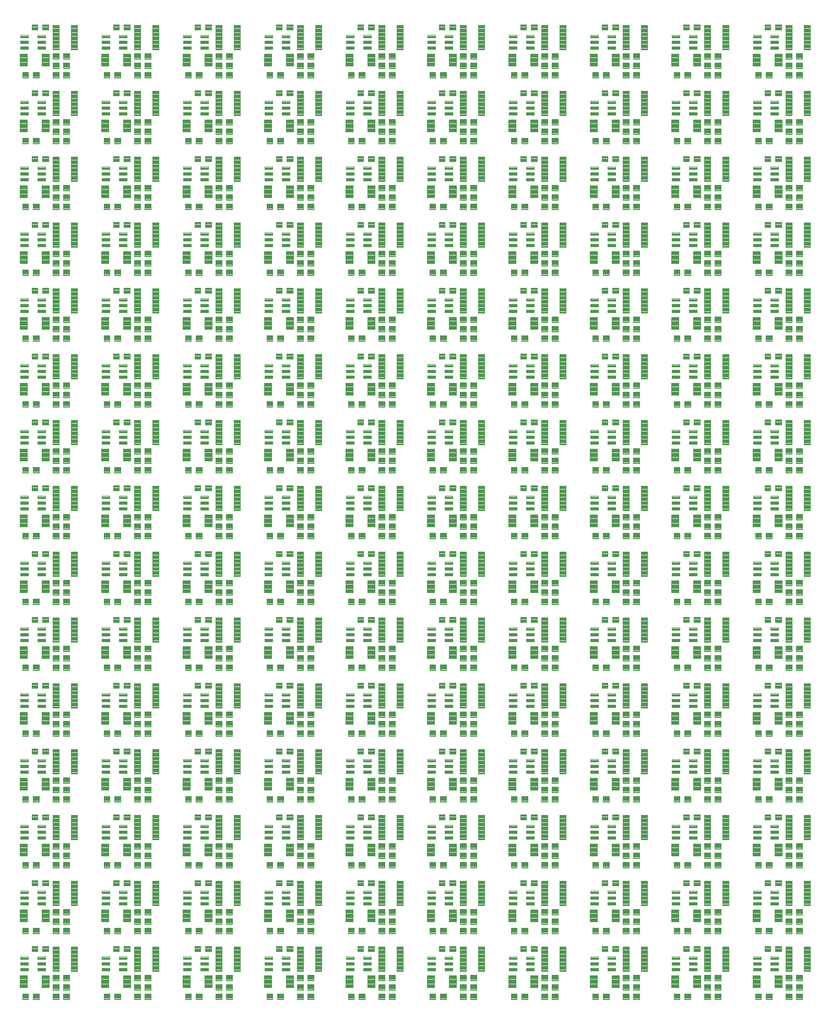
<source format=gtp>
G04 EAGLE Gerber RS-274X export*
G75*
%MOMM*%
%FSLAX34Y34*%
%LPD*%
%INSolderpaste Top*%
%IPPOS*%
%AMOC8*
5,1,8,0,0,1.08239X$1,22.5*%
G01*
%ADD10C,0.100000*%
%ADD11C,0.102869*%
%ADD12C,0.099000*%
%ADD13C,0.101600*%


D10*
X54920Y85670D02*
X44920Y85670D01*
X44920Y94670D01*
X54920Y94670D01*
X54920Y85670D01*
X54920Y86620D02*
X44920Y86620D01*
X44920Y87570D02*
X54920Y87570D01*
X54920Y88520D02*
X44920Y88520D01*
X44920Y89470D02*
X54920Y89470D01*
X54920Y90420D02*
X44920Y90420D01*
X44920Y91370D02*
X54920Y91370D01*
X54920Y92320D02*
X44920Y92320D01*
X44920Y93270D02*
X54920Y93270D01*
X54920Y94220D02*
X44920Y94220D01*
X61920Y85670D02*
X71920Y85670D01*
X61920Y85670D02*
X61920Y94670D01*
X71920Y94670D01*
X71920Y85670D01*
X71920Y86620D02*
X61920Y86620D01*
X61920Y87570D02*
X71920Y87570D01*
X71920Y88520D02*
X61920Y88520D01*
X61920Y89470D02*
X71920Y89470D01*
X71920Y90420D02*
X61920Y90420D01*
X61920Y91370D02*
X71920Y91370D01*
X71920Y92320D02*
X61920Y92320D01*
X61920Y93270D02*
X71920Y93270D01*
X71920Y94220D02*
X61920Y94220D01*
X96210Y32440D02*
X106210Y32440D01*
X106210Y23440D01*
X96210Y23440D01*
X96210Y32440D01*
X96210Y24390D02*
X106210Y24390D01*
X106210Y25340D02*
X96210Y25340D01*
X96210Y26290D02*
X106210Y26290D01*
X106210Y27240D02*
X96210Y27240D01*
X96210Y28190D02*
X106210Y28190D01*
X106210Y29140D02*
X96210Y29140D01*
X96210Y30090D02*
X106210Y30090D01*
X106210Y31040D02*
X96210Y31040D01*
X96210Y31990D02*
X106210Y31990D01*
X89210Y32440D02*
X79210Y32440D01*
X89210Y32440D02*
X89210Y23440D01*
X79210Y23440D01*
X79210Y32440D01*
X79210Y24390D02*
X89210Y24390D01*
X89210Y25340D02*
X79210Y25340D01*
X79210Y26290D02*
X89210Y26290D01*
X89210Y27240D02*
X79210Y27240D01*
X79210Y28190D02*
X89210Y28190D01*
X89210Y29140D02*
X79210Y29140D01*
X79210Y30090D02*
X89210Y30090D01*
X89210Y31040D02*
X79210Y31040D01*
X79210Y31990D02*
X89210Y31990D01*
X96210Y47680D02*
X106210Y47680D01*
X106210Y38680D01*
X96210Y38680D01*
X96210Y47680D01*
X96210Y39630D02*
X106210Y39630D01*
X106210Y40580D02*
X96210Y40580D01*
X96210Y41530D02*
X106210Y41530D01*
X106210Y42480D02*
X96210Y42480D01*
X96210Y43430D02*
X106210Y43430D01*
X106210Y44380D02*
X96210Y44380D01*
X96210Y45330D02*
X106210Y45330D01*
X106210Y46280D02*
X96210Y46280D01*
X96210Y47230D02*
X106210Y47230D01*
X89210Y47680D02*
X79210Y47680D01*
X89210Y47680D02*
X89210Y38680D01*
X79210Y38680D01*
X79210Y47680D01*
X79210Y39630D02*
X89210Y39630D01*
X89210Y40580D02*
X79210Y40580D01*
X79210Y41530D02*
X89210Y41530D01*
X89210Y42480D02*
X79210Y42480D01*
X79210Y43430D02*
X89210Y43430D01*
X89210Y44380D02*
X79210Y44380D01*
X79210Y45330D02*
X89210Y45330D01*
X89210Y46280D02*
X79210Y46280D01*
X79210Y47230D02*
X89210Y47230D01*
D11*
X89529Y53727D02*
X89529Y93593D01*
X89529Y53727D02*
X79127Y53727D01*
X79127Y93593D01*
X89529Y93593D01*
X89529Y54705D02*
X79127Y54705D01*
X79127Y55683D02*
X89529Y55683D01*
X89529Y56661D02*
X79127Y56661D01*
X79127Y57639D02*
X89529Y57639D01*
X89529Y58617D02*
X79127Y58617D01*
X79127Y59595D02*
X89529Y59595D01*
X89529Y60573D02*
X79127Y60573D01*
X79127Y61551D02*
X89529Y61551D01*
X89529Y62529D02*
X79127Y62529D01*
X79127Y63507D02*
X89529Y63507D01*
X89529Y64485D02*
X79127Y64485D01*
X79127Y65463D02*
X89529Y65463D01*
X89529Y66441D02*
X79127Y66441D01*
X79127Y67419D02*
X89529Y67419D01*
X89529Y68397D02*
X79127Y68397D01*
X79127Y69375D02*
X89529Y69375D01*
X89529Y70353D02*
X79127Y70353D01*
X79127Y71331D02*
X89529Y71331D01*
X89529Y72309D02*
X79127Y72309D01*
X79127Y73287D02*
X89529Y73287D01*
X89529Y74265D02*
X79127Y74265D01*
X79127Y75243D02*
X89529Y75243D01*
X89529Y76221D02*
X79127Y76221D01*
X79127Y77199D02*
X89529Y77199D01*
X89529Y78177D02*
X79127Y78177D01*
X79127Y79155D02*
X89529Y79155D01*
X89529Y80133D02*
X79127Y80133D01*
X79127Y81111D02*
X89529Y81111D01*
X89529Y82089D02*
X79127Y82089D01*
X79127Y83067D02*
X89529Y83067D01*
X89529Y84045D02*
X79127Y84045D01*
X79127Y85023D02*
X89529Y85023D01*
X89529Y86001D02*
X79127Y86001D01*
X79127Y86979D02*
X89529Y86979D01*
X89529Y87957D02*
X79127Y87957D01*
X79127Y88935D02*
X89529Y88935D01*
X89529Y89913D02*
X79127Y89913D01*
X79127Y90891D02*
X89529Y90891D01*
X89529Y91869D02*
X79127Y91869D01*
X79127Y92847D02*
X89529Y92847D01*
X118993Y93593D02*
X118993Y53727D01*
X108591Y53727D01*
X108591Y93593D01*
X118993Y93593D01*
X118993Y54705D02*
X108591Y54705D01*
X108591Y55683D02*
X118993Y55683D01*
X118993Y56661D02*
X108591Y56661D01*
X108591Y57639D02*
X118993Y57639D01*
X118993Y58617D02*
X108591Y58617D01*
X108591Y59595D02*
X118993Y59595D01*
X118993Y60573D02*
X108591Y60573D01*
X108591Y61551D02*
X118993Y61551D01*
X118993Y62529D02*
X108591Y62529D01*
X108591Y63507D02*
X118993Y63507D01*
X118993Y64485D02*
X108591Y64485D01*
X108591Y65463D02*
X118993Y65463D01*
X118993Y66441D02*
X108591Y66441D01*
X108591Y67419D02*
X118993Y67419D01*
X118993Y68397D02*
X108591Y68397D01*
X108591Y69375D02*
X118993Y69375D01*
X118993Y70353D02*
X108591Y70353D01*
X108591Y71331D02*
X118993Y71331D01*
X118993Y72309D02*
X108591Y72309D01*
X108591Y73287D02*
X118993Y73287D01*
X118993Y74265D02*
X108591Y74265D01*
X108591Y75243D02*
X118993Y75243D01*
X118993Y76221D02*
X108591Y76221D01*
X108591Y77199D02*
X118993Y77199D01*
X118993Y78177D02*
X108591Y78177D01*
X108591Y79155D02*
X118993Y79155D01*
X118993Y80133D02*
X108591Y80133D01*
X108591Y81111D02*
X118993Y81111D01*
X118993Y82089D02*
X108591Y82089D01*
X108591Y83067D02*
X118993Y83067D01*
X118993Y84045D02*
X108591Y84045D01*
X108591Y85023D02*
X118993Y85023D01*
X118993Y86001D02*
X108591Y86001D01*
X108591Y86979D02*
X118993Y86979D01*
X118993Y87957D02*
X108591Y87957D01*
X108591Y88935D02*
X118993Y88935D01*
X118993Y89913D02*
X108591Y89913D01*
X108591Y90891D02*
X118993Y90891D01*
X118993Y91869D02*
X108591Y91869D01*
X108591Y92847D02*
X118993Y92847D01*
D12*
X26984Y77795D02*
X26984Y73285D01*
X26984Y77795D02*
X39494Y77795D01*
X39494Y73285D01*
X26984Y73285D01*
X26984Y74225D02*
X39494Y74225D01*
X39494Y75165D02*
X26984Y75165D01*
X26984Y76105D02*
X39494Y76105D01*
X39494Y77045D02*
X26984Y77045D01*
X26984Y68295D02*
X26984Y63785D01*
X26984Y68295D02*
X39494Y68295D01*
X39494Y63785D01*
X26984Y63785D01*
X26984Y64725D02*
X39494Y64725D01*
X39494Y65665D02*
X26984Y65665D01*
X26984Y66605D02*
X39494Y66605D01*
X39494Y67545D02*
X26984Y67545D01*
X26984Y58795D02*
X26984Y54285D01*
X26984Y58795D02*
X39494Y58795D01*
X39494Y54285D01*
X26984Y54285D01*
X26984Y55225D02*
X39494Y55225D01*
X39494Y56165D02*
X26984Y56165D01*
X26984Y57105D02*
X39494Y57105D01*
X39494Y58045D02*
X26984Y58045D01*
X54486Y58795D02*
X54486Y54285D01*
X54486Y58795D02*
X66996Y58795D01*
X66996Y54285D01*
X54486Y54285D01*
X54486Y55225D02*
X66996Y55225D01*
X66996Y56165D02*
X54486Y56165D01*
X54486Y57105D02*
X66996Y57105D01*
X66996Y58045D02*
X54486Y58045D01*
X54486Y63785D02*
X54486Y68295D01*
X66996Y68295D01*
X66996Y63785D01*
X54486Y63785D01*
X54486Y64725D02*
X66996Y64725D01*
X66996Y65665D02*
X54486Y65665D01*
X54486Y66605D02*
X66996Y66605D01*
X66996Y67545D02*
X54486Y67545D01*
X54486Y73285D02*
X54486Y77795D01*
X66996Y77795D01*
X66996Y73285D01*
X54486Y73285D01*
X54486Y74225D02*
X66996Y74225D01*
X66996Y75165D02*
X54486Y75165D01*
X54486Y76105D02*
X66996Y76105D01*
X66996Y77045D02*
X54486Y77045D01*
D13*
X37822Y27038D02*
X26138Y27038D01*
X26138Y46622D01*
X37822Y46622D01*
X37822Y27038D01*
X37822Y28003D02*
X26138Y28003D01*
X26138Y28968D02*
X37822Y28968D01*
X37822Y29933D02*
X26138Y29933D01*
X26138Y30898D02*
X37822Y30898D01*
X37822Y31863D02*
X26138Y31863D01*
X26138Y32828D02*
X37822Y32828D01*
X37822Y33793D02*
X26138Y33793D01*
X26138Y34758D02*
X37822Y34758D01*
X37822Y35723D02*
X26138Y35723D01*
X26138Y36688D02*
X37822Y36688D01*
X37822Y37653D02*
X26138Y37653D01*
X26138Y38618D02*
X37822Y38618D01*
X37822Y39583D02*
X26138Y39583D01*
X26138Y40548D02*
X37822Y40548D01*
X37822Y41513D02*
X26138Y41513D01*
X26138Y42478D02*
X37822Y42478D01*
X37822Y43443D02*
X26138Y43443D01*
X26138Y44408D02*
X37822Y44408D01*
X37822Y45373D02*
X26138Y45373D01*
X26138Y46338D02*
X37822Y46338D01*
X61238Y27038D02*
X72922Y27038D01*
X61238Y27038D02*
X61238Y46622D01*
X72922Y46622D01*
X72922Y27038D01*
X72922Y28003D02*
X61238Y28003D01*
X61238Y28968D02*
X72922Y28968D01*
X72922Y29933D02*
X61238Y29933D01*
X61238Y30898D02*
X72922Y30898D01*
X72922Y31863D02*
X61238Y31863D01*
X61238Y32828D02*
X72922Y32828D01*
X72922Y33793D02*
X61238Y33793D01*
X61238Y34758D02*
X72922Y34758D01*
X72922Y35723D02*
X61238Y35723D01*
X61238Y36688D02*
X72922Y36688D01*
X72922Y37653D02*
X61238Y37653D01*
X61238Y38618D02*
X72922Y38618D01*
X72922Y39583D02*
X61238Y39583D01*
X61238Y40548D02*
X72922Y40548D01*
X72922Y41513D02*
X61238Y41513D01*
X61238Y42478D02*
X72922Y42478D01*
X72922Y43443D02*
X61238Y43443D01*
X61238Y44408D02*
X72922Y44408D01*
X72922Y45373D02*
X61238Y45373D01*
X61238Y46338D02*
X72922Y46338D01*
D10*
X56680Y17200D02*
X46680Y17200D01*
X56680Y17200D02*
X56680Y8200D01*
X46680Y8200D01*
X46680Y17200D01*
X46680Y9150D02*
X56680Y9150D01*
X56680Y10100D02*
X46680Y10100D01*
X46680Y11050D02*
X56680Y11050D01*
X56680Y12000D02*
X46680Y12000D01*
X46680Y12950D02*
X56680Y12950D01*
X56680Y13900D02*
X46680Y13900D01*
X46680Y14850D02*
X56680Y14850D01*
X56680Y15800D02*
X46680Y15800D01*
X46680Y16750D02*
X56680Y16750D01*
X39680Y17200D02*
X29680Y17200D01*
X39680Y17200D02*
X39680Y8200D01*
X29680Y8200D01*
X29680Y17200D01*
X29680Y9150D02*
X39680Y9150D01*
X39680Y10100D02*
X29680Y10100D01*
X29680Y11050D02*
X39680Y11050D01*
X39680Y12000D02*
X29680Y12000D01*
X29680Y12950D02*
X39680Y12950D01*
X39680Y13900D02*
X29680Y13900D01*
X29680Y14850D02*
X39680Y14850D01*
X39680Y15800D02*
X29680Y15800D01*
X29680Y16750D02*
X39680Y16750D01*
X79210Y8200D02*
X89210Y8200D01*
X79210Y8200D02*
X79210Y17200D01*
X89210Y17200D01*
X89210Y8200D01*
X89210Y9150D02*
X79210Y9150D01*
X79210Y10100D02*
X89210Y10100D01*
X89210Y11050D02*
X79210Y11050D01*
X79210Y12000D02*
X89210Y12000D01*
X89210Y12950D02*
X79210Y12950D01*
X79210Y13900D02*
X89210Y13900D01*
X89210Y14850D02*
X79210Y14850D01*
X79210Y15800D02*
X89210Y15800D01*
X89210Y16750D02*
X79210Y16750D01*
X96210Y8200D02*
X106210Y8200D01*
X96210Y8200D02*
X96210Y17200D01*
X106210Y17200D01*
X106210Y8200D01*
X106210Y9150D02*
X96210Y9150D01*
X96210Y10100D02*
X106210Y10100D01*
X106210Y11050D02*
X96210Y11050D01*
X96210Y12000D02*
X106210Y12000D01*
X106210Y12950D02*
X96210Y12950D01*
X96210Y13900D02*
X106210Y13900D01*
X106210Y14850D02*
X96210Y14850D01*
X96210Y15800D02*
X106210Y15800D01*
X106210Y16750D02*
X96210Y16750D01*
X177000Y85670D02*
X187000Y85670D01*
X177000Y85670D02*
X177000Y94670D01*
X187000Y94670D01*
X187000Y85670D01*
X187000Y86620D02*
X177000Y86620D01*
X177000Y87570D02*
X187000Y87570D01*
X187000Y88520D02*
X177000Y88520D01*
X177000Y89470D02*
X187000Y89470D01*
X187000Y90420D02*
X177000Y90420D01*
X177000Y91370D02*
X187000Y91370D01*
X187000Y92320D02*
X177000Y92320D01*
X177000Y93270D02*
X187000Y93270D01*
X187000Y94220D02*
X177000Y94220D01*
X194000Y85670D02*
X204000Y85670D01*
X194000Y85670D02*
X194000Y94670D01*
X204000Y94670D01*
X204000Y85670D01*
X204000Y86620D02*
X194000Y86620D01*
X194000Y87570D02*
X204000Y87570D01*
X204000Y88520D02*
X194000Y88520D01*
X194000Y89470D02*
X204000Y89470D01*
X204000Y90420D02*
X194000Y90420D01*
X194000Y91370D02*
X204000Y91370D01*
X204000Y92320D02*
X194000Y92320D01*
X194000Y93270D02*
X204000Y93270D01*
X204000Y94220D02*
X194000Y94220D01*
X228290Y32440D02*
X238290Y32440D01*
X238290Y23440D01*
X228290Y23440D01*
X228290Y32440D01*
X228290Y24390D02*
X238290Y24390D01*
X238290Y25340D02*
X228290Y25340D01*
X228290Y26290D02*
X238290Y26290D01*
X238290Y27240D02*
X228290Y27240D01*
X228290Y28190D02*
X238290Y28190D01*
X238290Y29140D02*
X228290Y29140D01*
X228290Y30090D02*
X238290Y30090D01*
X238290Y31040D02*
X228290Y31040D01*
X228290Y31990D02*
X238290Y31990D01*
X221290Y32440D02*
X211290Y32440D01*
X221290Y32440D02*
X221290Y23440D01*
X211290Y23440D01*
X211290Y32440D01*
X211290Y24390D02*
X221290Y24390D01*
X221290Y25340D02*
X211290Y25340D01*
X211290Y26290D02*
X221290Y26290D01*
X221290Y27240D02*
X211290Y27240D01*
X211290Y28190D02*
X221290Y28190D01*
X221290Y29140D02*
X211290Y29140D01*
X211290Y30090D02*
X221290Y30090D01*
X221290Y31040D02*
X211290Y31040D01*
X211290Y31990D02*
X221290Y31990D01*
X228290Y47680D02*
X238290Y47680D01*
X238290Y38680D01*
X228290Y38680D01*
X228290Y47680D01*
X228290Y39630D02*
X238290Y39630D01*
X238290Y40580D02*
X228290Y40580D01*
X228290Y41530D02*
X238290Y41530D01*
X238290Y42480D02*
X228290Y42480D01*
X228290Y43430D02*
X238290Y43430D01*
X238290Y44380D02*
X228290Y44380D01*
X228290Y45330D02*
X238290Y45330D01*
X238290Y46280D02*
X228290Y46280D01*
X228290Y47230D02*
X238290Y47230D01*
X221290Y47680D02*
X211290Y47680D01*
X221290Y47680D02*
X221290Y38680D01*
X211290Y38680D01*
X211290Y47680D01*
X211290Y39630D02*
X221290Y39630D01*
X221290Y40580D02*
X211290Y40580D01*
X211290Y41530D02*
X221290Y41530D01*
X221290Y42480D02*
X211290Y42480D01*
X211290Y43430D02*
X221290Y43430D01*
X221290Y44380D02*
X211290Y44380D01*
X211290Y45330D02*
X221290Y45330D01*
X221290Y46280D02*
X211290Y46280D01*
X211290Y47230D02*
X221290Y47230D01*
D11*
X221609Y53727D02*
X221609Y93593D01*
X221609Y53727D02*
X211207Y53727D01*
X211207Y93593D01*
X221609Y93593D01*
X221609Y54705D02*
X211207Y54705D01*
X211207Y55683D02*
X221609Y55683D01*
X221609Y56661D02*
X211207Y56661D01*
X211207Y57639D02*
X221609Y57639D01*
X221609Y58617D02*
X211207Y58617D01*
X211207Y59595D02*
X221609Y59595D01*
X221609Y60573D02*
X211207Y60573D01*
X211207Y61551D02*
X221609Y61551D01*
X221609Y62529D02*
X211207Y62529D01*
X211207Y63507D02*
X221609Y63507D01*
X221609Y64485D02*
X211207Y64485D01*
X211207Y65463D02*
X221609Y65463D01*
X221609Y66441D02*
X211207Y66441D01*
X211207Y67419D02*
X221609Y67419D01*
X221609Y68397D02*
X211207Y68397D01*
X211207Y69375D02*
X221609Y69375D01*
X221609Y70353D02*
X211207Y70353D01*
X211207Y71331D02*
X221609Y71331D01*
X221609Y72309D02*
X211207Y72309D01*
X211207Y73287D02*
X221609Y73287D01*
X221609Y74265D02*
X211207Y74265D01*
X211207Y75243D02*
X221609Y75243D01*
X221609Y76221D02*
X211207Y76221D01*
X211207Y77199D02*
X221609Y77199D01*
X221609Y78177D02*
X211207Y78177D01*
X211207Y79155D02*
X221609Y79155D01*
X221609Y80133D02*
X211207Y80133D01*
X211207Y81111D02*
X221609Y81111D01*
X221609Y82089D02*
X211207Y82089D01*
X211207Y83067D02*
X221609Y83067D01*
X221609Y84045D02*
X211207Y84045D01*
X211207Y85023D02*
X221609Y85023D01*
X221609Y86001D02*
X211207Y86001D01*
X211207Y86979D02*
X221609Y86979D01*
X221609Y87957D02*
X211207Y87957D01*
X211207Y88935D02*
X221609Y88935D01*
X221609Y89913D02*
X211207Y89913D01*
X211207Y90891D02*
X221609Y90891D01*
X221609Y91869D02*
X211207Y91869D01*
X211207Y92847D02*
X221609Y92847D01*
X251073Y93593D02*
X251073Y53727D01*
X240671Y53727D01*
X240671Y93593D01*
X251073Y93593D01*
X251073Y54705D02*
X240671Y54705D01*
X240671Y55683D02*
X251073Y55683D01*
X251073Y56661D02*
X240671Y56661D01*
X240671Y57639D02*
X251073Y57639D01*
X251073Y58617D02*
X240671Y58617D01*
X240671Y59595D02*
X251073Y59595D01*
X251073Y60573D02*
X240671Y60573D01*
X240671Y61551D02*
X251073Y61551D01*
X251073Y62529D02*
X240671Y62529D01*
X240671Y63507D02*
X251073Y63507D01*
X251073Y64485D02*
X240671Y64485D01*
X240671Y65463D02*
X251073Y65463D01*
X251073Y66441D02*
X240671Y66441D01*
X240671Y67419D02*
X251073Y67419D01*
X251073Y68397D02*
X240671Y68397D01*
X240671Y69375D02*
X251073Y69375D01*
X251073Y70353D02*
X240671Y70353D01*
X240671Y71331D02*
X251073Y71331D01*
X251073Y72309D02*
X240671Y72309D01*
X240671Y73287D02*
X251073Y73287D01*
X251073Y74265D02*
X240671Y74265D01*
X240671Y75243D02*
X251073Y75243D01*
X251073Y76221D02*
X240671Y76221D01*
X240671Y77199D02*
X251073Y77199D01*
X251073Y78177D02*
X240671Y78177D01*
X240671Y79155D02*
X251073Y79155D01*
X251073Y80133D02*
X240671Y80133D01*
X240671Y81111D02*
X251073Y81111D01*
X251073Y82089D02*
X240671Y82089D01*
X240671Y83067D02*
X251073Y83067D01*
X251073Y84045D02*
X240671Y84045D01*
X240671Y85023D02*
X251073Y85023D01*
X251073Y86001D02*
X240671Y86001D01*
X240671Y86979D02*
X251073Y86979D01*
X251073Y87957D02*
X240671Y87957D01*
X240671Y88935D02*
X251073Y88935D01*
X251073Y89913D02*
X240671Y89913D01*
X240671Y90891D02*
X251073Y90891D01*
X251073Y91869D02*
X240671Y91869D01*
X240671Y92847D02*
X251073Y92847D01*
D12*
X159064Y77795D02*
X159064Y73285D01*
X159064Y77795D02*
X171574Y77795D01*
X171574Y73285D01*
X159064Y73285D01*
X159064Y74225D02*
X171574Y74225D01*
X171574Y75165D02*
X159064Y75165D01*
X159064Y76105D02*
X171574Y76105D01*
X171574Y77045D02*
X159064Y77045D01*
X159064Y68295D02*
X159064Y63785D01*
X159064Y68295D02*
X171574Y68295D01*
X171574Y63785D01*
X159064Y63785D01*
X159064Y64725D02*
X171574Y64725D01*
X171574Y65665D02*
X159064Y65665D01*
X159064Y66605D02*
X171574Y66605D01*
X171574Y67545D02*
X159064Y67545D01*
X159064Y58795D02*
X159064Y54285D01*
X159064Y58795D02*
X171574Y58795D01*
X171574Y54285D01*
X159064Y54285D01*
X159064Y55225D02*
X171574Y55225D01*
X171574Y56165D02*
X159064Y56165D01*
X159064Y57105D02*
X171574Y57105D01*
X171574Y58045D02*
X159064Y58045D01*
X186566Y58795D02*
X186566Y54285D01*
X186566Y58795D02*
X199076Y58795D01*
X199076Y54285D01*
X186566Y54285D01*
X186566Y55225D02*
X199076Y55225D01*
X199076Y56165D02*
X186566Y56165D01*
X186566Y57105D02*
X199076Y57105D01*
X199076Y58045D02*
X186566Y58045D01*
X186566Y63785D02*
X186566Y68295D01*
X199076Y68295D01*
X199076Y63785D01*
X186566Y63785D01*
X186566Y64725D02*
X199076Y64725D01*
X199076Y65665D02*
X186566Y65665D01*
X186566Y66605D02*
X199076Y66605D01*
X199076Y67545D02*
X186566Y67545D01*
X186566Y73285D02*
X186566Y77795D01*
X199076Y77795D01*
X199076Y73285D01*
X186566Y73285D01*
X186566Y74225D02*
X199076Y74225D01*
X199076Y75165D02*
X186566Y75165D01*
X186566Y76105D02*
X199076Y76105D01*
X199076Y77045D02*
X186566Y77045D01*
D13*
X169902Y27038D02*
X158218Y27038D01*
X158218Y46622D01*
X169902Y46622D01*
X169902Y27038D01*
X169902Y28003D02*
X158218Y28003D01*
X158218Y28968D02*
X169902Y28968D01*
X169902Y29933D02*
X158218Y29933D01*
X158218Y30898D02*
X169902Y30898D01*
X169902Y31863D02*
X158218Y31863D01*
X158218Y32828D02*
X169902Y32828D01*
X169902Y33793D02*
X158218Y33793D01*
X158218Y34758D02*
X169902Y34758D01*
X169902Y35723D02*
X158218Y35723D01*
X158218Y36688D02*
X169902Y36688D01*
X169902Y37653D02*
X158218Y37653D01*
X158218Y38618D02*
X169902Y38618D01*
X169902Y39583D02*
X158218Y39583D01*
X158218Y40548D02*
X169902Y40548D01*
X169902Y41513D02*
X158218Y41513D01*
X158218Y42478D02*
X169902Y42478D01*
X169902Y43443D02*
X158218Y43443D01*
X158218Y44408D02*
X169902Y44408D01*
X169902Y45373D02*
X158218Y45373D01*
X158218Y46338D02*
X169902Y46338D01*
X193318Y27038D02*
X205002Y27038D01*
X193318Y27038D02*
X193318Y46622D01*
X205002Y46622D01*
X205002Y27038D01*
X205002Y28003D02*
X193318Y28003D01*
X193318Y28968D02*
X205002Y28968D01*
X205002Y29933D02*
X193318Y29933D01*
X193318Y30898D02*
X205002Y30898D01*
X205002Y31863D02*
X193318Y31863D01*
X193318Y32828D02*
X205002Y32828D01*
X205002Y33793D02*
X193318Y33793D01*
X193318Y34758D02*
X205002Y34758D01*
X205002Y35723D02*
X193318Y35723D01*
X193318Y36688D02*
X205002Y36688D01*
X205002Y37653D02*
X193318Y37653D01*
X193318Y38618D02*
X205002Y38618D01*
X205002Y39583D02*
X193318Y39583D01*
X193318Y40548D02*
X205002Y40548D01*
X205002Y41513D02*
X193318Y41513D01*
X193318Y42478D02*
X205002Y42478D01*
X205002Y43443D02*
X193318Y43443D01*
X193318Y44408D02*
X205002Y44408D01*
X205002Y45373D02*
X193318Y45373D01*
X193318Y46338D02*
X205002Y46338D01*
D10*
X188760Y17200D02*
X178760Y17200D01*
X188760Y17200D02*
X188760Y8200D01*
X178760Y8200D01*
X178760Y17200D01*
X178760Y9150D02*
X188760Y9150D01*
X188760Y10100D02*
X178760Y10100D01*
X178760Y11050D02*
X188760Y11050D01*
X188760Y12000D02*
X178760Y12000D01*
X178760Y12950D02*
X188760Y12950D01*
X188760Y13900D02*
X178760Y13900D01*
X178760Y14850D02*
X188760Y14850D01*
X188760Y15800D02*
X178760Y15800D01*
X178760Y16750D02*
X188760Y16750D01*
X171760Y17200D02*
X161760Y17200D01*
X171760Y17200D02*
X171760Y8200D01*
X161760Y8200D01*
X161760Y17200D01*
X161760Y9150D02*
X171760Y9150D01*
X171760Y10100D02*
X161760Y10100D01*
X161760Y11050D02*
X171760Y11050D01*
X171760Y12000D02*
X161760Y12000D01*
X161760Y12950D02*
X171760Y12950D01*
X171760Y13900D02*
X161760Y13900D01*
X161760Y14850D02*
X171760Y14850D01*
X171760Y15800D02*
X161760Y15800D01*
X161760Y16750D02*
X171760Y16750D01*
X211290Y8200D02*
X221290Y8200D01*
X211290Y8200D02*
X211290Y17200D01*
X221290Y17200D01*
X221290Y8200D01*
X221290Y9150D02*
X211290Y9150D01*
X211290Y10100D02*
X221290Y10100D01*
X221290Y11050D02*
X211290Y11050D01*
X211290Y12000D02*
X221290Y12000D01*
X221290Y12950D02*
X211290Y12950D01*
X211290Y13900D02*
X221290Y13900D01*
X221290Y14850D02*
X211290Y14850D01*
X211290Y15800D02*
X221290Y15800D01*
X221290Y16750D02*
X211290Y16750D01*
X228290Y8200D02*
X238290Y8200D01*
X228290Y8200D02*
X228290Y17200D01*
X238290Y17200D01*
X238290Y8200D01*
X238290Y9150D02*
X228290Y9150D01*
X228290Y10100D02*
X238290Y10100D01*
X238290Y11050D02*
X228290Y11050D01*
X228290Y12000D02*
X238290Y12000D01*
X238290Y12950D02*
X228290Y12950D01*
X228290Y13900D02*
X238290Y13900D01*
X238290Y14850D02*
X228290Y14850D01*
X228290Y15800D02*
X238290Y15800D01*
X238290Y16750D02*
X228290Y16750D01*
X309080Y85670D02*
X319080Y85670D01*
X309080Y85670D02*
X309080Y94670D01*
X319080Y94670D01*
X319080Y85670D01*
X319080Y86620D02*
X309080Y86620D01*
X309080Y87570D02*
X319080Y87570D01*
X319080Y88520D02*
X309080Y88520D01*
X309080Y89470D02*
X319080Y89470D01*
X319080Y90420D02*
X309080Y90420D01*
X309080Y91370D02*
X319080Y91370D01*
X319080Y92320D02*
X309080Y92320D01*
X309080Y93270D02*
X319080Y93270D01*
X319080Y94220D02*
X309080Y94220D01*
X326080Y85670D02*
X336080Y85670D01*
X326080Y85670D02*
X326080Y94670D01*
X336080Y94670D01*
X336080Y85670D01*
X336080Y86620D02*
X326080Y86620D01*
X326080Y87570D02*
X336080Y87570D01*
X336080Y88520D02*
X326080Y88520D01*
X326080Y89470D02*
X336080Y89470D01*
X336080Y90420D02*
X326080Y90420D01*
X326080Y91370D02*
X336080Y91370D01*
X336080Y92320D02*
X326080Y92320D01*
X326080Y93270D02*
X336080Y93270D01*
X336080Y94220D02*
X326080Y94220D01*
X360370Y32440D02*
X370370Y32440D01*
X370370Y23440D01*
X360370Y23440D01*
X360370Y32440D01*
X360370Y24390D02*
X370370Y24390D01*
X370370Y25340D02*
X360370Y25340D01*
X360370Y26290D02*
X370370Y26290D01*
X370370Y27240D02*
X360370Y27240D01*
X360370Y28190D02*
X370370Y28190D01*
X370370Y29140D02*
X360370Y29140D01*
X360370Y30090D02*
X370370Y30090D01*
X370370Y31040D02*
X360370Y31040D01*
X360370Y31990D02*
X370370Y31990D01*
X353370Y32440D02*
X343370Y32440D01*
X353370Y32440D02*
X353370Y23440D01*
X343370Y23440D01*
X343370Y32440D01*
X343370Y24390D02*
X353370Y24390D01*
X353370Y25340D02*
X343370Y25340D01*
X343370Y26290D02*
X353370Y26290D01*
X353370Y27240D02*
X343370Y27240D01*
X343370Y28190D02*
X353370Y28190D01*
X353370Y29140D02*
X343370Y29140D01*
X343370Y30090D02*
X353370Y30090D01*
X353370Y31040D02*
X343370Y31040D01*
X343370Y31990D02*
X353370Y31990D01*
X360370Y47680D02*
X370370Y47680D01*
X370370Y38680D01*
X360370Y38680D01*
X360370Y47680D01*
X360370Y39630D02*
X370370Y39630D01*
X370370Y40580D02*
X360370Y40580D01*
X360370Y41530D02*
X370370Y41530D01*
X370370Y42480D02*
X360370Y42480D01*
X360370Y43430D02*
X370370Y43430D01*
X370370Y44380D02*
X360370Y44380D01*
X360370Y45330D02*
X370370Y45330D01*
X370370Y46280D02*
X360370Y46280D01*
X360370Y47230D02*
X370370Y47230D01*
X353370Y47680D02*
X343370Y47680D01*
X353370Y47680D02*
X353370Y38680D01*
X343370Y38680D01*
X343370Y47680D01*
X343370Y39630D02*
X353370Y39630D01*
X353370Y40580D02*
X343370Y40580D01*
X343370Y41530D02*
X353370Y41530D01*
X353370Y42480D02*
X343370Y42480D01*
X343370Y43430D02*
X353370Y43430D01*
X353370Y44380D02*
X343370Y44380D01*
X343370Y45330D02*
X353370Y45330D01*
X353370Y46280D02*
X343370Y46280D01*
X343370Y47230D02*
X353370Y47230D01*
D11*
X353689Y53727D02*
X353689Y93593D01*
X353689Y53727D02*
X343287Y53727D01*
X343287Y93593D01*
X353689Y93593D01*
X353689Y54705D02*
X343287Y54705D01*
X343287Y55683D02*
X353689Y55683D01*
X353689Y56661D02*
X343287Y56661D01*
X343287Y57639D02*
X353689Y57639D01*
X353689Y58617D02*
X343287Y58617D01*
X343287Y59595D02*
X353689Y59595D01*
X353689Y60573D02*
X343287Y60573D01*
X343287Y61551D02*
X353689Y61551D01*
X353689Y62529D02*
X343287Y62529D01*
X343287Y63507D02*
X353689Y63507D01*
X353689Y64485D02*
X343287Y64485D01*
X343287Y65463D02*
X353689Y65463D01*
X353689Y66441D02*
X343287Y66441D01*
X343287Y67419D02*
X353689Y67419D01*
X353689Y68397D02*
X343287Y68397D01*
X343287Y69375D02*
X353689Y69375D01*
X353689Y70353D02*
X343287Y70353D01*
X343287Y71331D02*
X353689Y71331D01*
X353689Y72309D02*
X343287Y72309D01*
X343287Y73287D02*
X353689Y73287D01*
X353689Y74265D02*
X343287Y74265D01*
X343287Y75243D02*
X353689Y75243D01*
X353689Y76221D02*
X343287Y76221D01*
X343287Y77199D02*
X353689Y77199D01*
X353689Y78177D02*
X343287Y78177D01*
X343287Y79155D02*
X353689Y79155D01*
X353689Y80133D02*
X343287Y80133D01*
X343287Y81111D02*
X353689Y81111D01*
X353689Y82089D02*
X343287Y82089D01*
X343287Y83067D02*
X353689Y83067D01*
X353689Y84045D02*
X343287Y84045D01*
X343287Y85023D02*
X353689Y85023D01*
X353689Y86001D02*
X343287Y86001D01*
X343287Y86979D02*
X353689Y86979D01*
X353689Y87957D02*
X343287Y87957D01*
X343287Y88935D02*
X353689Y88935D01*
X353689Y89913D02*
X343287Y89913D01*
X343287Y90891D02*
X353689Y90891D01*
X353689Y91869D02*
X343287Y91869D01*
X343287Y92847D02*
X353689Y92847D01*
X383153Y93593D02*
X383153Y53727D01*
X372751Y53727D01*
X372751Y93593D01*
X383153Y93593D01*
X383153Y54705D02*
X372751Y54705D01*
X372751Y55683D02*
X383153Y55683D01*
X383153Y56661D02*
X372751Y56661D01*
X372751Y57639D02*
X383153Y57639D01*
X383153Y58617D02*
X372751Y58617D01*
X372751Y59595D02*
X383153Y59595D01*
X383153Y60573D02*
X372751Y60573D01*
X372751Y61551D02*
X383153Y61551D01*
X383153Y62529D02*
X372751Y62529D01*
X372751Y63507D02*
X383153Y63507D01*
X383153Y64485D02*
X372751Y64485D01*
X372751Y65463D02*
X383153Y65463D01*
X383153Y66441D02*
X372751Y66441D01*
X372751Y67419D02*
X383153Y67419D01*
X383153Y68397D02*
X372751Y68397D01*
X372751Y69375D02*
X383153Y69375D01*
X383153Y70353D02*
X372751Y70353D01*
X372751Y71331D02*
X383153Y71331D01*
X383153Y72309D02*
X372751Y72309D01*
X372751Y73287D02*
X383153Y73287D01*
X383153Y74265D02*
X372751Y74265D01*
X372751Y75243D02*
X383153Y75243D01*
X383153Y76221D02*
X372751Y76221D01*
X372751Y77199D02*
X383153Y77199D01*
X383153Y78177D02*
X372751Y78177D01*
X372751Y79155D02*
X383153Y79155D01*
X383153Y80133D02*
X372751Y80133D01*
X372751Y81111D02*
X383153Y81111D01*
X383153Y82089D02*
X372751Y82089D01*
X372751Y83067D02*
X383153Y83067D01*
X383153Y84045D02*
X372751Y84045D01*
X372751Y85023D02*
X383153Y85023D01*
X383153Y86001D02*
X372751Y86001D01*
X372751Y86979D02*
X383153Y86979D01*
X383153Y87957D02*
X372751Y87957D01*
X372751Y88935D02*
X383153Y88935D01*
X383153Y89913D02*
X372751Y89913D01*
X372751Y90891D02*
X383153Y90891D01*
X383153Y91869D02*
X372751Y91869D01*
X372751Y92847D02*
X383153Y92847D01*
D12*
X291144Y77795D02*
X291144Y73285D01*
X291144Y77795D02*
X303654Y77795D01*
X303654Y73285D01*
X291144Y73285D01*
X291144Y74225D02*
X303654Y74225D01*
X303654Y75165D02*
X291144Y75165D01*
X291144Y76105D02*
X303654Y76105D01*
X303654Y77045D02*
X291144Y77045D01*
X291144Y68295D02*
X291144Y63785D01*
X291144Y68295D02*
X303654Y68295D01*
X303654Y63785D01*
X291144Y63785D01*
X291144Y64725D02*
X303654Y64725D01*
X303654Y65665D02*
X291144Y65665D01*
X291144Y66605D02*
X303654Y66605D01*
X303654Y67545D02*
X291144Y67545D01*
X291144Y58795D02*
X291144Y54285D01*
X291144Y58795D02*
X303654Y58795D01*
X303654Y54285D01*
X291144Y54285D01*
X291144Y55225D02*
X303654Y55225D01*
X303654Y56165D02*
X291144Y56165D01*
X291144Y57105D02*
X303654Y57105D01*
X303654Y58045D02*
X291144Y58045D01*
X318646Y58795D02*
X318646Y54285D01*
X318646Y58795D02*
X331156Y58795D01*
X331156Y54285D01*
X318646Y54285D01*
X318646Y55225D02*
X331156Y55225D01*
X331156Y56165D02*
X318646Y56165D01*
X318646Y57105D02*
X331156Y57105D01*
X331156Y58045D02*
X318646Y58045D01*
X318646Y63785D02*
X318646Y68295D01*
X331156Y68295D01*
X331156Y63785D01*
X318646Y63785D01*
X318646Y64725D02*
X331156Y64725D01*
X331156Y65665D02*
X318646Y65665D01*
X318646Y66605D02*
X331156Y66605D01*
X331156Y67545D02*
X318646Y67545D01*
X318646Y73285D02*
X318646Y77795D01*
X331156Y77795D01*
X331156Y73285D01*
X318646Y73285D01*
X318646Y74225D02*
X331156Y74225D01*
X331156Y75165D02*
X318646Y75165D01*
X318646Y76105D02*
X331156Y76105D01*
X331156Y77045D02*
X318646Y77045D01*
D13*
X301982Y27038D02*
X290298Y27038D01*
X290298Y46622D01*
X301982Y46622D01*
X301982Y27038D01*
X301982Y28003D02*
X290298Y28003D01*
X290298Y28968D02*
X301982Y28968D01*
X301982Y29933D02*
X290298Y29933D01*
X290298Y30898D02*
X301982Y30898D01*
X301982Y31863D02*
X290298Y31863D01*
X290298Y32828D02*
X301982Y32828D01*
X301982Y33793D02*
X290298Y33793D01*
X290298Y34758D02*
X301982Y34758D01*
X301982Y35723D02*
X290298Y35723D01*
X290298Y36688D02*
X301982Y36688D01*
X301982Y37653D02*
X290298Y37653D01*
X290298Y38618D02*
X301982Y38618D01*
X301982Y39583D02*
X290298Y39583D01*
X290298Y40548D02*
X301982Y40548D01*
X301982Y41513D02*
X290298Y41513D01*
X290298Y42478D02*
X301982Y42478D01*
X301982Y43443D02*
X290298Y43443D01*
X290298Y44408D02*
X301982Y44408D01*
X301982Y45373D02*
X290298Y45373D01*
X290298Y46338D02*
X301982Y46338D01*
X325398Y27038D02*
X337082Y27038D01*
X325398Y27038D02*
X325398Y46622D01*
X337082Y46622D01*
X337082Y27038D01*
X337082Y28003D02*
X325398Y28003D01*
X325398Y28968D02*
X337082Y28968D01*
X337082Y29933D02*
X325398Y29933D01*
X325398Y30898D02*
X337082Y30898D01*
X337082Y31863D02*
X325398Y31863D01*
X325398Y32828D02*
X337082Y32828D01*
X337082Y33793D02*
X325398Y33793D01*
X325398Y34758D02*
X337082Y34758D01*
X337082Y35723D02*
X325398Y35723D01*
X325398Y36688D02*
X337082Y36688D01*
X337082Y37653D02*
X325398Y37653D01*
X325398Y38618D02*
X337082Y38618D01*
X337082Y39583D02*
X325398Y39583D01*
X325398Y40548D02*
X337082Y40548D01*
X337082Y41513D02*
X325398Y41513D01*
X325398Y42478D02*
X337082Y42478D01*
X337082Y43443D02*
X325398Y43443D01*
X325398Y44408D02*
X337082Y44408D01*
X337082Y45373D02*
X325398Y45373D01*
X325398Y46338D02*
X337082Y46338D01*
D10*
X320840Y17200D02*
X310840Y17200D01*
X320840Y17200D02*
X320840Y8200D01*
X310840Y8200D01*
X310840Y17200D01*
X310840Y9150D02*
X320840Y9150D01*
X320840Y10100D02*
X310840Y10100D01*
X310840Y11050D02*
X320840Y11050D01*
X320840Y12000D02*
X310840Y12000D01*
X310840Y12950D02*
X320840Y12950D01*
X320840Y13900D02*
X310840Y13900D01*
X310840Y14850D02*
X320840Y14850D01*
X320840Y15800D02*
X310840Y15800D01*
X310840Y16750D02*
X320840Y16750D01*
X303840Y17200D02*
X293840Y17200D01*
X303840Y17200D02*
X303840Y8200D01*
X293840Y8200D01*
X293840Y17200D01*
X293840Y9150D02*
X303840Y9150D01*
X303840Y10100D02*
X293840Y10100D01*
X293840Y11050D02*
X303840Y11050D01*
X303840Y12000D02*
X293840Y12000D01*
X293840Y12950D02*
X303840Y12950D01*
X303840Y13900D02*
X293840Y13900D01*
X293840Y14850D02*
X303840Y14850D01*
X303840Y15800D02*
X293840Y15800D01*
X293840Y16750D02*
X303840Y16750D01*
X343370Y8200D02*
X353370Y8200D01*
X343370Y8200D02*
X343370Y17200D01*
X353370Y17200D01*
X353370Y8200D01*
X353370Y9150D02*
X343370Y9150D01*
X343370Y10100D02*
X353370Y10100D01*
X353370Y11050D02*
X343370Y11050D01*
X343370Y12000D02*
X353370Y12000D01*
X353370Y12950D02*
X343370Y12950D01*
X343370Y13900D02*
X353370Y13900D01*
X353370Y14850D02*
X343370Y14850D01*
X343370Y15800D02*
X353370Y15800D01*
X353370Y16750D02*
X343370Y16750D01*
X360370Y8200D02*
X370370Y8200D01*
X360370Y8200D02*
X360370Y17200D01*
X370370Y17200D01*
X370370Y8200D01*
X370370Y9150D02*
X360370Y9150D01*
X360370Y10100D02*
X370370Y10100D01*
X370370Y11050D02*
X360370Y11050D01*
X360370Y12000D02*
X370370Y12000D01*
X370370Y12950D02*
X360370Y12950D01*
X360370Y13900D02*
X370370Y13900D01*
X370370Y14850D02*
X360370Y14850D01*
X360370Y15800D02*
X370370Y15800D01*
X370370Y16750D02*
X360370Y16750D01*
X441160Y85670D02*
X451160Y85670D01*
X441160Y85670D02*
X441160Y94670D01*
X451160Y94670D01*
X451160Y85670D01*
X451160Y86620D02*
X441160Y86620D01*
X441160Y87570D02*
X451160Y87570D01*
X451160Y88520D02*
X441160Y88520D01*
X441160Y89470D02*
X451160Y89470D01*
X451160Y90420D02*
X441160Y90420D01*
X441160Y91370D02*
X451160Y91370D01*
X451160Y92320D02*
X441160Y92320D01*
X441160Y93270D02*
X451160Y93270D01*
X451160Y94220D02*
X441160Y94220D01*
X458160Y85670D02*
X468160Y85670D01*
X458160Y85670D02*
X458160Y94670D01*
X468160Y94670D01*
X468160Y85670D01*
X468160Y86620D02*
X458160Y86620D01*
X458160Y87570D02*
X468160Y87570D01*
X468160Y88520D02*
X458160Y88520D01*
X458160Y89470D02*
X468160Y89470D01*
X468160Y90420D02*
X458160Y90420D01*
X458160Y91370D02*
X468160Y91370D01*
X468160Y92320D02*
X458160Y92320D01*
X458160Y93270D02*
X468160Y93270D01*
X468160Y94220D02*
X458160Y94220D01*
X492450Y32440D02*
X502450Y32440D01*
X502450Y23440D01*
X492450Y23440D01*
X492450Y32440D01*
X492450Y24390D02*
X502450Y24390D01*
X502450Y25340D02*
X492450Y25340D01*
X492450Y26290D02*
X502450Y26290D01*
X502450Y27240D02*
X492450Y27240D01*
X492450Y28190D02*
X502450Y28190D01*
X502450Y29140D02*
X492450Y29140D01*
X492450Y30090D02*
X502450Y30090D01*
X502450Y31040D02*
X492450Y31040D01*
X492450Y31990D02*
X502450Y31990D01*
X485450Y32440D02*
X475450Y32440D01*
X485450Y32440D02*
X485450Y23440D01*
X475450Y23440D01*
X475450Y32440D01*
X475450Y24390D02*
X485450Y24390D01*
X485450Y25340D02*
X475450Y25340D01*
X475450Y26290D02*
X485450Y26290D01*
X485450Y27240D02*
X475450Y27240D01*
X475450Y28190D02*
X485450Y28190D01*
X485450Y29140D02*
X475450Y29140D01*
X475450Y30090D02*
X485450Y30090D01*
X485450Y31040D02*
X475450Y31040D01*
X475450Y31990D02*
X485450Y31990D01*
X492450Y47680D02*
X502450Y47680D01*
X502450Y38680D01*
X492450Y38680D01*
X492450Y47680D01*
X492450Y39630D02*
X502450Y39630D01*
X502450Y40580D02*
X492450Y40580D01*
X492450Y41530D02*
X502450Y41530D01*
X502450Y42480D02*
X492450Y42480D01*
X492450Y43430D02*
X502450Y43430D01*
X502450Y44380D02*
X492450Y44380D01*
X492450Y45330D02*
X502450Y45330D01*
X502450Y46280D02*
X492450Y46280D01*
X492450Y47230D02*
X502450Y47230D01*
X485450Y47680D02*
X475450Y47680D01*
X485450Y47680D02*
X485450Y38680D01*
X475450Y38680D01*
X475450Y47680D01*
X475450Y39630D02*
X485450Y39630D01*
X485450Y40580D02*
X475450Y40580D01*
X475450Y41530D02*
X485450Y41530D01*
X485450Y42480D02*
X475450Y42480D01*
X475450Y43430D02*
X485450Y43430D01*
X485450Y44380D02*
X475450Y44380D01*
X475450Y45330D02*
X485450Y45330D01*
X485450Y46280D02*
X475450Y46280D01*
X475450Y47230D02*
X485450Y47230D01*
D11*
X485769Y53727D02*
X485769Y93593D01*
X485769Y53727D02*
X475367Y53727D01*
X475367Y93593D01*
X485769Y93593D01*
X485769Y54705D02*
X475367Y54705D01*
X475367Y55683D02*
X485769Y55683D01*
X485769Y56661D02*
X475367Y56661D01*
X475367Y57639D02*
X485769Y57639D01*
X485769Y58617D02*
X475367Y58617D01*
X475367Y59595D02*
X485769Y59595D01*
X485769Y60573D02*
X475367Y60573D01*
X475367Y61551D02*
X485769Y61551D01*
X485769Y62529D02*
X475367Y62529D01*
X475367Y63507D02*
X485769Y63507D01*
X485769Y64485D02*
X475367Y64485D01*
X475367Y65463D02*
X485769Y65463D01*
X485769Y66441D02*
X475367Y66441D01*
X475367Y67419D02*
X485769Y67419D01*
X485769Y68397D02*
X475367Y68397D01*
X475367Y69375D02*
X485769Y69375D01*
X485769Y70353D02*
X475367Y70353D01*
X475367Y71331D02*
X485769Y71331D01*
X485769Y72309D02*
X475367Y72309D01*
X475367Y73287D02*
X485769Y73287D01*
X485769Y74265D02*
X475367Y74265D01*
X475367Y75243D02*
X485769Y75243D01*
X485769Y76221D02*
X475367Y76221D01*
X475367Y77199D02*
X485769Y77199D01*
X485769Y78177D02*
X475367Y78177D01*
X475367Y79155D02*
X485769Y79155D01*
X485769Y80133D02*
X475367Y80133D01*
X475367Y81111D02*
X485769Y81111D01*
X485769Y82089D02*
X475367Y82089D01*
X475367Y83067D02*
X485769Y83067D01*
X485769Y84045D02*
X475367Y84045D01*
X475367Y85023D02*
X485769Y85023D01*
X485769Y86001D02*
X475367Y86001D01*
X475367Y86979D02*
X485769Y86979D01*
X485769Y87957D02*
X475367Y87957D01*
X475367Y88935D02*
X485769Y88935D01*
X485769Y89913D02*
X475367Y89913D01*
X475367Y90891D02*
X485769Y90891D01*
X485769Y91869D02*
X475367Y91869D01*
X475367Y92847D02*
X485769Y92847D01*
X515233Y93593D02*
X515233Y53727D01*
X504831Y53727D01*
X504831Y93593D01*
X515233Y93593D01*
X515233Y54705D02*
X504831Y54705D01*
X504831Y55683D02*
X515233Y55683D01*
X515233Y56661D02*
X504831Y56661D01*
X504831Y57639D02*
X515233Y57639D01*
X515233Y58617D02*
X504831Y58617D01*
X504831Y59595D02*
X515233Y59595D01*
X515233Y60573D02*
X504831Y60573D01*
X504831Y61551D02*
X515233Y61551D01*
X515233Y62529D02*
X504831Y62529D01*
X504831Y63507D02*
X515233Y63507D01*
X515233Y64485D02*
X504831Y64485D01*
X504831Y65463D02*
X515233Y65463D01*
X515233Y66441D02*
X504831Y66441D01*
X504831Y67419D02*
X515233Y67419D01*
X515233Y68397D02*
X504831Y68397D01*
X504831Y69375D02*
X515233Y69375D01*
X515233Y70353D02*
X504831Y70353D01*
X504831Y71331D02*
X515233Y71331D01*
X515233Y72309D02*
X504831Y72309D01*
X504831Y73287D02*
X515233Y73287D01*
X515233Y74265D02*
X504831Y74265D01*
X504831Y75243D02*
X515233Y75243D01*
X515233Y76221D02*
X504831Y76221D01*
X504831Y77199D02*
X515233Y77199D01*
X515233Y78177D02*
X504831Y78177D01*
X504831Y79155D02*
X515233Y79155D01*
X515233Y80133D02*
X504831Y80133D01*
X504831Y81111D02*
X515233Y81111D01*
X515233Y82089D02*
X504831Y82089D01*
X504831Y83067D02*
X515233Y83067D01*
X515233Y84045D02*
X504831Y84045D01*
X504831Y85023D02*
X515233Y85023D01*
X515233Y86001D02*
X504831Y86001D01*
X504831Y86979D02*
X515233Y86979D01*
X515233Y87957D02*
X504831Y87957D01*
X504831Y88935D02*
X515233Y88935D01*
X515233Y89913D02*
X504831Y89913D01*
X504831Y90891D02*
X515233Y90891D01*
X515233Y91869D02*
X504831Y91869D01*
X504831Y92847D02*
X515233Y92847D01*
D12*
X423224Y77795D02*
X423224Y73285D01*
X423224Y77795D02*
X435734Y77795D01*
X435734Y73285D01*
X423224Y73285D01*
X423224Y74225D02*
X435734Y74225D01*
X435734Y75165D02*
X423224Y75165D01*
X423224Y76105D02*
X435734Y76105D01*
X435734Y77045D02*
X423224Y77045D01*
X423224Y68295D02*
X423224Y63785D01*
X423224Y68295D02*
X435734Y68295D01*
X435734Y63785D01*
X423224Y63785D01*
X423224Y64725D02*
X435734Y64725D01*
X435734Y65665D02*
X423224Y65665D01*
X423224Y66605D02*
X435734Y66605D01*
X435734Y67545D02*
X423224Y67545D01*
X423224Y58795D02*
X423224Y54285D01*
X423224Y58795D02*
X435734Y58795D01*
X435734Y54285D01*
X423224Y54285D01*
X423224Y55225D02*
X435734Y55225D01*
X435734Y56165D02*
X423224Y56165D01*
X423224Y57105D02*
X435734Y57105D01*
X435734Y58045D02*
X423224Y58045D01*
X450726Y58795D02*
X450726Y54285D01*
X450726Y58795D02*
X463236Y58795D01*
X463236Y54285D01*
X450726Y54285D01*
X450726Y55225D02*
X463236Y55225D01*
X463236Y56165D02*
X450726Y56165D01*
X450726Y57105D02*
X463236Y57105D01*
X463236Y58045D02*
X450726Y58045D01*
X450726Y63785D02*
X450726Y68295D01*
X463236Y68295D01*
X463236Y63785D01*
X450726Y63785D01*
X450726Y64725D02*
X463236Y64725D01*
X463236Y65665D02*
X450726Y65665D01*
X450726Y66605D02*
X463236Y66605D01*
X463236Y67545D02*
X450726Y67545D01*
X450726Y73285D02*
X450726Y77795D01*
X463236Y77795D01*
X463236Y73285D01*
X450726Y73285D01*
X450726Y74225D02*
X463236Y74225D01*
X463236Y75165D02*
X450726Y75165D01*
X450726Y76105D02*
X463236Y76105D01*
X463236Y77045D02*
X450726Y77045D01*
D13*
X434062Y27038D02*
X422378Y27038D01*
X422378Y46622D01*
X434062Y46622D01*
X434062Y27038D01*
X434062Y28003D02*
X422378Y28003D01*
X422378Y28968D02*
X434062Y28968D01*
X434062Y29933D02*
X422378Y29933D01*
X422378Y30898D02*
X434062Y30898D01*
X434062Y31863D02*
X422378Y31863D01*
X422378Y32828D02*
X434062Y32828D01*
X434062Y33793D02*
X422378Y33793D01*
X422378Y34758D02*
X434062Y34758D01*
X434062Y35723D02*
X422378Y35723D01*
X422378Y36688D02*
X434062Y36688D01*
X434062Y37653D02*
X422378Y37653D01*
X422378Y38618D02*
X434062Y38618D01*
X434062Y39583D02*
X422378Y39583D01*
X422378Y40548D02*
X434062Y40548D01*
X434062Y41513D02*
X422378Y41513D01*
X422378Y42478D02*
X434062Y42478D01*
X434062Y43443D02*
X422378Y43443D01*
X422378Y44408D02*
X434062Y44408D01*
X434062Y45373D02*
X422378Y45373D01*
X422378Y46338D02*
X434062Y46338D01*
X457478Y27038D02*
X469162Y27038D01*
X457478Y27038D02*
X457478Y46622D01*
X469162Y46622D01*
X469162Y27038D01*
X469162Y28003D02*
X457478Y28003D01*
X457478Y28968D02*
X469162Y28968D01*
X469162Y29933D02*
X457478Y29933D01*
X457478Y30898D02*
X469162Y30898D01*
X469162Y31863D02*
X457478Y31863D01*
X457478Y32828D02*
X469162Y32828D01*
X469162Y33793D02*
X457478Y33793D01*
X457478Y34758D02*
X469162Y34758D01*
X469162Y35723D02*
X457478Y35723D01*
X457478Y36688D02*
X469162Y36688D01*
X469162Y37653D02*
X457478Y37653D01*
X457478Y38618D02*
X469162Y38618D01*
X469162Y39583D02*
X457478Y39583D01*
X457478Y40548D02*
X469162Y40548D01*
X469162Y41513D02*
X457478Y41513D01*
X457478Y42478D02*
X469162Y42478D01*
X469162Y43443D02*
X457478Y43443D01*
X457478Y44408D02*
X469162Y44408D01*
X469162Y45373D02*
X457478Y45373D01*
X457478Y46338D02*
X469162Y46338D01*
D10*
X452920Y17200D02*
X442920Y17200D01*
X452920Y17200D02*
X452920Y8200D01*
X442920Y8200D01*
X442920Y17200D01*
X442920Y9150D02*
X452920Y9150D01*
X452920Y10100D02*
X442920Y10100D01*
X442920Y11050D02*
X452920Y11050D01*
X452920Y12000D02*
X442920Y12000D01*
X442920Y12950D02*
X452920Y12950D01*
X452920Y13900D02*
X442920Y13900D01*
X442920Y14850D02*
X452920Y14850D01*
X452920Y15800D02*
X442920Y15800D01*
X442920Y16750D02*
X452920Y16750D01*
X435920Y17200D02*
X425920Y17200D01*
X435920Y17200D02*
X435920Y8200D01*
X425920Y8200D01*
X425920Y17200D01*
X425920Y9150D02*
X435920Y9150D01*
X435920Y10100D02*
X425920Y10100D01*
X425920Y11050D02*
X435920Y11050D01*
X435920Y12000D02*
X425920Y12000D01*
X425920Y12950D02*
X435920Y12950D01*
X435920Y13900D02*
X425920Y13900D01*
X425920Y14850D02*
X435920Y14850D01*
X435920Y15800D02*
X425920Y15800D01*
X425920Y16750D02*
X435920Y16750D01*
X475450Y8200D02*
X485450Y8200D01*
X475450Y8200D02*
X475450Y17200D01*
X485450Y17200D01*
X485450Y8200D01*
X485450Y9150D02*
X475450Y9150D01*
X475450Y10100D02*
X485450Y10100D01*
X485450Y11050D02*
X475450Y11050D01*
X475450Y12000D02*
X485450Y12000D01*
X485450Y12950D02*
X475450Y12950D01*
X475450Y13900D02*
X485450Y13900D01*
X485450Y14850D02*
X475450Y14850D01*
X475450Y15800D02*
X485450Y15800D01*
X485450Y16750D02*
X475450Y16750D01*
X492450Y8200D02*
X502450Y8200D01*
X492450Y8200D02*
X492450Y17200D01*
X502450Y17200D01*
X502450Y8200D01*
X502450Y9150D02*
X492450Y9150D01*
X492450Y10100D02*
X502450Y10100D01*
X502450Y11050D02*
X492450Y11050D01*
X492450Y12000D02*
X502450Y12000D01*
X502450Y12950D02*
X492450Y12950D01*
X492450Y13900D02*
X502450Y13900D01*
X502450Y14850D02*
X492450Y14850D01*
X492450Y15800D02*
X502450Y15800D01*
X502450Y16750D02*
X492450Y16750D01*
X573240Y85670D02*
X583240Y85670D01*
X573240Y85670D02*
X573240Y94670D01*
X583240Y94670D01*
X583240Y85670D01*
X583240Y86620D02*
X573240Y86620D01*
X573240Y87570D02*
X583240Y87570D01*
X583240Y88520D02*
X573240Y88520D01*
X573240Y89470D02*
X583240Y89470D01*
X583240Y90420D02*
X573240Y90420D01*
X573240Y91370D02*
X583240Y91370D01*
X583240Y92320D02*
X573240Y92320D01*
X573240Y93270D02*
X583240Y93270D01*
X583240Y94220D02*
X573240Y94220D01*
X590240Y85670D02*
X600240Y85670D01*
X590240Y85670D02*
X590240Y94670D01*
X600240Y94670D01*
X600240Y85670D01*
X600240Y86620D02*
X590240Y86620D01*
X590240Y87570D02*
X600240Y87570D01*
X600240Y88520D02*
X590240Y88520D01*
X590240Y89470D02*
X600240Y89470D01*
X600240Y90420D02*
X590240Y90420D01*
X590240Y91370D02*
X600240Y91370D01*
X600240Y92320D02*
X590240Y92320D01*
X590240Y93270D02*
X600240Y93270D01*
X600240Y94220D02*
X590240Y94220D01*
X624530Y32440D02*
X634530Y32440D01*
X634530Y23440D01*
X624530Y23440D01*
X624530Y32440D01*
X624530Y24390D02*
X634530Y24390D01*
X634530Y25340D02*
X624530Y25340D01*
X624530Y26290D02*
X634530Y26290D01*
X634530Y27240D02*
X624530Y27240D01*
X624530Y28190D02*
X634530Y28190D01*
X634530Y29140D02*
X624530Y29140D01*
X624530Y30090D02*
X634530Y30090D01*
X634530Y31040D02*
X624530Y31040D01*
X624530Y31990D02*
X634530Y31990D01*
X617530Y32440D02*
X607530Y32440D01*
X617530Y32440D02*
X617530Y23440D01*
X607530Y23440D01*
X607530Y32440D01*
X607530Y24390D02*
X617530Y24390D01*
X617530Y25340D02*
X607530Y25340D01*
X607530Y26290D02*
X617530Y26290D01*
X617530Y27240D02*
X607530Y27240D01*
X607530Y28190D02*
X617530Y28190D01*
X617530Y29140D02*
X607530Y29140D01*
X607530Y30090D02*
X617530Y30090D01*
X617530Y31040D02*
X607530Y31040D01*
X607530Y31990D02*
X617530Y31990D01*
X624530Y47680D02*
X634530Y47680D01*
X634530Y38680D01*
X624530Y38680D01*
X624530Y47680D01*
X624530Y39630D02*
X634530Y39630D01*
X634530Y40580D02*
X624530Y40580D01*
X624530Y41530D02*
X634530Y41530D01*
X634530Y42480D02*
X624530Y42480D01*
X624530Y43430D02*
X634530Y43430D01*
X634530Y44380D02*
X624530Y44380D01*
X624530Y45330D02*
X634530Y45330D01*
X634530Y46280D02*
X624530Y46280D01*
X624530Y47230D02*
X634530Y47230D01*
X617530Y47680D02*
X607530Y47680D01*
X617530Y47680D02*
X617530Y38680D01*
X607530Y38680D01*
X607530Y47680D01*
X607530Y39630D02*
X617530Y39630D01*
X617530Y40580D02*
X607530Y40580D01*
X607530Y41530D02*
X617530Y41530D01*
X617530Y42480D02*
X607530Y42480D01*
X607530Y43430D02*
X617530Y43430D01*
X617530Y44380D02*
X607530Y44380D01*
X607530Y45330D02*
X617530Y45330D01*
X617530Y46280D02*
X607530Y46280D01*
X607530Y47230D02*
X617530Y47230D01*
D11*
X617849Y53727D02*
X617849Y93593D01*
X617849Y53727D02*
X607447Y53727D01*
X607447Y93593D01*
X617849Y93593D01*
X617849Y54705D02*
X607447Y54705D01*
X607447Y55683D02*
X617849Y55683D01*
X617849Y56661D02*
X607447Y56661D01*
X607447Y57639D02*
X617849Y57639D01*
X617849Y58617D02*
X607447Y58617D01*
X607447Y59595D02*
X617849Y59595D01*
X617849Y60573D02*
X607447Y60573D01*
X607447Y61551D02*
X617849Y61551D01*
X617849Y62529D02*
X607447Y62529D01*
X607447Y63507D02*
X617849Y63507D01*
X617849Y64485D02*
X607447Y64485D01*
X607447Y65463D02*
X617849Y65463D01*
X617849Y66441D02*
X607447Y66441D01*
X607447Y67419D02*
X617849Y67419D01*
X617849Y68397D02*
X607447Y68397D01*
X607447Y69375D02*
X617849Y69375D01*
X617849Y70353D02*
X607447Y70353D01*
X607447Y71331D02*
X617849Y71331D01*
X617849Y72309D02*
X607447Y72309D01*
X607447Y73287D02*
X617849Y73287D01*
X617849Y74265D02*
X607447Y74265D01*
X607447Y75243D02*
X617849Y75243D01*
X617849Y76221D02*
X607447Y76221D01*
X607447Y77199D02*
X617849Y77199D01*
X617849Y78177D02*
X607447Y78177D01*
X607447Y79155D02*
X617849Y79155D01*
X617849Y80133D02*
X607447Y80133D01*
X607447Y81111D02*
X617849Y81111D01*
X617849Y82089D02*
X607447Y82089D01*
X607447Y83067D02*
X617849Y83067D01*
X617849Y84045D02*
X607447Y84045D01*
X607447Y85023D02*
X617849Y85023D01*
X617849Y86001D02*
X607447Y86001D01*
X607447Y86979D02*
X617849Y86979D01*
X617849Y87957D02*
X607447Y87957D01*
X607447Y88935D02*
X617849Y88935D01*
X617849Y89913D02*
X607447Y89913D01*
X607447Y90891D02*
X617849Y90891D01*
X617849Y91869D02*
X607447Y91869D01*
X607447Y92847D02*
X617849Y92847D01*
X647313Y93593D02*
X647313Y53727D01*
X636911Y53727D01*
X636911Y93593D01*
X647313Y93593D01*
X647313Y54705D02*
X636911Y54705D01*
X636911Y55683D02*
X647313Y55683D01*
X647313Y56661D02*
X636911Y56661D01*
X636911Y57639D02*
X647313Y57639D01*
X647313Y58617D02*
X636911Y58617D01*
X636911Y59595D02*
X647313Y59595D01*
X647313Y60573D02*
X636911Y60573D01*
X636911Y61551D02*
X647313Y61551D01*
X647313Y62529D02*
X636911Y62529D01*
X636911Y63507D02*
X647313Y63507D01*
X647313Y64485D02*
X636911Y64485D01*
X636911Y65463D02*
X647313Y65463D01*
X647313Y66441D02*
X636911Y66441D01*
X636911Y67419D02*
X647313Y67419D01*
X647313Y68397D02*
X636911Y68397D01*
X636911Y69375D02*
X647313Y69375D01*
X647313Y70353D02*
X636911Y70353D01*
X636911Y71331D02*
X647313Y71331D01*
X647313Y72309D02*
X636911Y72309D01*
X636911Y73287D02*
X647313Y73287D01*
X647313Y74265D02*
X636911Y74265D01*
X636911Y75243D02*
X647313Y75243D01*
X647313Y76221D02*
X636911Y76221D01*
X636911Y77199D02*
X647313Y77199D01*
X647313Y78177D02*
X636911Y78177D01*
X636911Y79155D02*
X647313Y79155D01*
X647313Y80133D02*
X636911Y80133D01*
X636911Y81111D02*
X647313Y81111D01*
X647313Y82089D02*
X636911Y82089D01*
X636911Y83067D02*
X647313Y83067D01*
X647313Y84045D02*
X636911Y84045D01*
X636911Y85023D02*
X647313Y85023D01*
X647313Y86001D02*
X636911Y86001D01*
X636911Y86979D02*
X647313Y86979D01*
X647313Y87957D02*
X636911Y87957D01*
X636911Y88935D02*
X647313Y88935D01*
X647313Y89913D02*
X636911Y89913D01*
X636911Y90891D02*
X647313Y90891D01*
X647313Y91869D02*
X636911Y91869D01*
X636911Y92847D02*
X647313Y92847D01*
D12*
X555304Y77795D02*
X555304Y73285D01*
X555304Y77795D02*
X567814Y77795D01*
X567814Y73285D01*
X555304Y73285D01*
X555304Y74225D02*
X567814Y74225D01*
X567814Y75165D02*
X555304Y75165D01*
X555304Y76105D02*
X567814Y76105D01*
X567814Y77045D02*
X555304Y77045D01*
X555304Y68295D02*
X555304Y63785D01*
X555304Y68295D02*
X567814Y68295D01*
X567814Y63785D01*
X555304Y63785D01*
X555304Y64725D02*
X567814Y64725D01*
X567814Y65665D02*
X555304Y65665D01*
X555304Y66605D02*
X567814Y66605D01*
X567814Y67545D02*
X555304Y67545D01*
X555304Y58795D02*
X555304Y54285D01*
X555304Y58795D02*
X567814Y58795D01*
X567814Y54285D01*
X555304Y54285D01*
X555304Y55225D02*
X567814Y55225D01*
X567814Y56165D02*
X555304Y56165D01*
X555304Y57105D02*
X567814Y57105D01*
X567814Y58045D02*
X555304Y58045D01*
X582806Y58795D02*
X582806Y54285D01*
X582806Y58795D02*
X595316Y58795D01*
X595316Y54285D01*
X582806Y54285D01*
X582806Y55225D02*
X595316Y55225D01*
X595316Y56165D02*
X582806Y56165D01*
X582806Y57105D02*
X595316Y57105D01*
X595316Y58045D02*
X582806Y58045D01*
X582806Y63785D02*
X582806Y68295D01*
X595316Y68295D01*
X595316Y63785D01*
X582806Y63785D01*
X582806Y64725D02*
X595316Y64725D01*
X595316Y65665D02*
X582806Y65665D01*
X582806Y66605D02*
X595316Y66605D01*
X595316Y67545D02*
X582806Y67545D01*
X582806Y73285D02*
X582806Y77795D01*
X595316Y77795D01*
X595316Y73285D01*
X582806Y73285D01*
X582806Y74225D02*
X595316Y74225D01*
X595316Y75165D02*
X582806Y75165D01*
X582806Y76105D02*
X595316Y76105D01*
X595316Y77045D02*
X582806Y77045D01*
D13*
X566142Y27038D02*
X554458Y27038D01*
X554458Y46622D01*
X566142Y46622D01*
X566142Y27038D01*
X566142Y28003D02*
X554458Y28003D01*
X554458Y28968D02*
X566142Y28968D01*
X566142Y29933D02*
X554458Y29933D01*
X554458Y30898D02*
X566142Y30898D01*
X566142Y31863D02*
X554458Y31863D01*
X554458Y32828D02*
X566142Y32828D01*
X566142Y33793D02*
X554458Y33793D01*
X554458Y34758D02*
X566142Y34758D01*
X566142Y35723D02*
X554458Y35723D01*
X554458Y36688D02*
X566142Y36688D01*
X566142Y37653D02*
X554458Y37653D01*
X554458Y38618D02*
X566142Y38618D01*
X566142Y39583D02*
X554458Y39583D01*
X554458Y40548D02*
X566142Y40548D01*
X566142Y41513D02*
X554458Y41513D01*
X554458Y42478D02*
X566142Y42478D01*
X566142Y43443D02*
X554458Y43443D01*
X554458Y44408D02*
X566142Y44408D01*
X566142Y45373D02*
X554458Y45373D01*
X554458Y46338D02*
X566142Y46338D01*
X589558Y27038D02*
X601242Y27038D01*
X589558Y27038D02*
X589558Y46622D01*
X601242Y46622D01*
X601242Y27038D01*
X601242Y28003D02*
X589558Y28003D01*
X589558Y28968D02*
X601242Y28968D01*
X601242Y29933D02*
X589558Y29933D01*
X589558Y30898D02*
X601242Y30898D01*
X601242Y31863D02*
X589558Y31863D01*
X589558Y32828D02*
X601242Y32828D01*
X601242Y33793D02*
X589558Y33793D01*
X589558Y34758D02*
X601242Y34758D01*
X601242Y35723D02*
X589558Y35723D01*
X589558Y36688D02*
X601242Y36688D01*
X601242Y37653D02*
X589558Y37653D01*
X589558Y38618D02*
X601242Y38618D01*
X601242Y39583D02*
X589558Y39583D01*
X589558Y40548D02*
X601242Y40548D01*
X601242Y41513D02*
X589558Y41513D01*
X589558Y42478D02*
X601242Y42478D01*
X601242Y43443D02*
X589558Y43443D01*
X589558Y44408D02*
X601242Y44408D01*
X601242Y45373D02*
X589558Y45373D01*
X589558Y46338D02*
X601242Y46338D01*
D10*
X585000Y17200D02*
X575000Y17200D01*
X585000Y17200D02*
X585000Y8200D01*
X575000Y8200D01*
X575000Y17200D01*
X575000Y9150D02*
X585000Y9150D01*
X585000Y10100D02*
X575000Y10100D01*
X575000Y11050D02*
X585000Y11050D01*
X585000Y12000D02*
X575000Y12000D01*
X575000Y12950D02*
X585000Y12950D01*
X585000Y13900D02*
X575000Y13900D01*
X575000Y14850D02*
X585000Y14850D01*
X585000Y15800D02*
X575000Y15800D01*
X575000Y16750D02*
X585000Y16750D01*
X568000Y17200D02*
X558000Y17200D01*
X568000Y17200D02*
X568000Y8200D01*
X558000Y8200D01*
X558000Y17200D01*
X558000Y9150D02*
X568000Y9150D01*
X568000Y10100D02*
X558000Y10100D01*
X558000Y11050D02*
X568000Y11050D01*
X568000Y12000D02*
X558000Y12000D01*
X558000Y12950D02*
X568000Y12950D01*
X568000Y13900D02*
X558000Y13900D01*
X558000Y14850D02*
X568000Y14850D01*
X568000Y15800D02*
X558000Y15800D01*
X558000Y16750D02*
X568000Y16750D01*
X607530Y8200D02*
X617530Y8200D01*
X607530Y8200D02*
X607530Y17200D01*
X617530Y17200D01*
X617530Y8200D01*
X617530Y9150D02*
X607530Y9150D01*
X607530Y10100D02*
X617530Y10100D01*
X617530Y11050D02*
X607530Y11050D01*
X607530Y12000D02*
X617530Y12000D01*
X617530Y12950D02*
X607530Y12950D01*
X607530Y13900D02*
X617530Y13900D01*
X617530Y14850D02*
X607530Y14850D01*
X607530Y15800D02*
X617530Y15800D01*
X617530Y16750D02*
X607530Y16750D01*
X624530Y8200D02*
X634530Y8200D01*
X624530Y8200D02*
X624530Y17200D01*
X634530Y17200D01*
X634530Y8200D01*
X634530Y9150D02*
X624530Y9150D01*
X624530Y10100D02*
X634530Y10100D01*
X634530Y11050D02*
X624530Y11050D01*
X624530Y12000D02*
X634530Y12000D01*
X634530Y12950D02*
X624530Y12950D01*
X624530Y13900D02*
X634530Y13900D01*
X634530Y14850D02*
X624530Y14850D01*
X624530Y15800D02*
X634530Y15800D01*
X634530Y16750D02*
X624530Y16750D01*
X705320Y85670D02*
X715320Y85670D01*
X705320Y85670D02*
X705320Y94670D01*
X715320Y94670D01*
X715320Y85670D01*
X715320Y86620D02*
X705320Y86620D01*
X705320Y87570D02*
X715320Y87570D01*
X715320Y88520D02*
X705320Y88520D01*
X705320Y89470D02*
X715320Y89470D01*
X715320Y90420D02*
X705320Y90420D01*
X705320Y91370D02*
X715320Y91370D01*
X715320Y92320D02*
X705320Y92320D01*
X705320Y93270D02*
X715320Y93270D01*
X715320Y94220D02*
X705320Y94220D01*
X722320Y85670D02*
X732320Y85670D01*
X722320Y85670D02*
X722320Y94670D01*
X732320Y94670D01*
X732320Y85670D01*
X732320Y86620D02*
X722320Y86620D01*
X722320Y87570D02*
X732320Y87570D01*
X732320Y88520D02*
X722320Y88520D01*
X722320Y89470D02*
X732320Y89470D01*
X732320Y90420D02*
X722320Y90420D01*
X722320Y91370D02*
X732320Y91370D01*
X732320Y92320D02*
X722320Y92320D01*
X722320Y93270D02*
X732320Y93270D01*
X732320Y94220D02*
X722320Y94220D01*
X756610Y32440D02*
X766610Y32440D01*
X766610Y23440D01*
X756610Y23440D01*
X756610Y32440D01*
X756610Y24390D02*
X766610Y24390D01*
X766610Y25340D02*
X756610Y25340D01*
X756610Y26290D02*
X766610Y26290D01*
X766610Y27240D02*
X756610Y27240D01*
X756610Y28190D02*
X766610Y28190D01*
X766610Y29140D02*
X756610Y29140D01*
X756610Y30090D02*
X766610Y30090D01*
X766610Y31040D02*
X756610Y31040D01*
X756610Y31990D02*
X766610Y31990D01*
X749610Y32440D02*
X739610Y32440D01*
X749610Y32440D02*
X749610Y23440D01*
X739610Y23440D01*
X739610Y32440D01*
X739610Y24390D02*
X749610Y24390D01*
X749610Y25340D02*
X739610Y25340D01*
X739610Y26290D02*
X749610Y26290D01*
X749610Y27240D02*
X739610Y27240D01*
X739610Y28190D02*
X749610Y28190D01*
X749610Y29140D02*
X739610Y29140D01*
X739610Y30090D02*
X749610Y30090D01*
X749610Y31040D02*
X739610Y31040D01*
X739610Y31990D02*
X749610Y31990D01*
X756610Y47680D02*
X766610Y47680D01*
X766610Y38680D01*
X756610Y38680D01*
X756610Y47680D01*
X756610Y39630D02*
X766610Y39630D01*
X766610Y40580D02*
X756610Y40580D01*
X756610Y41530D02*
X766610Y41530D01*
X766610Y42480D02*
X756610Y42480D01*
X756610Y43430D02*
X766610Y43430D01*
X766610Y44380D02*
X756610Y44380D01*
X756610Y45330D02*
X766610Y45330D01*
X766610Y46280D02*
X756610Y46280D01*
X756610Y47230D02*
X766610Y47230D01*
X749610Y47680D02*
X739610Y47680D01*
X749610Y47680D02*
X749610Y38680D01*
X739610Y38680D01*
X739610Y47680D01*
X739610Y39630D02*
X749610Y39630D01*
X749610Y40580D02*
X739610Y40580D01*
X739610Y41530D02*
X749610Y41530D01*
X749610Y42480D02*
X739610Y42480D01*
X739610Y43430D02*
X749610Y43430D01*
X749610Y44380D02*
X739610Y44380D01*
X739610Y45330D02*
X749610Y45330D01*
X749610Y46280D02*
X739610Y46280D01*
X739610Y47230D02*
X749610Y47230D01*
D11*
X749929Y53727D02*
X749929Y93593D01*
X749929Y53727D02*
X739527Y53727D01*
X739527Y93593D01*
X749929Y93593D01*
X749929Y54705D02*
X739527Y54705D01*
X739527Y55683D02*
X749929Y55683D01*
X749929Y56661D02*
X739527Y56661D01*
X739527Y57639D02*
X749929Y57639D01*
X749929Y58617D02*
X739527Y58617D01*
X739527Y59595D02*
X749929Y59595D01*
X749929Y60573D02*
X739527Y60573D01*
X739527Y61551D02*
X749929Y61551D01*
X749929Y62529D02*
X739527Y62529D01*
X739527Y63507D02*
X749929Y63507D01*
X749929Y64485D02*
X739527Y64485D01*
X739527Y65463D02*
X749929Y65463D01*
X749929Y66441D02*
X739527Y66441D01*
X739527Y67419D02*
X749929Y67419D01*
X749929Y68397D02*
X739527Y68397D01*
X739527Y69375D02*
X749929Y69375D01*
X749929Y70353D02*
X739527Y70353D01*
X739527Y71331D02*
X749929Y71331D01*
X749929Y72309D02*
X739527Y72309D01*
X739527Y73287D02*
X749929Y73287D01*
X749929Y74265D02*
X739527Y74265D01*
X739527Y75243D02*
X749929Y75243D01*
X749929Y76221D02*
X739527Y76221D01*
X739527Y77199D02*
X749929Y77199D01*
X749929Y78177D02*
X739527Y78177D01*
X739527Y79155D02*
X749929Y79155D01*
X749929Y80133D02*
X739527Y80133D01*
X739527Y81111D02*
X749929Y81111D01*
X749929Y82089D02*
X739527Y82089D01*
X739527Y83067D02*
X749929Y83067D01*
X749929Y84045D02*
X739527Y84045D01*
X739527Y85023D02*
X749929Y85023D01*
X749929Y86001D02*
X739527Y86001D01*
X739527Y86979D02*
X749929Y86979D01*
X749929Y87957D02*
X739527Y87957D01*
X739527Y88935D02*
X749929Y88935D01*
X749929Y89913D02*
X739527Y89913D01*
X739527Y90891D02*
X749929Y90891D01*
X749929Y91869D02*
X739527Y91869D01*
X739527Y92847D02*
X749929Y92847D01*
X779393Y93593D02*
X779393Y53727D01*
X768991Y53727D01*
X768991Y93593D01*
X779393Y93593D01*
X779393Y54705D02*
X768991Y54705D01*
X768991Y55683D02*
X779393Y55683D01*
X779393Y56661D02*
X768991Y56661D01*
X768991Y57639D02*
X779393Y57639D01*
X779393Y58617D02*
X768991Y58617D01*
X768991Y59595D02*
X779393Y59595D01*
X779393Y60573D02*
X768991Y60573D01*
X768991Y61551D02*
X779393Y61551D01*
X779393Y62529D02*
X768991Y62529D01*
X768991Y63507D02*
X779393Y63507D01*
X779393Y64485D02*
X768991Y64485D01*
X768991Y65463D02*
X779393Y65463D01*
X779393Y66441D02*
X768991Y66441D01*
X768991Y67419D02*
X779393Y67419D01*
X779393Y68397D02*
X768991Y68397D01*
X768991Y69375D02*
X779393Y69375D01*
X779393Y70353D02*
X768991Y70353D01*
X768991Y71331D02*
X779393Y71331D01*
X779393Y72309D02*
X768991Y72309D01*
X768991Y73287D02*
X779393Y73287D01*
X779393Y74265D02*
X768991Y74265D01*
X768991Y75243D02*
X779393Y75243D01*
X779393Y76221D02*
X768991Y76221D01*
X768991Y77199D02*
X779393Y77199D01*
X779393Y78177D02*
X768991Y78177D01*
X768991Y79155D02*
X779393Y79155D01*
X779393Y80133D02*
X768991Y80133D01*
X768991Y81111D02*
X779393Y81111D01*
X779393Y82089D02*
X768991Y82089D01*
X768991Y83067D02*
X779393Y83067D01*
X779393Y84045D02*
X768991Y84045D01*
X768991Y85023D02*
X779393Y85023D01*
X779393Y86001D02*
X768991Y86001D01*
X768991Y86979D02*
X779393Y86979D01*
X779393Y87957D02*
X768991Y87957D01*
X768991Y88935D02*
X779393Y88935D01*
X779393Y89913D02*
X768991Y89913D01*
X768991Y90891D02*
X779393Y90891D01*
X779393Y91869D02*
X768991Y91869D01*
X768991Y92847D02*
X779393Y92847D01*
D12*
X687384Y77795D02*
X687384Y73285D01*
X687384Y77795D02*
X699894Y77795D01*
X699894Y73285D01*
X687384Y73285D01*
X687384Y74225D02*
X699894Y74225D01*
X699894Y75165D02*
X687384Y75165D01*
X687384Y76105D02*
X699894Y76105D01*
X699894Y77045D02*
X687384Y77045D01*
X687384Y68295D02*
X687384Y63785D01*
X687384Y68295D02*
X699894Y68295D01*
X699894Y63785D01*
X687384Y63785D01*
X687384Y64725D02*
X699894Y64725D01*
X699894Y65665D02*
X687384Y65665D01*
X687384Y66605D02*
X699894Y66605D01*
X699894Y67545D02*
X687384Y67545D01*
X687384Y58795D02*
X687384Y54285D01*
X687384Y58795D02*
X699894Y58795D01*
X699894Y54285D01*
X687384Y54285D01*
X687384Y55225D02*
X699894Y55225D01*
X699894Y56165D02*
X687384Y56165D01*
X687384Y57105D02*
X699894Y57105D01*
X699894Y58045D02*
X687384Y58045D01*
X714886Y58795D02*
X714886Y54285D01*
X714886Y58795D02*
X727396Y58795D01*
X727396Y54285D01*
X714886Y54285D01*
X714886Y55225D02*
X727396Y55225D01*
X727396Y56165D02*
X714886Y56165D01*
X714886Y57105D02*
X727396Y57105D01*
X727396Y58045D02*
X714886Y58045D01*
X714886Y63785D02*
X714886Y68295D01*
X727396Y68295D01*
X727396Y63785D01*
X714886Y63785D01*
X714886Y64725D02*
X727396Y64725D01*
X727396Y65665D02*
X714886Y65665D01*
X714886Y66605D02*
X727396Y66605D01*
X727396Y67545D02*
X714886Y67545D01*
X714886Y73285D02*
X714886Y77795D01*
X727396Y77795D01*
X727396Y73285D01*
X714886Y73285D01*
X714886Y74225D02*
X727396Y74225D01*
X727396Y75165D02*
X714886Y75165D01*
X714886Y76105D02*
X727396Y76105D01*
X727396Y77045D02*
X714886Y77045D01*
D13*
X698222Y27038D02*
X686538Y27038D01*
X686538Y46622D01*
X698222Y46622D01*
X698222Y27038D01*
X698222Y28003D02*
X686538Y28003D01*
X686538Y28968D02*
X698222Y28968D01*
X698222Y29933D02*
X686538Y29933D01*
X686538Y30898D02*
X698222Y30898D01*
X698222Y31863D02*
X686538Y31863D01*
X686538Y32828D02*
X698222Y32828D01*
X698222Y33793D02*
X686538Y33793D01*
X686538Y34758D02*
X698222Y34758D01*
X698222Y35723D02*
X686538Y35723D01*
X686538Y36688D02*
X698222Y36688D01*
X698222Y37653D02*
X686538Y37653D01*
X686538Y38618D02*
X698222Y38618D01*
X698222Y39583D02*
X686538Y39583D01*
X686538Y40548D02*
X698222Y40548D01*
X698222Y41513D02*
X686538Y41513D01*
X686538Y42478D02*
X698222Y42478D01*
X698222Y43443D02*
X686538Y43443D01*
X686538Y44408D02*
X698222Y44408D01*
X698222Y45373D02*
X686538Y45373D01*
X686538Y46338D02*
X698222Y46338D01*
X721638Y27038D02*
X733322Y27038D01*
X721638Y27038D02*
X721638Y46622D01*
X733322Y46622D01*
X733322Y27038D01*
X733322Y28003D02*
X721638Y28003D01*
X721638Y28968D02*
X733322Y28968D01*
X733322Y29933D02*
X721638Y29933D01*
X721638Y30898D02*
X733322Y30898D01*
X733322Y31863D02*
X721638Y31863D01*
X721638Y32828D02*
X733322Y32828D01*
X733322Y33793D02*
X721638Y33793D01*
X721638Y34758D02*
X733322Y34758D01*
X733322Y35723D02*
X721638Y35723D01*
X721638Y36688D02*
X733322Y36688D01*
X733322Y37653D02*
X721638Y37653D01*
X721638Y38618D02*
X733322Y38618D01*
X733322Y39583D02*
X721638Y39583D01*
X721638Y40548D02*
X733322Y40548D01*
X733322Y41513D02*
X721638Y41513D01*
X721638Y42478D02*
X733322Y42478D01*
X733322Y43443D02*
X721638Y43443D01*
X721638Y44408D02*
X733322Y44408D01*
X733322Y45373D02*
X721638Y45373D01*
X721638Y46338D02*
X733322Y46338D01*
D10*
X717080Y17200D02*
X707080Y17200D01*
X717080Y17200D02*
X717080Y8200D01*
X707080Y8200D01*
X707080Y17200D01*
X707080Y9150D02*
X717080Y9150D01*
X717080Y10100D02*
X707080Y10100D01*
X707080Y11050D02*
X717080Y11050D01*
X717080Y12000D02*
X707080Y12000D01*
X707080Y12950D02*
X717080Y12950D01*
X717080Y13900D02*
X707080Y13900D01*
X707080Y14850D02*
X717080Y14850D01*
X717080Y15800D02*
X707080Y15800D01*
X707080Y16750D02*
X717080Y16750D01*
X700080Y17200D02*
X690080Y17200D01*
X700080Y17200D02*
X700080Y8200D01*
X690080Y8200D01*
X690080Y17200D01*
X690080Y9150D02*
X700080Y9150D01*
X700080Y10100D02*
X690080Y10100D01*
X690080Y11050D02*
X700080Y11050D01*
X700080Y12000D02*
X690080Y12000D01*
X690080Y12950D02*
X700080Y12950D01*
X700080Y13900D02*
X690080Y13900D01*
X690080Y14850D02*
X700080Y14850D01*
X700080Y15800D02*
X690080Y15800D01*
X690080Y16750D02*
X700080Y16750D01*
X739610Y8200D02*
X749610Y8200D01*
X739610Y8200D02*
X739610Y17200D01*
X749610Y17200D01*
X749610Y8200D01*
X749610Y9150D02*
X739610Y9150D01*
X739610Y10100D02*
X749610Y10100D01*
X749610Y11050D02*
X739610Y11050D01*
X739610Y12000D02*
X749610Y12000D01*
X749610Y12950D02*
X739610Y12950D01*
X739610Y13900D02*
X749610Y13900D01*
X749610Y14850D02*
X739610Y14850D01*
X739610Y15800D02*
X749610Y15800D01*
X749610Y16750D02*
X739610Y16750D01*
X756610Y8200D02*
X766610Y8200D01*
X756610Y8200D02*
X756610Y17200D01*
X766610Y17200D01*
X766610Y8200D01*
X766610Y9150D02*
X756610Y9150D01*
X756610Y10100D02*
X766610Y10100D01*
X766610Y11050D02*
X756610Y11050D01*
X756610Y12000D02*
X766610Y12000D01*
X766610Y12950D02*
X756610Y12950D01*
X756610Y13900D02*
X766610Y13900D01*
X766610Y14850D02*
X756610Y14850D01*
X756610Y15800D02*
X766610Y15800D01*
X766610Y16750D02*
X756610Y16750D01*
X837400Y85670D02*
X847400Y85670D01*
X837400Y85670D02*
X837400Y94670D01*
X847400Y94670D01*
X847400Y85670D01*
X847400Y86620D02*
X837400Y86620D01*
X837400Y87570D02*
X847400Y87570D01*
X847400Y88520D02*
X837400Y88520D01*
X837400Y89470D02*
X847400Y89470D01*
X847400Y90420D02*
X837400Y90420D01*
X837400Y91370D02*
X847400Y91370D01*
X847400Y92320D02*
X837400Y92320D01*
X837400Y93270D02*
X847400Y93270D01*
X847400Y94220D02*
X837400Y94220D01*
X854400Y85670D02*
X864400Y85670D01*
X854400Y85670D02*
X854400Y94670D01*
X864400Y94670D01*
X864400Y85670D01*
X864400Y86620D02*
X854400Y86620D01*
X854400Y87570D02*
X864400Y87570D01*
X864400Y88520D02*
X854400Y88520D01*
X854400Y89470D02*
X864400Y89470D01*
X864400Y90420D02*
X854400Y90420D01*
X854400Y91370D02*
X864400Y91370D01*
X864400Y92320D02*
X854400Y92320D01*
X854400Y93270D02*
X864400Y93270D01*
X864400Y94220D02*
X854400Y94220D01*
X888690Y32440D02*
X898690Y32440D01*
X898690Y23440D01*
X888690Y23440D01*
X888690Y32440D01*
X888690Y24390D02*
X898690Y24390D01*
X898690Y25340D02*
X888690Y25340D01*
X888690Y26290D02*
X898690Y26290D01*
X898690Y27240D02*
X888690Y27240D01*
X888690Y28190D02*
X898690Y28190D01*
X898690Y29140D02*
X888690Y29140D01*
X888690Y30090D02*
X898690Y30090D01*
X898690Y31040D02*
X888690Y31040D01*
X888690Y31990D02*
X898690Y31990D01*
X881690Y32440D02*
X871690Y32440D01*
X881690Y32440D02*
X881690Y23440D01*
X871690Y23440D01*
X871690Y32440D01*
X871690Y24390D02*
X881690Y24390D01*
X881690Y25340D02*
X871690Y25340D01*
X871690Y26290D02*
X881690Y26290D01*
X881690Y27240D02*
X871690Y27240D01*
X871690Y28190D02*
X881690Y28190D01*
X881690Y29140D02*
X871690Y29140D01*
X871690Y30090D02*
X881690Y30090D01*
X881690Y31040D02*
X871690Y31040D01*
X871690Y31990D02*
X881690Y31990D01*
X888690Y47680D02*
X898690Y47680D01*
X898690Y38680D01*
X888690Y38680D01*
X888690Y47680D01*
X888690Y39630D02*
X898690Y39630D01*
X898690Y40580D02*
X888690Y40580D01*
X888690Y41530D02*
X898690Y41530D01*
X898690Y42480D02*
X888690Y42480D01*
X888690Y43430D02*
X898690Y43430D01*
X898690Y44380D02*
X888690Y44380D01*
X888690Y45330D02*
X898690Y45330D01*
X898690Y46280D02*
X888690Y46280D01*
X888690Y47230D02*
X898690Y47230D01*
X881690Y47680D02*
X871690Y47680D01*
X881690Y47680D02*
X881690Y38680D01*
X871690Y38680D01*
X871690Y47680D01*
X871690Y39630D02*
X881690Y39630D01*
X881690Y40580D02*
X871690Y40580D01*
X871690Y41530D02*
X881690Y41530D01*
X881690Y42480D02*
X871690Y42480D01*
X871690Y43430D02*
X881690Y43430D01*
X881690Y44380D02*
X871690Y44380D01*
X871690Y45330D02*
X881690Y45330D01*
X881690Y46280D02*
X871690Y46280D01*
X871690Y47230D02*
X881690Y47230D01*
D11*
X882009Y53727D02*
X882009Y93593D01*
X882009Y53727D02*
X871607Y53727D01*
X871607Y93593D01*
X882009Y93593D01*
X882009Y54705D02*
X871607Y54705D01*
X871607Y55683D02*
X882009Y55683D01*
X882009Y56661D02*
X871607Y56661D01*
X871607Y57639D02*
X882009Y57639D01*
X882009Y58617D02*
X871607Y58617D01*
X871607Y59595D02*
X882009Y59595D01*
X882009Y60573D02*
X871607Y60573D01*
X871607Y61551D02*
X882009Y61551D01*
X882009Y62529D02*
X871607Y62529D01*
X871607Y63507D02*
X882009Y63507D01*
X882009Y64485D02*
X871607Y64485D01*
X871607Y65463D02*
X882009Y65463D01*
X882009Y66441D02*
X871607Y66441D01*
X871607Y67419D02*
X882009Y67419D01*
X882009Y68397D02*
X871607Y68397D01*
X871607Y69375D02*
X882009Y69375D01*
X882009Y70353D02*
X871607Y70353D01*
X871607Y71331D02*
X882009Y71331D01*
X882009Y72309D02*
X871607Y72309D01*
X871607Y73287D02*
X882009Y73287D01*
X882009Y74265D02*
X871607Y74265D01*
X871607Y75243D02*
X882009Y75243D01*
X882009Y76221D02*
X871607Y76221D01*
X871607Y77199D02*
X882009Y77199D01*
X882009Y78177D02*
X871607Y78177D01*
X871607Y79155D02*
X882009Y79155D01*
X882009Y80133D02*
X871607Y80133D01*
X871607Y81111D02*
X882009Y81111D01*
X882009Y82089D02*
X871607Y82089D01*
X871607Y83067D02*
X882009Y83067D01*
X882009Y84045D02*
X871607Y84045D01*
X871607Y85023D02*
X882009Y85023D01*
X882009Y86001D02*
X871607Y86001D01*
X871607Y86979D02*
X882009Y86979D01*
X882009Y87957D02*
X871607Y87957D01*
X871607Y88935D02*
X882009Y88935D01*
X882009Y89913D02*
X871607Y89913D01*
X871607Y90891D02*
X882009Y90891D01*
X882009Y91869D02*
X871607Y91869D01*
X871607Y92847D02*
X882009Y92847D01*
X911473Y93593D02*
X911473Y53727D01*
X901071Y53727D01*
X901071Y93593D01*
X911473Y93593D01*
X911473Y54705D02*
X901071Y54705D01*
X901071Y55683D02*
X911473Y55683D01*
X911473Y56661D02*
X901071Y56661D01*
X901071Y57639D02*
X911473Y57639D01*
X911473Y58617D02*
X901071Y58617D01*
X901071Y59595D02*
X911473Y59595D01*
X911473Y60573D02*
X901071Y60573D01*
X901071Y61551D02*
X911473Y61551D01*
X911473Y62529D02*
X901071Y62529D01*
X901071Y63507D02*
X911473Y63507D01*
X911473Y64485D02*
X901071Y64485D01*
X901071Y65463D02*
X911473Y65463D01*
X911473Y66441D02*
X901071Y66441D01*
X901071Y67419D02*
X911473Y67419D01*
X911473Y68397D02*
X901071Y68397D01*
X901071Y69375D02*
X911473Y69375D01*
X911473Y70353D02*
X901071Y70353D01*
X901071Y71331D02*
X911473Y71331D01*
X911473Y72309D02*
X901071Y72309D01*
X901071Y73287D02*
X911473Y73287D01*
X911473Y74265D02*
X901071Y74265D01*
X901071Y75243D02*
X911473Y75243D01*
X911473Y76221D02*
X901071Y76221D01*
X901071Y77199D02*
X911473Y77199D01*
X911473Y78177D02*
X901071Y78177D01*
X901071Y79155D02*
X911473Y79155D01*
X911473Y80133D02*
X901071Y80133D01*
X901071Y81111D02*
X911473Y81111D01*
X911473Y82089D02*
X901071Y82089D01*
X901071Y83067D02*
X911473Y83067D01*
X911473Y84045D02*
X901071Y84045D01*
X901071Y85023D02*
X911473Y85023D01*
X911473Y86001D02*
X901071Y86001D01*
X901071Y86979D02*
X911473Y86979D01*
X911473Y87957D02*
X901071Y87957D01*
X901071Y88935D02*
X911473Y88935D01*
X911473Y89913D02*
X901071Y89913D01*
X901071Y90891D02*
X911473Y90891D01*
X911473Y91869D02*
X901071Y91869D01*
X901071Y92847D02*
X911473Y92847D01*
D12*
X819464Y77795D02*
X819464Y73285D01*
X819464Y77795D02*
X831974Y77795D01*
X831974Y73285D01*
X819464Y73285D01*
X819464Y74225D02*
X831974Y74225D01*
X831974Y75165D02*
X819464Y75165D01*
X819464Y76105D02*
X831974Y76105D01*
X831974Y77045D02*
X819464Y77045D01*
X819464Y68295D02*
X819464Y63785D01*
X819464Y68295D02*
X831974Y68295D01*
X831974Y63785D01*
X819464Y63785D01*
X819464Y64725D02*
X831974Y64725D01*
X831974Y65665D02*
X819464Y65665D01*
X819464Y66605D02*
X831974Y66605D01*
X831974Y67545D02*
X819464Y67545D01*
X819464Y58795D02*
X819464Y54285D01*
X819464Y58795D02*
X831974Y58795D01*
X831974Y54285D01*
X819464Y54285D01*
X819464Y55225D02*
X831974Y55225D01*
X831974Y56165D02*
X819464Y56165D01*
X819464Y57105D02*
X831974Y57105D01*
X831974Y58045D02*
X819464Y58045D01*
X846966Y58795D02*
X846966Y54285D01*
X846966Y58795D02*
X859476Y58795D01*
X859476Y54285D01*
X846966Y54285D01*
X846966Y55225D02*
X859476Y55225D01*
X859476Y56165D02*
X846966Y56165D01*
X846966Y57105D02*
X859476Y57105D01*
X859476Y58045D02*
X846966Y58045D01*
X846966Y63785D02*
X846966Y68295D01*
X859476Y68295D01*
X859476Y63785D01*
X846966Y63785D01*
X846966Y64725D02*
X859476Y64725D01*
X859476Y65665D02*
X846966Y65665D01*
X846966Y66605D02*
X859476Y66605D01*
X859476Y67545D02*
X846966Y67545D01*
X846966Y73285D02*
X846966Y77795D01*
X859476Y77795D01*
X859476Y73285D01*
X846966Y73285D01*
X846966Y74225D02*
X859476Y74225D01*
X859476Y75165D02*
X846966Y75165D01*
X846966Y76105D02*
X859476Y76105D01*
X859476Y77045D02*
X846966Y77045D01*
D13*
X830302Y27038D02*
X818618Y27038D01*
X818618Y46622D01*
X830302Y46622D01*
X830302Y27038D01*
X830302Y28003D02*
X818618Y28003D01*
X818618Y28968D02*
X830302Y28968D01*
X830302Y29933D02*
X818618Y29933D01*
X818618Y30898D02*
X830302Y30898D01*
X830302Y31863D02*
X818618Y31863D01*
X818618Y32828D02*
X830302Y32828D01*
X830302Y33793D02*
X818618Y33793D01*
X818618Y34758D02*
X830302Y34758D01*
X830302Y35723D02*
X818618Y35723D01*
X818618Y36688D02*
X830302Y36688D01*
X830302Y37653D02*
X818618Y37653D01*
X818618Y38618D02*
X830302Y38618D01*
X830302Y39583D02*
X818618Y39583D01*
X818618Y40548D02*
X830302Y40548D01*
X830302Y41513D02*
X818618Y41513D01*
X818618Y42478D02*
X830302Y42478D01*
X830302Y43443D02*
X818618Y43443D01*
X818618Y44408D02*
X830302Y44408D01*
X830302Y45373D02*
X818618Y45373D01*
X818618Y46338D02*
X830302Y46338D01*
X853718Y27038D02*
X865402Y27038D01*
X853718Y27038D02*
X853718Y46622D01*
X865402Y46622D01*
X865402Y27038D01*
X865402Y28003D02*
X853718Y28003D01*
X853718Y28968D02*
X865402Y28968D01*
X865402Y29933D02*
X853718Y29933D01*
X853718Y30898D02*
X865402Y30898D01*
X865402Y31863D02*
X853718Y31863D01*
X853718Y32828D02*
X865402Y32828D01*
X865402Y33793D02*
X853718Y33793D01*
X853718Y34758D02*
X865402Y34758D01*
X865402Y35723D02*
X853718Y35723D01*
X853718Y36688D02*
X865402Y36688D01*
X865402Y37653D02*
X853718Y37653D01*
X853718Y38618D02*
X865402Y38618D01*
X865402Y39583D02*
X853718Y39583D01*
X853718Y40548D02*
X865402Y40548D01*
X865402Y41513D02*
X853718Y41513D01*
X853718Y42478D02*
X865402Y42478D01*
X865402Y43443D02*
X853718Y43443D01*
X853718Y44408D02*
X865402Y44408D01*
X865402Y45373D02*
X853718Y45373D01*
X853718Y46338D02*
X865402Y46338D01*
D10*
X849160Y17200D02*
X839160Y17200D01*
X849160Y17200D02*
X849160Y8200D01*
X839160Y8200D01*
X839160Y17200D01*
X839160Y9150D02*
X849160Y9150D01*
X849160Y10100D02*
X839160Y10100D01*
X839160Y11050D02*
X849160Y11050D01*
X849160Y12000D02*
X839160Y12000D01*
X839160Y12950D02*
X849160Y12950D01*
X849160Y13900D02*
X839160Y13900D01*
X839160Y14850D02*
X849160Y14850D01*
X849160Y15800D02*
X839160Y15800D01*
X839160Y16750D02*
X849160Y16750D01*
X832160Y17200D02*
X822160Y17200D01*
X832160Y17200D02*
X832160Y8200D01*
X822160Y8200D01*
X822160Y17200D01*
X822160Y9150D02*
X832160Y9150D01*
X832160Y10100D02*
X822160Y10100D01*
X822160Y11050D02*
X832160Y11050D01*
X832160Y12000D02*
X822160Y12000D01*
X822160Y12950D02*
X832160Y12950D01*
X832160Y13900D02*
X822160Y13900D01*
X822160Y14850D02*
X832160Y14850D01*
X832160Y15800D02*
X822160Y15800D01*
X822160Y16750D02*
X832160Y16750D01*
X871690Y8200D02*
X881690Y8200D01*
X871690Y8200D02*
X871690Y17200D01*
X881690Y17200D01*
X881690Y8200D01*
X881690Y9150D02*
X871690Y9150D01*
X871690Y10100D02*
X881690Y10100D01*
X881690Y11050D02*
X871690Y11050D01*
X871690Y12000D02*
X881690Y12000D01*
X881690Y12950D02*
X871690Y12950D01*
X871690Y13900D02*
X881690Y13900D01*
X881690Y14850D02*
X871690Y14850D01*
X871690Y15800D02*
X881690Y15800D01*
X881690Y16750D02*
X871690Y16750D01*
X888690Y8200D02*
X898690Y8200D01*
X888690Y8200D02*
X888690Y17200D01*
X898690Y17200D01*
X898690Y8200D01*
X898690Y9150D02*
X888690Y9150D01*
X888690Y10100D02*
X898690Y10100D01*
X898690Y11050D02*
X888690Y11050D01*
X888690Y12000D02*
X898690Y12000D01*
X898690Y12950D02*
X888690Y12950D01*
X888690Y13900D02*
X898690Y13900D01*
X898690Y14850D02*
X888690Y14850D01*
X888690Y15800D02*
X898690Y15800D01*
X898690Y16750D02*
X888690Y16750D01*
X969480Y85670D02*
X979480Y85670D01*
X969480Y85670D02*
X969480Y94670D01*
X979480Y94670D01*
X979480Y85670D01*
X979480Y86620D02*
X969480Y86620D01*
X969480Y87570D02*
X979480Y87570D01*
X979480Y88520D02*
X969480Y88520D01*
X969480Y89470D02*
X979480Y89470D01*
X979480Y90420D02*
X969480Y90420D01*
X969480Y91370D02*
X979480Y91370D01*
X979480Y92320D02*
X969480Y92320D01*
X969480Y93270D02*
X979480Y93270D01*
X979480Y94220D02*
X969480Y94220D01*
X986480Y85670D02*
X996480Y85670D01*
X986480Y85670D02*
X986480Y94670D01*
X996480Y94670D01*
X996480Y85670D01*
X996480Y86620D02*
X986480Y86620D01*
X986480Y87570D02*
X996480Y87570D01*
X996480Y88520D02*
X986480Y88520D01*
X986480Y89470D02*
X996480Y89470D01*
X996480Y90420D02*
X986480Y90420D01*
X986480Y91370D02*
X996480Y91370D01*
X996480Y92320D02*
X986480Y92320D01*
X986480Y93270D02*
X996480Y93270D01*
X996480Y94220D02*
X986480Y94220D01*
X1020770Y32440D02*
X1030770Y32440D01*
X1030770Y23440D01*
X1020770Y23440D01*
X1020770Y32440D01*
X1020770Y24390D02*
X1030770Y24390D01*
X1030770Y25340D02*
X1020770Y25340D01*
X1020770Y26290D02*
X1030770Y26290D01*
X1030770Y27240D02*
X1020770Y27240D01*
X1020770Y28190D02*
X1030770Y28190D01*
X1030770Y29140D02*
X1020770Y29140D01*
X1020770Y30090D02*
X1030770Y30090D01*
X1030770Y31040D02*
X1020770Y31040D01*
X1020770Y31990D02*
X1030770Y31990D01*
X1013770Y32440D02*
X1003770Y32440D01*
X1013770Y32440D02*
X1013770Y23440D01*
X1003770Y23440D01*
X1003770Y32440D01*
X1003770Y24390D02*
X1013770Y24390D01*
X1013770Y25340D02*
X1003770Y25340D01*
X1003770Y26290D02*
X1013770Y26290D01*
X1013770Y27240D02*
X1003770Y27240D01*
X1003770Y28190D02*
X1013770Y28190D01*
X1013770Y29140D02*
X1003770Y29140D01*
X1003770Y30090D02*
X1013770Y30090D01*
X1013770Y31040D02*
X1003770Y31040D01*
X1003770Y31990D02*
X1013770Y31990D01*
X1020770Y47680D02*
X1030770Y47680D01*
X1030770Y38680D01*
X1020770Y38680D01*
X1020770Y47680D01*
X1020770Y39630D02*
X1030770Y39630D01*
X1030770Y40580D02*
X1020770Y40580D01*
X1020770Y41530D02*
X1030770Y41530D01*
X1030770Y42480D02*
X1020770Y42480D01*
X1020770Y43430D02*
X1030770Y43430D01*
X1030770Y44380D02*
X1020770Y44380D01*
X1020770Y45330D02*
X1030770Y45330D01*
X1030770Y46280D02*
X1020770Y46280D01*
X1020770Y47230D02*
X1030770Y47230D01*
X1013770Y47680D02*
X1003770Y47680D01*
X1013770Y47680D02*
X1013770Y38680D01*
X1003770Y38680D01*
X1003770Y47680D01*
X1003770Y39630D02*
X1013770Y39630D01*
X1013770Y40580D02*
X1003770Y40580D01*
X1003770Y41530D02*
X1013770Y41530D01*
X1013770Y42480D02*
X1003770Y42480D01*
X1003770Y43430D02*
X1013770Y43430D01*
X1013770Y44380D02*
X1003770Y44380D01*
X1003770Y45330D02*
X1013770Y45330D01*
X1013770Y46280D02*
X1003770Y46280D01*
X1003770Y47230D02*
X1013770Y47230D01*
D11*
X1014089Y53727D02*
X1014089Y93593D01*
X1014089Y53727D02*
X1003687Y53727D01*
X1003687Y93593D01*
X1014089Y93593D01*
X1014089Y54705D02*
X1003687Y54705D01*
X1003687Y55683D02*
X1014089Y55683D01*
X1014089Y56661D02*
X1003687Y56661D01*
X1003687Y57639D02*
X1014089Y57639D01*
X1014089Y58617D02*
X1003687Y58617D01*
X1003687Y59595D02*
X1014089Y59595D01*
X1014089Y60573D02*
X1003687Y60573D01*
X1003687Y61551D02*
X1014089Y61551D01*
X1014089Y62529D02*
X1003687Y62529D01*
X1003687Y63507D02*
X1014089Y63507D01*
X1014089Y64485D02*
X1003687Y64485D01*
X1003687Y65463D02*
X1014089Y65463D01*
X1014089Y66441D02*
X1003687Y66441D01*
X1003687Y67419D02*
X1014089Y67419D01*
X1014089Y68397D02*
X1003687Y68397D01*
X1003687Y69375D02*
X1014089Y69375D01*
X1014089Y70353D02*
X1003687Y70353D01*
X1003687Y71331D02*
X1014089Y71331D01*
X1014089Y72309D02*
X1003687Y72309D01*
X1003687Y73287D02*
X1014089Y73287D01*
X1014089Y74265D02*
X1003687Y74265D01*
X1003687Y75243D02*
X1014089Y75243D01*
X1014089Y76221D02*
X1003687Y76221D01*
X1003687Y77199D02*
X1014089Y77199D01*
X1014089Y78177D02*
X1003687Y78177D01*
X1003687Y79155D02*
X1014089Y79155D01*
X1014089Y80133D02*
X1003687Y80133D01*
X1003687Y81111D02*
X1014089Y81111D01*
X1014089Y82089D02*
X1003687Y82089D01*
X1003687Y83067D02*
X1014089Y83067D01*
X1014089Y84045D02*
X1003687Y84045D01*
X1003687Y85023D02*
X1014089Y85023D01*
X1014089Y86001D02*
X1003687Y86001D01*
X1003687Y86979D02*
X1014089Y86979D01*
X1014089Y87957D02*
X1003687Y87957D01*
X1003687Y88935D02*
X1014089Y88935D01*
X1014089Y89913D02*
X1003687Y89913D01*
X1003687Y90891D02*
X1014089Y90891D01*
X1014089Y91869D02*
X1003687Y91869D01*
X1003687Y92847D02*
X1014089Y92847D01*
X1043553Y93593D02*
X1043553Y53727D01*
X1033151Y53727D01*
X1033151Y93593D01*
X1043553Y93593D01*
X1043553Y54705D02*
X1033151Y54705D01*
X1033151Y55683D02*
X1043553Y55683D01*
X1043553Y56661D02*
X1033151Y56661D01*
X1033151Y57639D02*
X1043553Y57639D01*
X1043553Y58617D02*
X1033151Y58617D01*
X1033151Y59595D02*
X1043553Y59595D01*
X1043553Y60573D02*
X1033151Y60573D01*
X1033151Y61551D02*
X1043553Y61551D01*
X1043553Y62529D02*
X1033151Y62529D01*
X1033151Y63507D02*
X1043553Y63507D01*
X1043553Y64485D02*
X1033151Y64485D01*
X1033151Y65463D02*
X1043553Y65463D01*
X1043553Y66441D02*
X1033151Y66441D01*
X1033151Y67419D02*
X1043553Y67419D01*
X1043553Y68397D02*
X1033151Y68397D01*
X1033151Y69375D02*
X1043553Y69375D01*
X1043553Y70353D02*
X1033151Y70353D01*
X1033151Y71331D02*
X1043553Y71331D01*
X1043553Y72309D02*
X1033151Y72309D01*
X1033151Y73287D02*
X1043553Y73287D01*
X1043553Y74265D02*
X1033151Y74265D01*
X1033151Y75243D02*
X1043553Y75243D01*
X1043553Y76221D02*
X1033151Y76221D01*
X1033151Y77199D02*
X1043553Y77199D01*
X1043553Y78177D02*
X1033151Y78177D01*
X1033151Y79155D02*
X1043553Y79155D01*
X1043553Y80133D02*
X1033151Y80133D01*
X1033151Y81111D02*
X1043553Y81111D01*
X1043553Y82089D02*
X1033151Y82089D01*
X1033151Y83067D02*
X1043553Y83067D01*
X1043553Y84045D02*
X1033151Y84045D01*
X1033151Y85023D02*
X1043553Y85023D01*
X1043553Y86001D02*
X1033151Y86001D01*
X1033151Y86979D02*
X1043553Y86979D01*
X1043553Y87957D02*
X1033151Y87957D01*
X1033151Y88935D02*
X1043553Y88935D01*
X1043553Y89913D02*
X1033151Y89913D01*
X1033151Y90891D02*
X1043553Y90891D01*
X1043553Y91869D02*
X1033151Y91869D01*
X1033151Y92847D02*
X1043553Y92847D01*
D12*
X951544Y77795D02*
X951544Y73285D01*
X951544Y77795D02*
X964054Y77795D01*
X964054Y73285D01*
X951544Y73285D01*
X951544Y74225D02*
X964054Y74225D01*
X964054Y75165D02*
X951544Y75165D01*
X951544Y76105D02*
X964054Y76105D01*
X964054Y77045D02*
X951544Y77045D01*
X951544Y68295D02*
X951544Y63785D01*
X951544Y68295D02*
X964054Y68295D01*
X964054Y63785D01*
X951544Y63785D01*
X951544Y64725D02*
X964054Y64725D01*
X964054Y65665D02*
X951544Y65665D01*
X951544Y66605D02*
X964054Y66605D01*
X964054Y67545D02*
X951544Y67545D01*
X951544Y58795D02*
X951544Y54285D01*
X951544Y58795D02*
X964054Y58795D01*
X964054Y54285D01*
X951544Y54285D01*
X951544Y55225D02*
X964054Y55225D01*
X964054Y56165D02*
X951544Y56165D01*
X951544Y57105D02*
X964054Y57105D01*
X964054Y58045D02*
X951544Y58045D01*
X979046Y58795D02*
X979046Y54285D01*
X979046Y58795D02*
X991556Y58795D01*
X991556Y54285D01*
X979046Y54285D01*
X979046Y55225D02*
X991556Y55225D01*
X991556Y56165D02*
X979046Y56165D01*
X979046Y57105D02*
X991556Y57105D01*
X991556Y58045D02*
X979046Y58045D01*
X979046Y63785D02*
X979046Y68295D01*
X991556Y68295D01*
X991556Y63785D01*
X979046Y63785D01*
X979046Y64725D02*
X991556Y64725D01*
X991556Y65665D02*
X979046Y65665D01*
X979046Y66605D02*
X991556Y66605D01*
X991556Y67545D02*
X979046Y67545D01*
X979046Y73285D02*
X979046Y77795D01*
X991556Y77795D01*
X991556Y73285D01*
X979046Y73285D01*
X979046Y74225D02*
X991556Y74225D01*
X991556Y75165D02*
X979046Y75165D01*
X979046Y76105D02*
X991556Y76105D01*
X991556Y77045D02*
X979046Y77045D01*
D13*
X962382Y27038D02*
X950698Y27038D01*
X950698Y46622D01*
X962382Y46622D01*
X962382Y27038D01*
X962382Y28003D02*
X950698Y28003D01*
X950698Y28968D02*
X962382Y28968D01*
X962382Y29933D02*
X950698Y29933D01*
X950698Y30898D02*
X962382Y30898D01*
X962382Y31863D02*
X950698Y31863D01*
X950698Y32828D02*
X962382Y32828D01*
X962382Y33793D02*
X950698Y33793D01*
X950698Y34758D02*
X962382Y34758D01*
X962382Y35723D02*
X950698Y35723D01*
X950698Y36688D02*
X962382Y36688D01*
X962382Y37653D02*
X950698Y37653D01*
X950698Y38618D02*
X962382Y38618D01*
X962382Y39583D02*
X950698Y39583D01*
X950698Y40548D02*
X962382Y40548D01*
X962382Y41513D02*
X950698Y41513D01*
X950698Y42478D02*
X962382Y42478D01*
X962382Y43443D02*
X950698Y43443D01*
X950698Y44408D02*
X962382Y44408D01*
X962382Y45373D02*
X950698Y45373D01*
X950698Y46338D02*
X962382Y46338D01*
X985798Y27038D02*
X997482Y27038D01*
X985798Y27038D02*
X985798Y46622D01*
X997482Y46622D01*
X997482Y27038D01*
X997482Y28003D02*
X985798Y28003D01*
X985798Y28968D02*
X997482Y28968D01*
X997482Y29933D02*
X985798Y29933D01*
X985798Y30898D02*
X997482Y30898D01*
X997482Y31863D02*
X985798Y31863D01*
X985798Y32828D02*
X997482Y32828D01*
X997482Y33793D02*
X985798Y33793D01*
X985798Y34758D02*
X997482Y34758D01*
X997482Y35723D02*
X985798Y35723D01*
X985798Y36688D02*
X997482Y36688D01*
X997482Y37653D02*
X985798Y37653D01*
X985798Y38618D02*
X997482Y38618D01*
X997482Y39583D02*
X985798Y39583D01*
X985798Y40548D02*
X997482Y40548D01*
X997482Y41513D02*
X985798Y41513D01*
X985798Y42478D02*
X997482Y42478D01*
X997482Y43443D02*
X985798Y43443D01*
X985798Y44408D02*
X997482Y44408D01*
X997482Y45373D02*
X985798Y45373D01*
X985798Y46338D02*
X997482Y46338D01*
D10*
X981240Y17200D02*
X971240Y17200D01*
X981240Y17200D02*
X981240Y8200D01*
X971240Y8200D01*
X971240Y17200D01*
X971240Y9150D02*
X981240Y9150D01*
X981240Y10100D02*
X971240Y10100D01*
X971240Y11050D02*
X981240Y11050D01*
X981240Y12000D02*
X971240Y12000D01*
X971240Y12950D02*
X981240Y12950D01*
X981240Y13900D02*
X971240Y13900D01*
X971240Y14850D02*
X981240Y14850D01*
X981240Y15800D02*
X971240Y15800D01*
X971240Y16750D02*
X981240Y16750D01*
X964240Y17200D02*
X954240Y17200D01*
X964240Y17200D02*
X964240Y8200D01*
X954240Y8200D01*
X954240Y17200D01*
X954240Y9150D02*
X964240Y9150D01*
X964240Y10100D02*
X954240Y10100D01*
X954240Y11050D02*
X964240Y11050D01*
X964240Y12000D02*
X954240Y12000D01*
X954240Y12950D02*
X964240Y12950D01*
X964240Y13900D02*
X954240Y13900D01*
X954240Y14850D02*
X964240Y14850D01*
X964240Y15800D02*
X954240Y15800D01*
X954240Y16750D02*
X964240Y16750D01*
X1003770Y8200D02*
X1013770Y8200D01*
X1003770Y8200D02*
X1003770Y17200D01*
X1013770Y17200D01*
X1013770Y8200D01*
X1013770Y9150D02*
X1003770Y9150D01*
X1003770Y10100D02*
X1013770Y10100D01*
X1013770Y11050D02*
X1003770Y11050D01*
X1003770Y12000D02*
X1013770Y12000D01*
X1013770Y12950D02*
X1003770Y12950D01*
X1003770Y13900D02*
X1013770Y13900D01*
X1013770Y14850D02*
X1003770Y14850D01*
X1003770Y15800D02*
X1013770Y15800D01*
X1013770Y16750D02*
X1003770Y16750D01*
X1020770Y8200D02*
X1030770Y8200D01*
X1020770Y8200D02*
X1020770Y17200D01*
X1030770Y17200D01*
X1030770Y8200D01*
X1030770Y9150D02*
X1020770Y9150D01*
X1020770Y10100D02*
X1030770Y10100D01*
X1030770Y11050D02*
X1020770Y11050D01*
X1020770Y12000D02*
X1030770Y12000D01*
X1030770Y12950D02*
X1020770Y12950D01*
X1020770Y13900D02*
X1030770Y13900D01*
X1030770Y14850D02*
X1020770Y14850D01*
X1020770Y15800D02*
X1030770Y15800D01*
X1030770Y16750D02*
X1020770Y16750D01*
X1101560Y85670D02*
X1111560Y85670D01*
X1101560Y85670D02*
X1101560Y94670D01*
X1111560Y94670D01*
X1111560Y85670D01*
X1111560Y86620D02*
X1101560Y86620D01*
X1101560Y87570D02*
X1111560Y87570D01*
X1111560Y88520D02*
X1101560Y88520D01*
X1101560Y89470D02*
X1111560Y89470D01*
X1111560Y90420D02*
X1101560Y90420D01*
X1101560Y91370D02*
X1111560Y91370D01*
X1111560Y92320D02*
X1101560Y92320D01*
X1101560Y93270D02*
X1111560Y93270D01*
X1111560Y94220D02*
X1101560Y94220D01*
X1118560Y85670D02*
X1128560Y85670D01*
X1118560Y85670D02*
X1118560Y94670D01*
X1128560Y94670D01*
X1128560Y85670D01*
X1128560Y86620D02*
X1118560Y86620D01*
X1118560Y87570D02*
X1128560Y87570D01*
X1128560Y88520D02*
X1118560Y88520D01*
X1118560Y89470D02*
X1128560Y89470D01*
X1128560Y90420D02*
X1118560Y90420D01*
X1118560Y91370D02*
X1128560Y91370D01*
X1128560Y92320D02*
X1118560Y92320D01*
X1118560Y93270D02*
X1128560Y93270D01*
X1128560Y94220D02*
X1118560Y94220D01*
X1152850Y32440D02*
X1162850Y32440D01*
X1162850Y23440D01*
X1152850Y23440D01*
X1152850Y32440D01*
X1152850Y24390D02*
X1162850Y24390D01*
X1162850Y25340D02*
X1152850Y25340D01*
X1152850Y26290D02*
X1162850Y26290D01*
X1162850Y27240D02*
X1152850Y27240D01*
X1152850Y28190D02*
X1162850Y28190D01*
X1162850Y29140D02*
X1152850Y29140D01*
X1152850Y30090D02*
X1162850Y30090D01*
X1162850Y31040D02*
X1152850Y31040D01*
X1152850Y31990D02*
X1162850Y31990D01*
X1145850Y32440D02*
X1135850Y32440D01*
X1145850Y32440D02*
X1145850Y23440D01*
X1135850Y23440D01*
X1135850Y32440D01*
X1135850Y24390D02*
X1145850Y24390D01*
X1145850Y25340D02*
X1135850Y25340D01*
X1135850Y26290D02*
X1145850Y26290D01*
X1145850Y27240D02*
X1135850Y27240D01*
X1135850Y28190D02*
X1145850Y28190D01*
X1145850Y29140D02*
X1135850Y29140D01*
X1135850Y30090D02*
X1145850Y30090D01*
X1145850Y31040D02*
X1135850Y31040D01*
X1135850Y31990D02*
X1145850Y31990D01*
X1152850Y47680D02*
X1162850Y47680D01*
X1162850Y38680D01*
X1152850Y38680D01*
X1152850Y47680D01*
X1152850Y39630D02*
X1162850Y39630D01*
X1162850Y40580D02*
X1152850Y40580D01*
X1152850Y41530D02*
X1162850Y41530D01*
X1162850Y42480D02*
X1152850Y42480D01*
X1152850Y43430D02*
X1162850Y43430D01*
X1162850Y44380D02*
X1152850Y44380D01*
X1152850Y45330D02*
X1162850Y45330D01*
X1162850Y46280D02*
X1152850Y46280D01*
X1152850Y47230D02*
X1162850Y47230D01*
X1145850Y47680D02*
X1135850Y47680D01*
X1145850Y47680D02*
X1145850Y38680D01*
X1135850Y38680D01*
X1135850Y47680D01*
X1135850Y39630D02*
X1145850Y39630D01*
X1145850Y40580D02*
X1135850Y40580D01*
X1135850Y41530D02*
X1145850Y41530D01*
X1145850Y42480D02*
X1135850Y42480D01*
X1135850Y43430D02*
X1145850Y43430D01*
X1145850Y44380D02*
X1135850Y44380D01*
X1135850Y45330D02*
X1145850Y45330D01*
X1145850Y46280D02*
X1135850Y46280D01*
X1135850Y47230D02*
X1145850Y47230D01*
D11*
X1146169Y53727D02*
X1146169Y93593D01*
X1146169Y53727D02*
X1135767Y53727D01*
X1135767Y93593D01*
X1146169Y93593D01*
X1146169Y54705D02*
X1135767Y54705D01*
X1135767Y55683D02*
X1146169Y55683D01*
X1146169Y56661D02*
X1135767Y56661D01*
X1135767Y57639D02*
X1146169Y57639D01*
X1146169Y58617D02*
X1135767Y58617D01*
X1135767Y59595D02*
X1146169Y59595D01*
X1146169Y60573D02*
X1135767Y60573D01*
X1135767Y61551D02*
X1146169Y61551D01*
X1146169Y62529D02*
X1135767Y62529D01*
X1135767Y63507D02*
X1146169Y63507D01*
X1146169Y64485D02*
X1135767Y64485D01*
X1135767Y65463D02*
X1146169Y65463D01*
X1146169Y66441D02*
X1135767Y66441D01*
X1135767Y67419D02*
X1146169Y67419D01*
X1146169Y68397D02*
X1135767Y68397D01*
X1135767Y69375D02*
X1146169Y69375D01*
X1146169Y70353D02*
X1135767Y70353D01*
X1135767Y71331D02*
X1146169Y71331D01*
X1146169Y72309D02*
X1135767Y72309D01*
X1135767Y73287D02*
X1146169Y73287D01*
X1146169Y74265D02*
X1135767Y74265D01*
X1135767Y75243D02*
X1146169Y75243D01*
X1146169Y76221D02*
X1135767Y76221D01*
X1135767Y77199D02*
X1146169Y77199D01*
X1146169Y78177D02*
X1135767Y78177D01*
X1135767Y79155D02*
X1146169Y79155D01*
X1146169Y80133D02*
X1135767Y80133D01*
X1135767Y81111D02*
X1146169Y81111D01*
X1146169Y82089D02*
X1135767Y82089D01*
X1135767Y83067D02*
X1146169Y83067D01*
X1146169Y84045D02*
X1135767Y84045D01*
X1135767Y85023D02*
X1146169Y85023D01*
X1146169Y86001D02*
X1135767Y86001D01*
X1135767Y86979D02*
X1146169Y86979D01*
X1146169Y87957D02*
X1135767Y87957D01*
X1135767Y88935D02*
X1146169Y88935D01*
X1146169Y89913D02*
X1135767Y89913D01*
X1135767Y90891D02*
X1146169Y90891D01*
X1146169Y91869D02*
X1135767Y91869D01*
X1135767Y92847D02*
X1146169Y92847D01*
X1175633Y93593D02*
X1175633Y53727D01*
X1165231Y53727D01*
X1165231Y93593D01*
X1175633Y93593D01*
X1175633Y54705D02*
X1165231Y54705D01*
X1165231Y55683D02*
X1175633Y55683D01*
X1175633Y56661D02*
X1165231Y56661D01*
X1165231Y57639D02*
X1175633Y57639D01*
X1175633Y58617D02*
X1165231Y58617D01*
X1165231Y59595D02*
X1175633Y59595D01*
X1175633Y60573D02*
X1165231Y60573D01*
X1165231Y61551D02*
X1175633Y61551D01*
X1175633Y62529D02*
X1165231Y62529D01*
X1165231Y63507D02*
X1175633Y63507D01*
X1175633Y64485D02*
X1165231Y64485D01*
X1165231Y65463D02*
X1175633Y65463D01*
X1175633Y66441D02*
X1165231Y66441D01*
X1165231Y67419D02*
X1175633Y67419D01*
X1175633Y68397D02*
X1165231Y68397D01*
X1165231Y69375D02*
X1175633Y69375D01*
X1175633Y70353D02*
X1165231Y70353D01*
X1165231Y71331D02*
X1175633Y71331D01*
X1175633Y72309D02*
X1165231Y72309D01*
X1165231Y73287D02*
X1175633Y73287D01*
X1175633Y74265D02*
X1165231Y74265D01*
X1165231Y75243D02*
X1175633Y75243D01*
X1175633Y76221D02*
X1165231Y76221D01*
X1165231Y77199D02*
X1175633Y77199D01*
X1175633Y78177D02*
X1165231Y78177D01*
X1165231Y79155D02*
X1175633Y79155D01*
X1175633Y80133D02*
X1165231Y80133D01*
X1165231Y81111D02*
X1175633Y81111D01*
X1175633Y82089D02*
X1165231Y82089D01*
X1165231Y83067D02*
X1175633Y83067D01*
X1175633Y84045D02*
X1165231Y84045D01*
X1165231Y85023D02*
X1175633Y85023D01*
X1175633Y86001D02*
X1165231Y86001D01*
X1165231Y86979D02*
X1175633Y86979D01*
X1175633Y87957D02*
X1165231Y87957D01*
X1165231Y88935D02*
X1175633Y88935D01*
X1175633Y89913D02*
X1165231Y89913D01*
X1165231Y90891D02*
X1175633Y90891D01*
X1175633Y91869D02*
X1165231Y91869D01*
X1165231Y92847D02*
X1175633Y92847D01*
D12*
X1083624Y77795D02*
X1083624Y73285D01*
X1083624Y77795D02*
X1096134Y77795D01*
X1096134Y73285D01*
X1083624Y73285D01*
X1083624Y74225D02*
X1096134Y74225D01*
X1096134Y75165D02*
X1083624Y75165D01*
X1083624Y76105D02*
X1096134Y76105D01*
X1096134Y77045D02*
X1083624Y77045D01*
X1083624Y68295D02*
X1083624Y63785D01*
X1083624Y68295D02*
X1096134Y68295D01*
X1096134Y63785D01*
X1083624Y63785D01*
X1083624Y64725D02*
X1096134Y64725D01*
X1096134Y65665D02*
X1083624Y65665D01*
X1083624Y66605D02*
X1096134Y66605D01*
X1096134Y67545D02*
X1083624Y67545D01*
X1083624Y58795D02*
X1083624Y54285D01*
X1083624Y58795D02*
X1096134Y58795D01*
X1096134Y54285D01*
X1083624Y54285D01*
X1083624Y55225D02*
X1096134Y55225D01*
X1096134Y56165D02*
X1083624Y56165D01*
X1083624Y57105D02*
X1096134Y57105D01*
X1096134Y58045D02*
X1083624Y58045D01*
X1111126Y58795D02*
X1111126Y54285D01*
X1111126Y58795D02*
X1123636Y58795D01*
X1123636Y54285D01*
X1111126Y54285D01*
X1111126Y55225D02*
X1123636Y55225D01*
X1123636Y56165D02*
X1111126Y56165D01*
X1111126Y57105D02*
X1123636Y57105D01*
X1123636Y58045D02*
X1111126Y58045D01*
X1111126Y63785D02*
X1111126Y68295D01*
X1123636Y68295D01*
X1123636Y63785D01*
X1111126Y63785D01*
X1111126Y64725D02*
X1123636Y64725D01*
X1123636Y65665D02*
X1111126Y65665D01*
X1111126Y66605D02*
X1123636Y66605D01*
X1123636Y67545D02*
X1111126Y67545D01*
X1111126Y73285D02*
X1111126Y77795D01*
X1123636Y77795D01*
X1123636Y73285D01*
X1111126Y73285D01*
X1111126Y74225D02*
X1123636Y74225D01*
X1123636Y75165D02*
X1111126Y75165D01*
X1111126Y76105D02*
X1123636Y76105D01*
X1123636Y77045D02*
X1111126Y77045D01*
D13*
X1094462Y27038D02*
X1082778Y27038D01*
X1082778Y46622D01*
X1094462Y46622D01*
X1094462Y27038D01*
X1094462Y28003D02*
X1082778Y28003D01*
X1082778Y28968D02*
X1094462Y28968D01*
X1094462Y29933D02*
X1082778Y29933D01*
X1082778Y30898D02*
X1094462Y30898D01*
X1094462Y31863D02*
X1082778Y31863D01*
X1082778Y32828D02*
X1094462Y32828D01*
X1094462Y33793D02*
X1082778Y33793D01*
X1082778Y34758D02*
X1094462Y34758D01*
X1094462Y35723D02*
X1082778Y35723D01*
X1082778Y36688D02*
X1094462Y36688D01*
X1094462Y37653D02*
X1082778Y37653D01*
X1082778Y38618D02*
X1094462Y38618D01*
X1094462Y39583D02*
X1082778Y39583D01*
X1082778Y40548D02*
X1094462Y40548D01*
X1094462Y41513D02*
X1082778Y41513D01*
X1082778Y42478D02*
X1094462Y42478D01*
X1094462Y43443D02*
X1082778Y43443D01*
X1082778Y44408D02*
X1094462Y44408D01*
X1094462Y45373D02*
X1082778Y45373D01*
X1082778Y46338D02*
X1094462Y46338D01*
X1117878Y27038D02*
X1129562Y27038D01*
X1117878Y27038D02*
X1117878Y46622D01*
X1129562Y46622D01*
X1129562Y27038D01*
X1129562Y28003D02*
X1117878Y28003D01*
X1117878Y28968D02*
X1129562Y28968D01*
X1129562Y29933D02*
X1117878Y29933D01*
X1117878Y30898D02*
X1129562Y30898D01*
X1129562Y31863D02*
X1117878Y31863D01*
X1117878Y32828D02*
X1129562Y32828D01*
X1129562Y33793D02*
X1117878Y33793D01*
X1117878Y34758D02*
X1129562Y34758D01*
X1129562Y35723D02*
X1117878Y35723D01*
X1117878Y36688D02*
X1129562Y36688D01*
X1129562Y37653D02*
X1117878Y37653D01*
X1117878Y38618D02*
X1129562Y38618D01*
X1129562Y39583D02*
X1117878Y39583D01*
X1117878Y40548D02*
X1129562Y40548D01*
X1129562Y41513D02*
X1117878Y41513D01*
X1117878Y42478D02*
X1129562Y42478D01*
X1129562Y43443D02*
X1117878Y43443D01*
X1117878Y44408D02*
X1129562Y44408D01*
X1129562Y45373D02*
X1117878Y45373D01*
X1117878Y46338D02*
X1129562Y46338D01*
D10*
X1113320Y17200D02*
X1103320Y17200D01*
X1113320Y17200D02*
X1113320Y8200D01*
X1103320Y8200D01*
X1103320Y17200D01*
X1103320Y9150D02*
X1113320Y9150D01*
X1113320Y10100D02*
X1103320Y10100D01*
X1103320Y11050D02*
X1113320Y11050D01*
X1113320Y12000D02*
X1103320Y12000D01*
X1103320Y12950D02*
X1113320Y12950D01*
X1113320Y13900D02*
X1103320Y13900D01*
X1103320Y14850D02*
X1113320Y14850D01*
X1113320Y15800D02*
X1103320Y15800D01*
X1103320Y16750D02*
X1113320Y16750D01*
X1096320Y17200D02*
X1086320Y17200D01*
X1096320Y17200D02*
X1096320Y8200D01*
X1086320Y8200D01*
X1086320Y17200D01*
X1086320Y9150D02*
X1096320Y9150D01*
X1096320Y10100D02*
X1086320Y10100D01*
X1086320Y11050D02*
X1096320Y11050D01*
X1096320Y12000D02*
X1086320Y12000D01*
X1086320Y12950D02*
X1096320Y12950D01*
X1096320Y13900D02*
X1086320Y13900D01*
X1086320Y14850D02*
X1096320Y14850D01*
X1096320Y15800D02*
X1086320Y15800D01*
X1086320Y16750D02*
X1096320Y16750D01*
X1135850Y8200D02*
X1145850Y8200D01*
X1135850Y8200D02*
X1135850Y17200D01*
X1145850Y17200D01*
X1145850Y8200D01*
X1145850Y9150D02*
X1135850Y9150D01*
X1135850Y10100D02*
X1145850Y10100D01*
X1145850Y11050D02*
X1135850Y11050D01*
X1135850Y12000D02*
X1145850Y12000D01*
X1145850Y12950D02*
X1135850Y12950D01*
X1135850Y13900D02*
X1145850Y13900D01*
X1145850Y14850D02*
X1135850Y14850D01*
X1135850Y15800D02*
X1145850Y15800D01*
X1145850Y16750D02*
X1135850Y16750D01*
X1152850Y8200D02*
X1162850Y8200D01*
X1152850Y8200D02*
X1152850Y17200D01*
X1162850Y17200D01*
X1162850Y8200D01*
X1162850Y9150D02*
X1152850Y9150D01*
X1152850Y10100D02*
X1162850Y10100D01*
X1162850Y11050D02*
X1152850Y11050D01*
X1152850Y12000D02*
X1162850Y12000D01*
X1162850Y12950D02*
X1152850Y12950D01*
X1152850Y13900D02*
X1162850Y13900D01*
X1162850Y14850D02*
X1152850Y14850D01*
X1152850Y15800D02*
X1162850Y15800D01*
X1162850Y16750D02*
X1152850Y16750D01*
X1233640Y85670D02*
X1243640Y85670D01*
X1233640Y85670D02*
X1233640Y94670D01*
X1243640Y94670D01*
X1243640Y85670D01*
X1243640Y86620D02*
X1233640Y86620D01*
X1233640Y87570D02*
X1243640Y87570D01*
X1243640Y88520D02*
X1233640Y88520D01*
X1233640Y89470D02*
X1243640Y89470D01*
X1243640Y90420D02*
X1233640Y90420D01*
X1233640Y91370D02*
X1243640Y91370D01*
X1243640Y92320D02*
X1233640Y92320D01*
X1233640Y93270D02*
X1243640Y93270D01*
X1243640Y94220D02*
X1233640Y94220D01*
X1250640Y85670D02*
X1260640Y85670D01*
X1250640Y85670D02*
X1250640Y94670D01*
X1260640Y94670D01*
X1260640Y85670D01*
X1260640Y86620D02*
X1250640Y86620D01*
X1250640Y87570D02*
X1260640Y87570D01*
X1260640Y88520D02*
X1250640Y88520D01*
X1250640Y89470D02*
X1260640Y89470D01*
X1260640Y90420D02*
X1250640Y90420D01*
X1250640Y91370D02*
X1260640Y91370D01*
X1260640Y92320D02*
X1250640Y92320D01*
X1250640Y93270D02*
X1260640Y93270D01*
X1260640Y94220D02*
X1250640Y94220D01*
X1284930Y32440D02*
X1294930Y32440D01*
X1294930Y23440D01*
X1284930Y23440D01*
X1284930Y32440D01*
X1284930Y24390D02*
X1294930Y24390D01*
X1294930Y25340D02*
X1284930Y25340D01*
X1284930Y26290D02*
X1294930Y26290D01*
X1294930Y27240D02*
X1284930Y27240D01*
X1284930Y28190D02*
X1294930Y28190D01*
X1294930Y29140D02*
X1284930Y29140D01*
X1284930Y30090D02*
X1294930Y30090D01*
X1294930Y31040D02*
X1284930Y31040D01*
X1284930Y31990D02*
X1294930Y31990D01*
X1277930Y32440D02*
X1267930Y32440D01*
X1277930Y32440D02*
X1277930Y23440D01*
X1267930Y23440D01*
X1267930Y32440D01*
X1267930Y24390D02*
X1277930Y24390D01*
X1277930Y25340D02*
X1267930Y25340D01*
X1267930Y26290D02*
X1277930Y26290D01*
X1277930Y27240D02*
X1267930Y27240D01*
X1267930Y28190D02*
X1277930Y28190D01*
X1277930Y29140D02*
X1267930Y29140D01*
X1267930Y30090D02*
X1277930Y30090D01*
X1277930Y31040D02*
X1267930Y31040D01*
X1267930Y31990D02*
X1277930Y31990D01*
X1284930Y47680D02*
X1294930Y47680D01*
X1294930Y38680D01*
X1284930Y38680D01*
X1284930Y47680D01*
X1284930Y39630D02*
X1294930Y39630D01*
X1294930Y40580D02*
X1284930Y40580D01*
X1284930Y41530D02*
X1294930Y41530D01*
X1294930Y42480D02*
X1284930Y42480D01*
X1284930Y43430D02*
X1294930Y43430D01*
X1294930Y44380D02*
X1284930Y44380D01*
X1284930Y45330D02*
X1294930Y45330D01*
X1294930Y46280D02*
X1284930Y46280D01*
X1284930Y47230D02*
X1294930Y47230D01*
X1277930Y47680D02*
X1267930Y47680D01*
X1277930Y47680D02*
X1277930Y38680D01*
X1267930Y38680D01*
X1267930Y47680D01*
X1267930Y39630D02*
X1277930Y39630D01*
X1277930Y40580D02*
X1267930Y40580D01*
X1267930Y41530D02*
X1277930Y41530D01*
X1277930Y42480D02*
X1267930Y42480D01*
X1267930Y43430D02*
X1277930Y43430D01*
X1277930Y44380D02*
X1267930Y44380D01*
X1267930Y45330D02*
X1277930Y45330D01*
X1277930Y46280D02*
X1267930Y46280D01*
X1267930Y47230D02*
X1277930Y47230D01*
D11*
X1278249Y53727D02*
X1278249Y93593D01*
X1278249Y53727D02*
X1267847Y53727D01*
X1267847Y93593D01*
X1278249Y93593D01*
X1278249Y54705D02*
X1267847Y54705D01*
X1267847Y55683D02*
X1278249Y55683D01*
X1278249Y56661D02*
X1267847Y56661D01*
X1267847Y57639D02*
X1278249Y57639D01*
X1278249Y58617D02*
X1267847Y58617D01*
X1267847Y59595D02*
X1278249Y59595D01*
X1278249Y60573D02*
X1267847Y60573D01*
X1267847Y61551D02*
X1278249Y61551D01*
X1278249Y62529D02*
X1267847Y62529D01*
X1267847Y63507D02*
X1278249Y63507D01*
X1278249Y64485D02*
X1267847Y64485D01*
X1267847Y65463D02*
X1278249Y65463D01*
X1278249Y66441D02*
X1267847Y66441D01*
X1267847Y67419D02*
X1278249Y67419D01*
X1278249Y68397D02*
X1267847Y68397D01*
X1267847Y69375D02*
X1278249Y69375D01*
X1278249Y70353D02*
X1267847Y70353D01*
X1267847Y71331D02*
X1278249Y71331D01*
X1278249Y72309D02*
X1267847Y72309D01*
X1267847Y73287D02*
X1278249Y73287D01*
X1278249Y74265D02*
X1267847Y74265D01*
X1267847Y75243D02*
X1278249Y75243D01*
X1278249Y76221D02*
X1267847Y76221D01*
X1267847Y77199D02*
X1278249Y77199D01*
X1278249Y78177D02*
X1267847Y78177D01*
X1267847Y79155D02*
X1278249Y79155D01*
X1278249Y80133D02*
X1267847Y80133D01*
X1267847Y81111D02*
X1278249Y81111D01*
X1278249Y82089D02*
X1267847Y82089D01*
X1267847Y83067D02*
X1278249Y83067D01*
X1278249Y84045D02*
X1267847Y84045D01*
X1267847Y85023D02*
X1278249Y85023D01*
X1278249Y86001D02*
X1267847Y86001D01*
X1267847Y86979D02*
X1278249Y86979D01*
X1278249Y87957D02*
X1267847Y87957D01*
X1267847Y88935D02*
X1278249Y88935D01*
X1278249Y89913D02*
X1267847Y89913D01*
X1267847Y90891D02*
X1278249Y90891D01*
X1278249Y91869D02*
X1267847Y91869D01*
X1267847Y92847D02*
X1278249Y92847D01*
X1307713Y93593D02*
X1307713Y53727D01*
X1297311Y53727D01*
X1297311Y93593D01*
X1307713Y93593D01*
X1307713Y54705D02*
X1297311Y54705D01*
X1297311Y55683D02*
X1307713Y55683D01*
X1307713Y56661D02*
X1297311Y56661D01*
X1297311Y57639D02*
X1307713Y57639D01*
X1307713Y58617D02*
X1297311Y58617D01*
X1297311Y59595D02*
X1307713Y59595D01*
X1307713Y60573D02*
X1297311Y60573D01*
X1297311Y61551D02*
X1307713Y61551D01*
X1307713Y62529D02*
X1297311Y62529D01*
X1297311Y63507D02*
X1307713Y63507D01*
X1307713Y64485D02*
X1297311Y64485D01*
X1297311Y65463D02*
X1307713Y65463D01*
X1307713Y66441D02*
X1297311Y66441D01*
X1297311Y67419D02*
X1307713Y67419D01*
X1307713Y68397D02*
X1297311Y68397D01*
X1297311Y69375D02*
X1307713Y69375D01*
X1307713Y70353D02*
X1297311Y70353D01*
X1297311Y71331D02*
X1307713Y71331D01*
X1307713Y72309D02*
X1297311Y72309D01*
X1297311Y73287D02*
X1307713Y73287D01*
X1307713Y74265D02*
X1297311Y74265D01*
X1297311Y75243D02*
X1307713Y75243D01*
X1307713Y76221D02*
X1297311Y76221D01*
X1297311Y77199D02*
X1307713Y77199D01*
X1307713Y78177D02*
X1297311Y78177D01*
X1297311Y79155D02*
X1307713Y79155D01*
X1307713Y80133D02*
X1297311Y80133D01*
X1297311Y81111D02*
X1307713Y81111D01*
X1307713Y82089D02*
X1297311Y82089D01*
X1297311Y83067D02*
X1307713Y83067D01*
X1307713Y84045D02*
X1297311Y84045D01*
X1297311Y85023D02*
X1307713Y85023D01*
X1307713Y86001D02*
X1297311Y86001D01*
X1297311Y86979D02*
X1307713Y86979D01*
X1307713Y87957D02*
X1297311Y87957D01*
X1297311Y88935D02*
X1307713Y88935D01*
X1307713Y89913D02*
X1297311Y89913D01*
X1297311Y90891D02*
X1307713Y90891D01*
X1307713Y91869D02*
X1297311Y91869D01*
X1297311Y92847D02*
X1307713Y92847D01*
D12*
X1215704Y77795D02*
X1215704Y73285D01*
X1215704Y77795D02*
X1228214Y77795D01*
X1228214Y73285D01*
X1215704Y73285D01*
X1215704Y74225D02*
X1228214Y74225D01*
X1228214Y75165D02*
X1215704Y75165D01*
X1215704Y76105D02*
X1228214Y76105D01*
X1228214Y77045D02*
X1215704Y77045D01*
X1215704Y68295D02*
X1215704Y63785D01*
X1215704Y68295D02*
X1228214Y68295D01*
X1228214Y63785D01*
X1215704Y63785D01*
X1215704Y64725D02*
X1228214Y64725D01*
X1228214Y65665D02*
X1215704Y65665D01*
X1215704Y66605D02*
X1228214Y66605D01*
X1228214Y67545D02*
X1215704Y67545D01*
X1215704Y58795D02*
X1215704Y54285D01*
X1215704Y58795D02*
X1228214Y58795D01*
X1228214Y54285D01*
X1215704Y54285D01*
X1215704Y55225D02*
X1228214Y55225D01*
X1228214Y56165D02*
X1215704Y56165D01*
X1215704Y57105D02*
X1228214Y57105D01*
X1228214Y58045D02*
X1215704Y58045D01*
X1243206Y58795D02*
X1243206Y54285D01*
X1243206Y58795D02*
X1255716Y58795D01*
X1255716Y54285D01*
X1243206Y54285D01*
X1243206Y55225D02*
X1255716Y55225D01*
X1255716Y56165D02*
X1243206Y56165D01*
X1243206Y57105D02*
X1255716Y57105D01*
X1255716Y58045D02*
X1243206Y58045D01*
X1243206Y63785D02*
X1243206Y68295D01*
X1255716Y68295D01*
X1255716Y63785D01*
X1243206Y63785D01*
X1243206Y64725D02*
X1255716Y64725D01*
X1255716Y65665D02*
X1243206Y65665D01*
X1243206Y66605D02*
X1255716Y66605D01*
X1255716Y67545D02*
X1243206Y67545D01*
X1243206Y73285D02*
X1243206Y77795D01*
X1255716Y77795D01*
X1255716Y73285D01*
X1243206Y73285D01*
X1243206Y74225D02*
X1255716Y74225D01*
X1255716Y75165D02*
X1243206Y75165D01*
X1243206Y76105D02*
X1255716Y76105D01*
X1255716Y77045D02*
X1243206Y77045D01*
D13*
X1226542Y27038D02*
X1214858Y27038D01*
X1214858Y46622D01*
X1226542Y46622D01*
X1226542Y27038D01*
X1226542Y28003D02*
X1214858Y28003D01*
X1214858Y28968D02*
X1226542Y28968D01*
X1226542Y29933D02*
X1214858Y29933D01*
X1214858Y30898D02*
X1226542Y30898D01*
X1226542Y31863D02*
X1214858Y31863D01*
X1214858Y32828D02*
X1226542Y32828D01*
X1226542Y33793D02*
X1214858Y33793D01*
X1214858Y34758D02*
X1226542Y34758D01*
X1226542Y35723D02*
X1214858Y35723D01*
X1214858Y36688D02*
X1226542Y36688D01*
X1226542Y37653D02*
X1214858Y37653D01*
X1214858Y38618D02*
X1226542Y38618D01*
X1226542Y39583D02*
X1214858Y39583D01*
X1214858Y40548D02*
X1226542Y40548D01*
X1226542Y41513D02*
X1214858Y41513D01*
X1214858Y42478D02*
X1226542Y42478D01*
X1226542Y43443D02*
X1214858Y43443D01*
X1214858Y44408D02*
X1226542Y44408D01*
X1226542Y45373D02*
X1214858Y45373D01*
X1214858Y46338D02*
X1226542Y46338D01*
X1249958Y27038D02*
X1261642Y27038D01*
X1249958Y27038D02*
X1249958Y46622D01*
X1261642Y46622D01*
X1261642Y27038D01*
X1261642Y28003D02*
X1249958Y28003D01*
X1249958Y28968D02*
X1261642Y28968D01*
X1261642Y29933D02*
X1249958Y29933D01*
X1249958Y30898D02*
X1261642Y30898D01*
X1261642Y31863D02*
X1249958Y31863D01*
X1249958Y32828D02*
X1261642Y32828D01*
X1261642Y33793D02*
X1249958Y33793D01*
X1249958Y34758D02*
X1261642Y34758D01*
X1261642Y35723D02*
X1249958Y35723D01*
X1249958Y36688D02*
X1261642Y36688D01*
X1261642Y37653D02*
X1249958Y37653D01*
X1249958Y38618D02*
X1261642Y38618D01*
X1261642Y39583D02*
X1249958Y39583D01*
X1249958Y40548D02*
X1261642Y40548D01*
X1261642Y41513D02*
X1249958Y41513D01*
X1249958Y42478D02*
X1261642Y42478D01*
X1261642Y43443D02*
X1249958Y43443D01*
X1249958Y44408D02*
X1261642Y44408D01*
X1261642Y45373D02*
X1249958Y45373D01*
X1249958Y46338D02*
X1261642Y46338D01*
D10*
X1245400Y17200D02*
X1235400Y17200D01*
X1245400Y17200D02*
X1245400Y8200D01*
X1235400Y8200D01*
X1235400Y17200D01*
X1235400Y9150D02*
X1245400Y9150D01*
X1245400Y10100D02*
X1235400Y10100D01*
X1235400Y11050D02*
X1245400Y11050D01*
X1245400Y12000D02*
X1235400Y12000D01*
X1235400Y12950D02*
X1245400Y12950D01*
X1245400Y13900D02*
X1235400Y13900D01*
X1235400Y14850D02*
X1245400Y14850D01*
X1245400Y15800D02*
X1235400Y15800D01*
X1235400Y16750D02*
X1245400Y16750D01*
X1228400Y17200D02*
X1218400Y17200D01*
X1228400Y17200D02*
X1228400Y8200D01*
X1218400Y8200D01*
X1218400Y17200D01*
X1218400Y9150D02*
X1228400Y9150D01*
X1228400Y10100D02*
X1218400Y10100D01*
X1218400Y11050D02*
X1228400Y11050D01*
X1228400Y12000D02*
X1218400Y12000D01*
X1218400Y12950D02*
X1228400Y12950D01*
X1228400Y13900D02*
X1218400Y13900D01*
X1218400Y14850D02*
X1228400Y14850D01*
X1228400Y15800D02*
X1218400Y15800D01*
X1218400Y16750D02*
X1228400Y16750D01*
X1267930Y8200D02*
X1277930Y8200D01*
X1267930Y8200D02*
X1267930Y17200D01*
X1277930Y17200D01*
X1277930Y8200D01*
X1277930Y9150D02*
X1267930Y9150D01*
X1267930Y10100D02*
X1277930Y10100D01*
X1277930Y11050D02*
X1267930Y11050D01*
X1267930Y12000D02*
X1277930Y12000D01*
X1277930Y12950D02*
X1267930Y12950D01*
X1267930Y13900D02*
X1277930Y13900D01*
X1277930Y14850D02*
X1267930Y14850D01*
X1267930Y15800D02*
X1277930Y15800D01*
X1277930Y16750D02*
X1267930Y16750D01*
X1284930Y8200D02*
X1294930Y8200D01*
X1284930Y8200D02*
X1284930Y17200D01*
X1294930Y17200D01*
X1294930Y8200D01*
X1294930Y9150D02*
X1284930Y9150D01*
X1284930Y10100D02*
X1294930Y10100D01*
X1294930Y11050D02*
X1284930Y11050D01*
X1284930Y12000D02*
X1294930Y12000D01*
X1294930Y12950D02*
X1284930Y12950D01*
X1284930Y13900D02*
X1294930Y13900D01*
X1294930Y14850D02*
X1284930Y14850D01*
X1284930Y15800D02*
X1294930Y15800D01*
X1294930Y16750D02*
X1284930Y16750D01*
X54920Y192350D02*
X44920Y192350D01*
X44920Y201350D01*
X54920Y201350D01*
X54920Y192350D01*
X54920Y193300D02*
X44920Y193300D01*
X44920Y194250D02*
X54920Y194250D01*
X54920Y195200D02*
X44920Y195200D01*
X44920Y196150D02*
X54920Y196150D01*
X54920Y197100D02*
X44920Y197100D01*
X44920Y198050D02*
X54920Y198050D01*
X54920Y199000D02*
X44920Y199000D01*
X44920Y199950D02*
X54920Y199950D01*
X54920Y200900D02*
X44920Y200900D01*
X61920Y192350D02*
X71920Y192350D01*
X61920Y192350D02*
X61920Y201350D01*
X71920Y201350D01*
X71920Y192350D01*
X71920Y193300D02*
X61920Y193300D01*
X61920Y194250D02*
X71920Y194250D01*
X71920Y195200D02*
X61920Y195200D01*
X61920Y196150D02*
X71920Y196150D01*
X71920Y197100D02*
X61920Y197100D01*
X61920Y198050D02*
X71920Y198050D01*
X71920Y199000D02*
X61920Y199000D01*
X61920Y199950D02*
X71920Y199950D01*
X71920Y200900D02*
X61920Y200900D01*
X96210Y139120D02*
X106210Y139120D01*
X106210Y130120D01*
X96210Y130120D01*
X96210Y139120D01*
X96210Y131070D02*
X106210Y131070D01*
X106210Y132020D02*
X96210Y132020D01*
X96210Y132970D02*
X106210Y132970D01*
X106210Y133920D02*
X96210Y133920D01*
X96210Y134870D02*
X106210Y134870D01*
X106210Y135820D02*
X96210Y135820D01*
X96210Y136770D02*
X106210Y136770D01*
X106210Y137720D02*
X96210Y137720D01*
X96210Y138670D02*
X106210Y138670D01*
X89210Y139120D02*
X79210Y139120D01*
X89210Y139120D02*
X89210Y130120D01*
X79210Y130120D01*
X79210Y139120D01*
X79210Y131070D02*
X89210Y131070D01*
X89210Y132020D02*
X79210Y132020D01*
X79210Y132970D02*
X89210Y132970D01*
X89210Y133920D02*
X79210Y133920D01*
X79210Y134870D02*
X89210Y134870D01*
X89210Y135820D02*
X79210Y135820D01*
X79210Y136770D02*
X89210Y136770D01*
X89210Y137720D02*
X79210Y137720D01*
X79210Y138670D02*
X89210Y138670D01*
X96210Y154360D02*
X106210Y154360D01*
X106210Y145360D01*
X96210Y145360D01*
X96210Y154360D01*
X96210Y146310D02*
X106210Y146310D01*
X106210Y147260D02*
X96210Y147260D01*
X96210Y148210D02*
X106210Y148210D01*
X106210Y149160D02*
X96210Y149160D01*
X96210Y150110D02*
X106210Y150110D01*
X106210Y151060D02*
X96210Y151060D01*
X96210Y152010D02*
X106210Y152010D01*
X106210Y152960D02*
X96210Y152960D01*
X96210Y153910D02*
X106210Y153910D01*
X89210Y154360D02*
X79210Y154360D01*
X89210Y154360D02*
X89210Y145360D01*
X79210Y145360D01*
X79210Y154360D01*
X79210Y146310D02*
X89210Y146310D01*
X89210Y147260D02*
X79210Y147260D01*
X79210Y148210D02*
X89210Y148210D01*
X89210Y149160D02*
X79210Y149160D01*
X79210Y150110D02*
X89210Y150110D01*
X89210Y151060D02*
X79210Y151060D01*
X79210Y152010D02*
X89210Y152010D01*
X89210Y152960D02*
X79210Y152960D01*
X79210Y153910D02*
X89210Y153910D01*
D11*
X89529Y160407D02*
X89529Y200273D01*
X89529Y160407D02*
X79127Y160407D01*
X79127Y200273D01*
X89529Y200273D01*
X89529Y161385D02*
X79127Y161385D01*
X79127Y162363D02*
X89529Y162363D01*
X89529Y163341D02*
X79127Y163341D01*
X79127Y164319D02*
X89529Y164319D01*
X89529Y165297D02*
X79127Y165297D01*
X79127Y166275D02*
X89529Y166275D01*
X89529Y167253D02*
X79127Y167253D01*
X79127Y168231D02*
X89529Y168231D01*
X89529Y169209D02*
X79127Y169209D01*
X79127Y170187D02*
X89529Y170187D01*
X89529Y171165D02*
X79127Y171165D01*
X79127Y172143D02*
X89529Y172143D01*
X89529Y173121D02*
X79127Y173121D01*
X79127Y174099D02*
X89529Y174099D01*
X89529Y175077D02*
X79127Y175077D01*
X79127Y176055D02*
X89529Y176055D01*
X89529Y177033D02*
X79127Y177033D01*
X79127Y178011D02*
X89529Y178011D01*
X89529Y178989D02*
X79127Y178989D01*
X79127Y179967D02*
X89529Y179967D01*
X89529Y180945D02*
X79127Y180945D01*
X79127Y181923D02*
X89529Y181923D01*
X89529Y182901D02*
X79127Y182901D01*
X79127Y183879D02*
X89529Y183879D01*
X89529Y184857D02*
X79127Y184857D01*
X79127Y185835D02*
X89529Y185835D01*
X89529Y186813D02*
X79127Y186813D01*
X79127Y187791D02*
X89529Y187791D01*
X89529Y188769D02*
X79127Y188769D01*
X79127Y189747D02*
X89529Y189747D01*
X89529Y190725D02*
X79127Y190725D01*
X79127Y191703D02*
X89529Y191703D01*
X89529Y192681D02*
X79127Y192681D01*
X79127Y193659D02*
X89529Y193659D01*
X89529Y194637D02*
X79127Y194637D01*
X79127Y195615D02*
X89529Y195615D01*
X89529Y196593D02*
X79127Y196593D01*
X79127Y197571D02*
X89529Y197571D01*
X89529Y198549D02*
X79127Y198549D01*
X79127Y199527D02*
X89529Y199527D01*
X118993Y200273D02*
X118993Y160407D01*
X108591Y160407D01*
X108591Y200273D01*
X118993Y200273D01*
X118993Y161385D02*
X108591Y161385D01*
X108591Y162363D02*
X118993Y162363D01*
X118993Y163341D02*
X108591Y163341D01*
X108591Y164319D02*
X118993Y164319D01*
X118993Y165297D02*
X108591Y165297D01*
X108591Y166275D02*
X118993Y166275D01*
X118993Y167253D02*
X108591Y167253D01*
X108591Y168231D02*
X118993Y168231D01*
X118993Y169209D02*
X108591Y169209D01*
X108591Y170187D02*
X118993Y170187D01*
X118993Y171165D02*
X108591Y171165D01*
X108591Y172143D02*
X118993Y172143D01*
X118993Y173121D02*
X108591Y173121D01*
X108591Y174099D02*
X118993Y174099D01*
X118993Y175077D02*
X108591Y175077D01*
X108591Y176055D02*
X118993Y176055D01*
X118993Y177033D02*
X108591Y177033D01*
X108591Y178011D02*
X118993Y178011D01*
X118993Y178989D02*
X108591Y178989D01*
X108591Y179967D02*
X118993Y179967D01*
X118993Y180945D02*
X108591Y180945D01*
X108591Y181923D02*
X118993Y181923D01*
X118993Y182901D02*
X108591Y182901D01*
X108591Y183879D02*
X118993Y183879D01*
X118993Y184857D02*
X108591Y184857D01*
X108591Y185835D02*
X118993Y185835D01*
X118993Y186813D02*
X108591Y186813D01*
X108591Y187791D02*
X118993Y187791D01*
X118993Y188769D02*
X108591Y188769D01*
X108591Y189747D02*
X118993Y189747D01*
X118993Y190725D02*
X108591Y190725D01*
X108591Y191703D02*
X118993Y191703D01*
X118993Y192681D02*
X108591Y192681D01*
X108591Y193659D02*
X118993Y193659D01*
X118993Y194637D02*
X108591Y194637D01*
X108591Y195615D02*
X118993Y195615D01*
X118993Y196593D02*
X108591Y196593D01*
X108591Y197571D02*
X118993Y197571D01*
X118993Y198549D02*
X108591Y198549D01*
X108591Y199527D02*
X118993Y199527D01*
D12*
X26984Y184475D02*
X26984Y179965D01*
X26984Y184475D02*
X39494Y184475D01*
X39494Y179965D01*
X26984Y179965D01*
X26984Y180905D02*
X39494Y180905D01*
X39494Y181845D02*
X26984Y181845D01*
X26984Y182785D02*
X39494Y182785D01*
X39494Y183725D02*
X26984Y183725D01*
X26984Y174975D02*
X26984Y170465D01*
X26984Y174975D02*
X39494Y174975D01*
X39494Y170465D01*
X26984Y170465D01*
X26984Y171405D02*
X39494Y171405D01*
X39494Y172345D02*
X26984Y172345D01*
X26984Y173285D02*
X39494Y173285D01*
X39494Y174225D02*
X26984Y174225D01*
X26984Y165475D02*
X26984Y160965D01*
X26984Y165475D02*
X39494Y165475D01*
X39494Y160965D01*
X26984Y160965D01*
X26984Y161905D02*
X39494Y161905D01*
X39494Y162845D02*
X26984Y162845D01*
X26984Y163785D02*
X39494Y163785D01*
X39494Y164725D02*
X26984Y164725D01*
X54486Y165475D02*
X54486Y160965D01*
X54486Y165475D02*
X66996Y165475D01*
X66996Y160965D01*
X54486Y160965D01*
X54486Y161905D02*
X66996Y161905D01*
X66996Y162845D02*
X54486Y162845D01*
X54486Y163785D02*
X66996Y163785D01*
X66996Y164725D02*
X54486Y164725D01*
X54486Y170465D02*
X54486Y174975D01*
X66996Y174975D01*
X66996Y170465D01*
X54486Y170465D01*
X54486Y171405D02*
X66996Y171405D01*
X66996Y172345D02*
X54486Y172345D01*
X54486Y173285D02*
X66996Y173285D01*
X66996Y174225D02*
X54486Y174225D01*
X54486Y179965D02*
X54486Y184475D01*
X66996Y184475D01*
X66996Y179965D01*
X54486Y179965D01*
X54486Y180905D02*
X66996Y180905D01*
X66996Y181845D02*
X54486Y181845D01*
X54486Y182785D02*
X66996Y182785D01*
X66996Y183725D02*
X54486Y183725D01*
D13*
X37822Y133718D02*
X26138Y133718D01*
X26138Y153302D01*
X37822Y153302D01*
X37822Y133718D01*
X37822Y134683D02*
X26138Y134683D01*
X26138Y135648D02*
X37822Y135648D01*
X37822Y136613D02*
X26138Y136613D01*
X26138Y137578D02*
X37822Y137578D01*
X37822Y138543D02*
X26138Y138543D01*
X26138Y139508D02*
X37822Y139508D01*
X37822Y140473D02*
X26138Y140473D01*
X26138Y141438D02*
X37822Y141438D01*
X37822Y142403D02*
X26138Y142403D01*
X26138Y143368D02*
X37822Y143368D01*
X37822Y144333D02*
X26138Y144333D01*
X26138Y145298D02*
X37822Y145298D01*
X37822Y146263D02*
X26138Y146263D01*
X26138Y147228D02*
X37822Y147228D01*
X37822Y148193D02*
X26138Y148193D01*
X26138Y149158D02*
X37822Y149158D01*
X37822Y150123D02*
X26138Y150123D01*
X26138Y151088D02*
X37822Y151088D01*
X37822Y152053D02*
X26138Y152053D01*
X26138Y153018D02*
X37822Y153018D01*
X61238Y133718D02*
X72922Y133718D01*
X61238Y133718D02*
X61238Y153302D01*
X72922Y153302D01*
X72922Y133718D01*
X72922Y134683D02*
X61238Y134683D01*
X61238Y135648D02*
X72922Y135648D01*
X72922Y136613D02*
X61238Y136613D01*
X61238Y137578D02*
X72922Y137578D01*
X72922Y138543D02*
X61238Y138543D01*
X61238Y139508D02*
X72922Y139508D01*
X72922Y140473D02*
X61238Y140473D01*
X61238Y141438D02*
X72922Y141438D01*
X72922Y142403D02*
X61238Y142403D01*
X61238Y143368D02*
X72922Y143368D01*
X72922Y144333D02*
X61238Y144333D01*
X61238Y145298D02*
X72922Y145298D01*
X72922Y146263D02*
X61238Y146263D01*
X61238Y147228D02*
X72922Y147228D01*
X72922Y148193D02*
X61238Y148193D01*
X61238Y149158D02*
X72922Y149158D01*
X72922Y150123D02*
X61238Y150123D01*
X61238Y151088D02*
X72922Y151088D01*
X72922Y152053D02*
X61238Y152053D01*
X61238Y153018D02*
X72922Y153018D01*
D10*
X56680Y123880D02*
X46680Y123880D01*
X56680Y123880D02*
X56680Y114880D01*
X46680Y114880D01*
X46680Y123880D01*
X46680Y115830D02*
X56680Y115830D01*
X56680Y116780D02*
X46680Y116780D01*
X46680Y117730D02*
X56680Y117730D01*
X56680Y118680D02*
X46680Y118680D01*
X46680Y119630D02*
X56680Y119630D01*
X56680Y120580D02*
X46680Y120580D01*
X46680Y121530D02*
X56680Y121530D01*
X56680Y122480D02*
X46680Y122480D01*
X46680Y123430D02*
X56680Y123430D01*
X39680Y123880D02*
X29680Y123880D01*
X39680Y123880D02*
X39680Y114880D01*
X29680Y114880D01*
X29680Y123880D01*
X29680Y115830D02*
X39680Y115830D01*
X39680Y116780D02*
X29680Y116780D01*
X29680Y117730D02*
X39680Y117730D01*
X39680Y118680D02*
X29680Y118680D01*
X29680Y119630D02*
X39680Y119630D01*
X39680Y120580D02*
X29680Y120580D01*
X29680Y121530D02*
X39680Y121530D01*
X39680Y122480D02*
X29680Y122480D01*
X29680Y123430D02*
X39680Y123430D01*
X79210Y114880D02*
X89210Y114880D01*
X79210Y114880D02*
X79210Y123880D01*
X89210Y123880D01*
X89210Y114880D01*
X89210Y115830D02*
X79210Y115830D01*
X79210Y116780D02*
X89210Y116780D01*
X89210Y117730D02*
X79210Y117730D01*
X79210Y118680D02*
X89210Y118680D01*
X89210Y119630D02*
X79210Y119630D01*
X79210Y120580D02*
X89210Y120580D01*
X89210Y121530D02*
X79210Y121530D01*
X79210Y122480D02*
X89210Y122480D01*
X89210Y123430D02*
X79210Y123430D01*
X96210Y114880D02*
X106210Y114880D01*
X96210Y114880D02*
X96210Y123880D01*
X106210Y123880D01*
X106210Y114880D01*
X106210Y115830D02*
X96210Y115830D01*
X96210Y116780D02*
X106210Y116780D01*
X106210Y117730D02*
X96210Y117730D01*
X96210Y118680D02*
X106210Y118680D01*
X106210Y119630D02*
X96210Y119630D01*
X96210Y120580D02*
X106210Y120580D01*
X106210Y121530D02*
X96210Y121530D01*
X96210Y122480D02*
X106210Y122480D01*
X106210Y123430D02*
X96210Y123430D01*
X177000Y192350D02*
X187000Y192350D01*
X177000Y192350D02*
X177000Y201350D01*
X187000Y201350D01*
X187000Y192350D01*
X187000Y193300D02*
X177000Y193300D01*
X177000Y194250D02*
X187000Y194250D01*
X187000Y195200D02*
X177000Y195200D01*
X177000Y196150D02*
X187000Y196150D01*
X187000Y197100D02*
X177000Y197100D01*
X177000Y198050D02*
X187000Y198050D01*
X187000Y199000D02*
X177000Y199000D01*
X177000Y199950D02*
X187000Y199950D01*
X187000Y200900D02*
X177000Y200900D01*
X194000Y192350D02*
X204000Y192350D01*
X194000Y192350D02*
X194000Y201350D01*
X204000Y201350D01*
X204000Y192350D01*
X204000Y193300D02*
X194000Y193300D01*
X194000Y194250D02*
X204000Y194250D01*
X204000Y195200D02*
X194000Y195200D01*
X194000Y196150D02*
X204000Y196150D01*
X204000Y197100D02*
X194000Y197100D01*
X194000Y198050D02*
X204000Y198050D01*
X204000Y199000D02*
X194000Y199000D01*
X194000Y199950D02*
X204000Y199950D01*
X204000Y200900D02*
X194000Y200900D01*
X228290Y139120D02*
X238290Y139120D01*
X238290Y130120D01*
X228290Y130120D01*
X228290Y139120D01*
X228290Y131070D02*
X238290Y131070D01*
X238290Y132020D02*
X228290Y132020D01*
X228290Y132970D02*
X238290Y132970D01*
X238290Y133920D02*
X228290Y133920D01*
X228290Y134870D02*
X238290Y134870D01*
X238290Y135820D02*
X228290Y135820D01*
X228290Y136770D02*
X238290Y136770D01*
X238290Y137720D02*
X228290Y137720D01*
X228290Y138670D02*
X238290Y138670D01*
X221290Y139120D02*
X211290Y139120D01*
X221290Y139120D02*
X221290Y130120D01*
X211290Y130120D01*
X211290Y139120D01*
X211290Y131070D02*
X221290Y131070D01*
X221290Y132020D02*
X211290Y132020D01*
X211290Y132970D02*
X221290Y132970D01*
X221290Y133920D02*
X211290Y133920D01*
X211290Y134870D02*
X221290Y134870D01*
X221290Y135820D02*
X211290Y135820D01*
X211290Y136770D02*
X221290Y136770D01*
X221290Y137720D02*
X211290Y137720D01*
X211290Y138670D02*
X221290Y138670D01*
X228290Y154360D02*
X238290Y154360D01*
X238290Y145360D01*
X228290Y145360D01*
X228290Y154360D01*
X228290Y146310D02*
X238290Y146310D01*
X238290Y147260D02*
X228290Y147260D01*
X228290Y148210D02*
X238290Y148210D01*
X238290Y149160D02*
X228290Y149160D01*
X228290Y150110D02*
X238290Y150110D01*
X238290Y151060D02*
X228290Y151060D01*
X228290Y152010D02*
X238290Y152010D01*
X238290Y152960D02*
X228290Y152960D01*
X228290Y153910D02*
X238290Y153910D01*
X221290Y154360D02*
X211290Y154360D01*
X221290Y154360D02*
X221290Y145360D01*
X211290Y145360D01*
X211290Y154360D01*
X211290Y146310D02*
X221290Y146310D01*
X221290Y147260D02*
X211290Y147260D01*
X211290Y148210D02*
X221290Y148210D01*
X221290Y149160D02*
X211290Y149160D01*
X211290Y150110D02*
X221290Y150110D01*
X221290Y151060D02*
X211290Y151060D01*
X211290Y152010D02*
X221290Y152010D01*
X221290Y152960D02*
X211290Y152960D01*
X211290Y153910D02*
X221290Y153910D01*
D11*
X221609Y160407D02*
X221609Y200273D01*
X221609Y160407D02*
X211207Y160407D01*
X211207Y200273D01*
X221609Y200273D01*
X221609Y161385D02*
X211207Y161385D01*
X211207Y162363D02*
X221609Y162363D01*
X221609Y163341D02*
X211207Y163341D01*
X211207Y164319D02*
X221609Y164319D01*
X221609Y165297D02*
X211207Y165297D01*
X211207Y166275D02*
X221609Y166275D01*
X221609Y167253D02*
X211207Y167253D01*
X211207Y168231D02*
X221609Y168231D01*
X221609Y169209D02*
X211207Y169209D01*
X211207Y170187D02*
X221609Y170187D01*
X221609Y171165D02*
X211207Y171165D01*
X211207Y172143D02*
X221609Y172143D01*
X221609Y173121D02*
X211207Y173121D01*
X211207Y174099D02*
X221609Y174099D01*
X221609Y175077D02*
X211207Y175077D01*
X211207Y176055D02*
X221609Y176055D01*
X221609Y177033D02*
X211207Y177033D01*
X211207Y178011D02*
X221609Y178011D01*
X221609Y178989D02*
X211207Y178989D01*
X211207Y179967D02*
X221609Y179967D01*
X221609Y180945D02*
X211207Y180945D01*
X211207Y181923D02*
X221609Y181923D01*
X221609Y182901D02*
X211207Y182901D01*
X211207Y183879D02*
X221609Y183879D01*
X221609Y184857D02*
X211207Y184857D01*
X211207Y185835D02*
X221609Y185835D01*
X221609Y186813D02*
X211207Y186813D01*
X211207Y187791D02*
X221609Y187791D01*
X221609Y188769D02*
X211207Y188769D01*
X211207Y189747D02*
X221609Y189747D01*
X221609Y190725D02*
X211207Y190725D01*
X211207Y191703D02*
X221609Y191703D01*
X221609Y192681D02*
X211207Y192681D01*
X211207Y193659D02*
X221609Y193659D01*
X221609Y194637D02*
X211207Y194637D01*
X211207Y195615D02*
X221609Y195615D01*
X221609Y196593D02*
X211207Y196593D01*
X211207Y197571D02*
X221609Y197571D01*
X221609Y198549D02*
X211207Y198549D01*
X211207Y199527D02*
X221609Y199527D01*
X251073Y200273D02*
X251073Y160407D01*
X240671Y160407D01*
X240671Y200273D01*
X251073Y200273D01*
X251073Y161385D02*
X240671Y161385D01*
X240671Y162363D02*
X251073Y162363D01*
X251073Y163341D02*
X240671Y163341D01*
X240671Y164319D02*
X251073Y164319D01*
X251073Y165297D02*
X240671Y165297D01*
X240671Y166275D02*
X251073Y166275D01*
X251073Y167253D02*
X240671Y167253D01*
X240671Y168231D02*
X251073Y168231D01*
X251073Y169209D02*
X240671Y169209D01*
X240671Y170187D02*
X251073Y170187D01*
X251073Y171165D02*
X240671Y171165D01*
X240671Y172143D02*
X251073Y172143D01*
X251073Y173121D02*
X240671Y173121D01*
X240671Y174099D02*
X251073Y174099D01*
X251073Y175077D02*
X240671Y175077D01*
X240671Y176055D02*
X251073Y176055D01*
X251073Y177033D02*
X240671Y177033D01*
X240671Y178011D02*
X251073Y178011D01*
X251073Y178989D02*
X240671Y178989D01*
X240671Y179967D02*
X251073Y179967D01*
X251073Y180945D02*
X240671Y180945D01*
X240671Y181923D02*
X251073Y181923D01*
X251073Y182901D02*
X240671Y182901D01*
X240671Y183879D02*
X251073Y183879D01*
X251073Y184857D02*
X240671Y184857D01*
X240671Y185835D02*
X251073Y185835D01*
X251073Y186813D02*
X240671Y186813D01*
X240671Y187791D02*
X251073Y187791D01*
X251073Y188769D02*
X240671Y188769D01*
X240671Y189747D02*
X251073Y189747D01*
X251073Y190725D02*
X240671Y190725D01*
X240671Y191703D02*
X251073Y191703D01*
X251073Y192681D02*
X240671Y192681D01*
X240671Y193659D02*
X251073Y193659D01*
X251073Y194637D02*
X240671Y194637D01*
X240671Y195615D02*
X251073Y195615D01*
X251073Y196593D02*
X240671Y196593D01*
X240671Y197571D02*
X251073Y197571D01*
X251073Y198549D02*
X240671Y198549D01*
X240671Y199527D02*
X251073Y199527D01*
D12*
X159064Y184475D02*
X159064Y179965D01*
X159064Y184475D02*
X171574Y184475D01*
X171574Y179965D01*
X159064Y179965D01*
X159064Y180905D02*
X171574Y180905D01*
X171574Y181845D02*
X159064Y181845D01*
X159064Y182785D02*
X171574Y182785D01*
X171574Y183725D02*
X159064Y183725D01*
X159064Y174975D02*
X159064Y170465D01*
X159064Y174975D02*
X171574Y174975D01*
X171574Y170465D01*
X159064Y170465D01*
X159064Y171405D02*
X171574Y171405D01*
X171574Y172345D02*
X159064Y172345D01*
X159064Y173285D02*
X171574Y173285D01*
X171574Y174225D02*
X159064Y174225D01*
X159064Y165475D02*
X159064Y160965D01*
X159064Y165475D02*
X171574Y165475D01*
X171574Y160965D01*
X159064Y160965D01*
X159064Y161905D02*
X171574Y161905D01*
X171574Y162845D02*
X159064Y162845D01*
X159064Y163785D02*
X171574Y163785D01*
X171574Y164725D02*
X159064Y164725D01*
X186566Y165475D02*
X186566Y160965D01*
X186566Y165475D02*
X199076Y165475D01*
X199076Y160965D01*
X186566Y160965D01*
X186566Y161905D02*
X199076Y161905D01*
X199076Y162845D02*
X186566Y162845D01*
X186566Y163785D02*
X199076Y163785D01*
X199076Y164725D02*
X186566Y164725D01*
X186566Y170465D02*
X186566Y174975D01*
X199076Y174975D01*
X199076Y170465D01*
X186566Y170465D01*
X186566Y171405D02*
X199076Y171405D01*
X199076Y172345D02*
X186566Y172345D01*
X186566Y173285D02*
X199076Y173285D01*
X199076Y174225D02*
X186566Y174225D01*
X186566Y179965D02*
X186566Y184475D01*
X199076Y184475D01*
X199076Y179965D01*
X186566Y179965D01*
X186566Y180905D02*
X199076Y180905D01*
X199076Y181845D02*
X186566Y181845D01*
X186566Y182785D02*
X199076Y182785D01*
X199076Y183725D02*
X186566Y183725D01*
D13*
X169902Y133718D02*
X158218Y133718D01*
X158218Y153302D01*
X169902Y153302D01*
X169902Y133718D01*
X169902Y134683D02*
X158218Y134683D01*
X158218Y135648D02*
X169902Y135648D01*
X169902Y136613D02*
X158218Y136613D01*
X158218Y137578D02*
X169902Y137578D01*
X169902Y138543D02*
X158218Y138543D01*
X158218Y139508D02*
X169902Y139508D01*
X169902Y140473D02*
X158218Y140473D01*
X158218Y141438D02*
X169902Y141438D01*
X169902Y142403D02*
X158218Y142403D01*
X158218Y143368D02*
X169902Y143368D01*
X169902Y144333D02*
X158218Y144333D01*
X158218Y145298D02*
X169902Y145298D01*
X169902Y146263D02*
X158218Y146263D01*
X158218Y147228D02*
X169902Y147228D01*
X169902Y148193D02*
X158218Y148193D01*
X158218Y149158D02*
X169902Y149158D01*
X169902Y150123D02*
X158218Y150123D01*
X158218Y151088D02*
X169902Y151088D01*
X169902Y152053D02*
X158218Y152053D01*
X158218Y153018D02*
X169902Y153018D01*
X193318Y133718D02*
X205002Y133718D01*
X193318Y133718D02*
X193318Y153302D01*
X205002Y153302D01*
X205002Y133718D01*
X205002Y134683D02*
X193318Y134683D01*
X193318Y135648D02*
X205002Y135648D01*
X205002Y136613D02*
X193318Y136613D01*
X193318Y137578D02*
X205002Y137578D01*
X205002Y138543D02*
X193318Y138543D01*
X193318Y139508D02*
X205002Y139508D01*
X205002Y140473D02*
X193318Y140473D01*
X193318Y141438D02*
X205002Y141438D01*
X205002Y142403D02*
X193318Y142403D01*
X193318Y143368D02*
X205002Y143368D01*
X205002Y144333D02*
X193318Y144333D01*
X193318Y145298D02*
X205002Y145298D01*
X205002Y146263D02*
X193318Y146263D01*
X193318Y147228D02*
X205002Y147228D01*
X205002Y148193D02*
X193318Y148193D01*
X193318Y149158D02*
X205002Y149158D01*
X205002Y150123D02*
X193318Y150123D01*
X193318Y151088D02*
X205002Y151088D01*
X205002Y152053D02*
X193318Y152053D01*
X193318Y153018D02*
X205002Y153018D01*
D10*
X188760Y123880D02*
X178760Y123880D01*
X188760Y123880D02*
X188760Y114880D01*
X178760Y114880D01*
X178760Y123880D01*
X178760Y115830D02*
X188760Y115830D01*
X188760Y116780D02*
X178760Y116780D01*
X178760Y117730D02*
X188760Y117730D01*
X188760Y118680D02*
X178760Y118680D01*
X178760Y119630D02*
X188760Y119630D01*
X188760Y120580D02*
X178760Y120580D01*
X178760Y121530D02*
X188760Y121530D01*
X188760Y122480D02*
X178760Y122480D01*
X178760Y123430D02*
X188760Y123430D01*
X171760Y123880D02*
X161760Y123880D01*
X171760Y123880D02*
X171760Y114880D01*
X161760Y114880D01*
X161760Y123880D01*
X161760Y115830D02*
X171760Y115830D01*
X171760Y116780D02*
X161760Y116780D01*
X161760Y117730D02*
X171760Y117730D01*
X171760Y118680D02*
X161760Y118680D01*
X161760Y119630D02*
X171760Y119630D01*
X171760Y120580D02*
X161760Y120580D01*
X161760Y121530D02*
X171760Y121530D01*
X171760Y122480D02*
X161760Y122480D01*
X161760Y123430D02*
X171760Y123430D01*
X211290Y114880D02*
X221290Y114880D01*
X211290Y114880D02*
X211290Y123880D01*
X221290Y123880D01*
X221290Y114880D01*
X221290Y115830D02*
X211290Y115830D01*
X211290Y116780D02*
X221290Y116780D01*
X221290Y117730D02*
X211290Y117730D01*
X211290Y118680D02*
X221290Y118680D01*
X221290Y119630D02*
X211290Y119630D01*
X211290Y120580D02*
X221290Y120580D01*
X221290Y121530D02*
X211290Y121530D01*
X211290Y122480D02*
X221290Y122480D01*
X221290Y123430D02*
X211290Y123430D01*
X228290Y114880D02*
X238290Y114880D01*
X228290Y114880D02*
X228290Y123880D01*
X238290Y123880D01*
X238290Y114880D01*
X238290Y115830D02*
X228290Y115830D01*
X228290Y116780D02*
X238290Y116780D01*
X238290Y117730D02*
X228290Y117730D01*
X228290Y118680D02*
X238290Y118680D01*
X238290Y119630D02*
X228290Y119630D01*
X228290Y120580D02*
X238290Y120580D01*
X238290Y121530D02*
X228290Y121530D01*
X228290Y122480D02*
X238290Y122480D01*
X238290Y123430D02*
X228290Y123430D01*
X309080Y192350D02*
X319080Y192350D01*
X309080Y192350D02*
X309080Y201350D01*
X319080Y201350D01*
X319080Y192350D01*
X319080Y193300D02*
X309080Y193300D01*
X309080Y194250D02*
X319080Y194250D01*
X319080Y195200D02*
X309080Y195200D01*
X309080Y196150D02*
X319080Y196150D01*
X319080Y197100D02*
X309080Y197100D01*
X309080Y198050D02*
X319080Y198050D01*
X319080Y199000D02*
X309080Y199000D01*
X309080Y199950D02*
X319080Y199950D01*
X319080Y200900D02*
X309080Y200900D01*
X326080Y192350D02*
X336080Y192350D01*
X326080Y192350D02*
X326080Y201350D01*
X336080Y201350D01*
X336080Y192350D01*
X336080Y193300D02*
X326080Y193300D01*
X326080Y194250D02*
X336080Y194250D01*
X336080Y195200D02*
X326080Y195200D01*
X326080Y196150D02*
X336080Y196150D01*
X336080Y197100D02*
X326080Y197100D01*
X326080Y198050D02*
X336080Y198050D01*
X336080Y199000D02*
X326080Y199000D01*
X326080Y199950D02*
X336080Y199950D01*
X336080Y200900D02*
X326080Y200900D01*
X360370Y139120D02*
X370370Y139120D01*
X370370Y130120D01*
X360370Y130120D01*
X360370Y139120D01*
X360370Y131070D02*
X370370Y131070D01*
X370370Y132020D02*
X360370Y132020D01*
X360370Y132970D02*
X370370Y132970D01*
X370370Y133920D02*
X360370Y133920D01*
X360370Y134870D02*
X370370Y134870D01*
X370370Y135820D02*
X360370Y135820D01*
X360370Y136770D02*
X370370Y136770D01*
X370370Y137720D02*
X360370Y137720D01*
X360370Y138670D02*
X370370Y138670D01*
X353370Y139120D02*
X343370Y139120D01*
X353370Y139120D02*
X353370Y130120D01*
X343370Y130120D01*
X343370Y139120D01*
X343370Y131070D02*
X353370Y131070D01*
X353370Y132020D02*
X343370Y132020D01*
X343370Y132970D02*
X353370Y132970D01*
X353370Y133920D02*
X343370Y133920D01*
X343370Y134870D02*
X353370Y134870D01*
X353370Y135820D02*
X343370Y135820D01*
X343370Y136770D02*
X353370Y136770D01*
X353370Y137720D02*
X343370Y137720D01*
X343370Y138670D02*
X353370Y138670D01*
X360370Y154360D02*
X370370Y154360D01*
X370370Y145360D01*
X360370Y145360D01*
X360370Y154360D01*
X360370Y146310D02*
X370370Y146310D01*
X370370Y147260D02*
X360370Y147260D01*
X360370Y148210D02*
X370370Y148210D01*
X370370Y149160D02*
X360370Y149160D01*
X360370Y150110D02*
X370370Y150110D01*
X370370Y151060D02*
X360370Y151060D01*
X360370Y152010D02*
X370370Y152010D01*
X370370Y152960D02*
X360370Y152960D01*
X360370Y153910D02*
X370370Y153910D01*
X353370Y154360D02*
X343370Y154360D01*
X353370Y154360D02*
X353370Y145360D01*
X343370Y145360D01*
X343370Y154360D01*
X343370Y146310D02*
X353370Y146310D01*
X353370Y147260D02*
X343370Y147260D01*
X343370Y148210D02*
X353370Y148210D01*
X353370Y149160D02*
X343370Y149160D01*
X343370Y150110D02*
X353370Y150110D01*
X353370Y151060D02*
X343370Y151060D01*
X343370Y152010D02*
X353370Y152010D01*
X353370Y152960D02*
X343370Y152960D01*
X343370Y153910D02*
X353370Y153910D01*
D11*
X353689Y160407D02*
X353689Y200273D01*
X353689Y160407D02*
X343287Y160407D01*
X343287Y200273D01*
X353689Y200273D01*
X353689Y161385D02*
X343287Y161385D01*
X343287Y162363D02*
X353689Y162363D01*
X353689Y163341D02*
X343287Y163341D01*
X343287Y164319D02*
X353689Y164319D01*
X353689Y165297D02*
X343287Y165297D01*
X343287Y166275D02*
X353689Y166275D01*
X353689Y167253D02*
X343287Y167253D01*
X343287Y168231D02*
X353689Y168231D01*
X353689Y169209D02*
X343287Y169209D01*
X343287Y170187D02*
X353689Y170187D01*
X353689Y171165D02*
X343287Y171165D01*
X343287Y172143D02*
X353689Y172143D01*
X353689Y173121D02*
X343287Y173121D01*
X343287Y174099D02*
X353689Y174099D01*
X353689Y175077D02*
X343287Y175077D01*
X343287Y176055D02*
X353689Y176055D01*
X353689Y177033D02*
X343287Y177033D01*
X343287Y178011D02*
X353689Y178011D01*
X353689Y178989D02*
X343287Y178989D01*
X343287Y179967D02*
X353689Y179967D01*
X353689Y180945D02*
X343287Y180945D01*
X343287Y181923D02*
X353689Y181923D01*
X353689Y182901D02*
X343287Y182901D01*
X343287Y183879D02*
X353689Y183879D01*
X353689Y184857D02*
X343287Y184857D01*
X343287Y185835D02*
X353689Y185835D01*
X353689Y186813D02*
X343287Y186813D01*
X343287Y187791D02*
X353689Y187791D01*
X353689Y188769D02*
X343287Y188769D01*
X343287Y189747D02*
X353689Y189747D01*
X353689Y190725D02*
X343287Y190725D01*
X343287Y191703D02*
X353689Y191703D01*
X353689Y192681D02*
X343287Y192681D01*
X343287Y193659D02*
X353689Y193659D01*
X353689Y194637D02*
X343287Y194637D01*
X343287Y195615D02*
X353689Y195615D01*
X353689Y196593D02*
X343287Y196593D01*
X343287Y197571D02*
X353689Y197571D01*
X353689Y198549D02*
X343287Y198549D01*
X343287Y199527D02*
X353689Y199527D01*
X383153Y200273D02*
X383153Y160407D01*
X372751Y160407D01*
X372751Y200273D01*
X383153Y200273D01*
X383153Y161385D02*
X372751Y161385D01*
X372751Y162363D02*
X383153Y162363D01*
X383153Y163341D02*
X372751Y163341D01*
X372751Y164319D02*
X383153Y164319D01*
X383153Y165297D02*
X372751Y165297D01*
X372751Y166275D02*
X383153Y166275D01*
X383153Y167253D02*
X372751Y167253D01*
X372751Y168231D02*
X383153Y168231D01*
X383153Y169209D02*
X372751Y169209D01*
X372751Y170187D02*
X383153Y170187D01*
X383153Y171165D02*
X372751Y171165D01*
X372751Y172143D02*
X383153Y172143D01*
X383153Y173121D02*
X372751Y173121D01*
X372751Y174099D02*
X383153Y174099D01*
X383153Y175077D02*
X372751Y175077D01*
X372751Y176055D02*
X383153Y176055D01*
X383153Y177033D02*
X372751Y177033D01*
X372751Y178011D02*
X383153Y178011D01*
X383153Y178989D02*
X372751Y178989D01*
X372751Y179967D02*
X383153Y179967D01*
X383153Y180945D02*
X372751Y180945D01*
X372751Y181923D02*
X383153Y181923D01*
X383153Y182901D02*
X372751Y182901D01*
X372751Y183879D02*
X383153Y183879D01*
X383153Y184857D02*
X372751Y184857D01*
X372751Y185835D02*
X383153Y185835D01*
X383153Y186813D02*
X372751Y186813D01*
X372751Y187791D02*
X383153Y187791D01*
X383153Y188769D02*
X372751Y188769D01*
X372751Y189747D02*
X383153Y189747D01*
X383153Y190725D02*
X372751Y190725D01*
X372751Y191703D02*
X383153Y191703D01*
X383153Y192681D02*
X372751Y192681D01*
X372751Y193659D02*
X383153Y193659D01*
X383153Y194637D02*
X372751Y194637D01*
X372751Y195615D02*
X383153Y195615D01*
X383153Y196593D02*
X372751Y196593D01*
X372751Y197571D02*
X383153Y197571D01*
X383153Y198549D02*
X372751Y198549D01*
X372751Y199527D02*
X383153Y199527D01*
D12*
X291144Y184475D02*
X291144Y179965D01*
X291144Y184475D02*
X303654Y184475D01*
X303654Y179965D01*
X291144Y179965D01*
X291144Y180905D02*
X303654Y180905D01*
X303654Y181845D02*
X291144Y181845D01*
X291144Y182785D02*
X303654Y182785D01*
X303654Y183725D02*
X291144Y183725D01*
X291144Y174975D02*
X291144Y170465D01*
X291144Y174975D02*
X303654Y174975D01*
X303654Y170465D01*
X291144Y170465D01*
X291144Y171405D02*
X303654Y171405D01*
X303654Y172345D02*
X291144Y172345D01*
X291144Y173285D02*
X303654Y173285D01*
X303654Y174225D02*
X291144Y174225D01*
X291144Y165475D02*
X291144Y160965D01*
X291144Y165475D02*
X303654Y165475D01*
X303654Y160965D01*
X291144Y160965D01*
X291144Y161905D02*
X303654Y161905D01*
X303654Y162845D02*
X291144Y162845D01*
X291144Y163785D02*
X303654Y163785D01*
X303654Y164725D02*
X291144Y164725D01*
X318646Y165475D02*
X318646Y160965D01*
X318646Y165475D02*
X331156Y165475D01*
X331156Y160965D01*
X318646Y160965D01*
X318646Y161905D02*
X331156Y161905D01*
X331156Y162845D02*
X318646Y162845D01*
X318646Y163785D02*
X331156Y163785D01*
X331156Y164725D02*
X318646Y164725D01*
X318646Y170465D02*
X318646Y174975D01*
X331156Y174975D01*
X331156Y170465D01*
X318646Y170465D01*
X318646Y171405D02*
X331156Y171405D01*
X331156Y172345D02*
X318646Y172345D01*
X318646Y173285D02*
X331156Y173285D01*
X331156Y174225D02*
X318646Y174225D01*
X318646Y179965D02*
X318646Y184475D01*
X331156Y184475D01*
X331156Y179965D01*
X318646Y179965D01*
X318646Y180905D02*
X331156Y180905D01*
X331156Y181845D02*
X318646Y181845D01*
X318646Y182785D02*
X331156Y182785D01*
X331156Y183725D02*
X318646Y183725D01*
D13*
X301982Y133718D02*
X290298Y133718D01*
X290298Y153302D01*
X301982Y153302D01*
X301982Y133718D01*
X301982Y134683D02*
X290298Y134683D01*
X290298Y135648D02*
X301982Y135648D01*
X301982Y136613D02*
X290298Y136613D01*
X290298Y137578D02*
X301982Y137578D01*
X301982Y138543D02*
X290298Y138543D01*
X290298Y139508D02*
X301982Y139508D01*
X301982Y140473D02*
X290298Y140473D01*
X290298Y141438D02*
X301982Y141438D01*
X301982Y142403D02*
X290298Y142403D01*
X290298Y143368D02*
X301982Y143368D01*
X301982Y144333D02*
X290298Y144333D01*
X290298Y145298D02*
X301982Y145298D01*
X301982Y146263D02*
X290298Y146263D01*
X290298Y147228D02*
X301982Y147228D01*
X301982Y148193D02*
X290298Y148193D01*
X290298Y149158D02*
X301982Y149158D01*
X301982Y150123D02*
X290298Y150123D01*
X290298Y151088D02*
X301982Y151088D01*
X301982Y152053D02*
X290298Y152053D01*
X290298Y153018D02*
X301982Y153018D01*
X325398Y133718D02*
X337082Y133718D01*
X325398Y133718D02*
X325398Y153302D01*
X337082Y153302D01*
X337082Y133718D01*
X337082Y134683D02*
X325398Y134683D01*
X325398Y135648D02*
X337082Y135648D01*
X337082Y136613D02*
X325398Y136613D01*
X325398Y137578D02*
X337082Y137578D01*
X337082Y138543D02*
X325398Y138543D01*
X325398Y139508D02*
X337082Y139508D01*
X337082Y140473D02*
X325398Y140473D01*
X325398Y141438D02*
X337082Y141438D01*
X337082Y142403D02*
X325398Y142403D01*
X325398Y143368D02*
X337082Y143368D01*
X337082Y144333D02*
X325398Y144333D01*
X325398Y145298D02*
X337082Y145298D01*
X337082Y146263D02*
X325398Y146263D01*
X325398Y147228D02*
X337082Y147228D01*
X337082Y148193D02*
X325398Y148193D01*
X325398Y149158D02*
X337082Y149158D01*
X337082Y150123D02*
X325398Y150123D01*
X325398Y151088D02*
X337082Y151088D01*
X337082Y152053D02*
X325398Y152053D01*
X325398Y153018D02*
X337082Y153018D01*
D10*
X320840Y123880D02*
X310840Y123880D01*
X320840Y123880D02*
X320840Y114880D01*
X310840Y114880D01*
X310840Y123880D01*
X310840Y115830D02*
X320840Y115830D01*
X320840Y116780D02*
X310840Y116780D01*
X310840Y117730D02*
X320840Y117730D01*
X320840Y118680D02*
X310840Y118680D01*
X310840Y119630D02*
X320840Y119630D01*
X320840Y120580D02*
X310840Y120580D01*
X310840Y121530D02*
X320840Y121530D01*
X320840Y122480D02*
X310840Y122480D01*
X310840Y123430D02*
X320840Y123430D01*
X303840Y123880D02*
X293840Y123880D01*
X303840Y123880D02*
X303840Y114880D01*
X293840Y114880D01*
X293840Y123880D01*
X293840Y115830D02*
X303840Y115830D01*
X303840Y116780D02*
X293840Y116780D01*
X293840Y117730D02*
X303840Y117730D01*
X303840Y118680D02*
X293840Y118680D01*
X293840Y119630D02*
X303840Y119630D01*
X303840Y120580D02*
X293840Y120580D01*
X293840Y121530D02*
X303840Y121530D01*
X303840Y122480D02*
X293840Y122480D01*
X293840Y123430D02*
X303840Y123430D01*
X343370Y114880D02*
X353370Y114880D01*
X343370Y114880D02*
X343370Y123880D01*
X353370Y123880D01*
X353370Y114880D01*
X353370Y115830D02*
X343370Y115830D01*
X343370Y116780D02*
X353370Y116780D01*
X353370Y117730D02*
X343370Y117730D01*
X343370Y118680D02*
X353370Y118680D01*
X353370Y119630D02*
X343370Y119630D01*
X343370Y120580D02*
X353370Y120580D01*
X353370Y121530D02*
X343370Y121530D01*
X343370Y122480D02*
X353370Y122480D01*
X353370Y123430D02*
X343370Y123430D01*
X360370Y114880D02*
X370370Y114880D01*
X360370Y114880D02*
X360370Y123880D01*
X370370Y123880D01*
X370370Y114880D01*
X370370Y115830D02*
X360370Y115830D01*
X360370Y116780D02*
X370370Y116780D01*
X370370Y117730D02*
X360370Y117730D01*
X360370Y118680D02*
X370370Y118680D01*
X370370Y119630D02*
X360370Y119630D01*
X360370Y120580D02*
X370370Y120580D01*
X370370Y121530D02*
X360370Y121530D01*
X360370Y122480D02*
X370370Y122480D01*
X370370Y123430D02*
X360370Y123430D01*
X441160Y192350D02*
X451160Y192350D01*
X441160Y192350D02*
X441160Y201350D01*
X451160Y201350D01*
X451160Y192350D01*
X451160Y193300D02*
X441160Y193300D01*
X441160Y194250D02*
X451160Y194250D01*
X451160Y195200D02*
X441160Y195200D01*
X441160Y196150D02*
X451160Y196150D01*
X451160Y197100D02*
X441160Y197100D01*
X441160Y198050D02*
X451160Y198050D01*
X451160Y199000D02*
X441160Y199000D01*
X441160Y199950D02*
X451160Y199950D01*
X451160Y200900D02*
X441160Y200900D01*
X458160Y192350D02*
X468160Y192350D01*
X458160Y192350D02*
X458160Y201350D01*
X468160Y201350D01*
X468160Y192350D01*
X468160Y193300D02*
X458160Y193300D01*
X458160Y194250D02*
X468160Y194250D01*
X468160Y195200D02*
X458160Y195200D01*
X458160Y196150D02*
X468160Y196150D01*
X468160Y197100D02*
X458160Y197100D01*
X458160Y198050D02*
X468160Y198050D01*
X468160Y199000D02*
X458160Y199000D01*
X458160Y199950D02*
X468160Y199950D01*
X468160Y200900D02*
X458160Y200900D01*
X492450Y139120D02*
X502450Y139120D01*
X502450Y130120D01*
X492450Y130120D01*
X492450Y139120D01*
X492450Y131070D02*
X502450Y131070D01*
X502450Y132020D02*
X492450Y132020D01*
X492450Y132970D02*
X502450Y132970D01*
X502450Y133920D02*
X492450Y133920D01*
X492450Y134870D02*
X502450Y134870D01*
X502450Y135820D02*
X492450Y135820D01*
X492450Y136770D02*
X502450Y136770D01*
X502450Y137720D02*
X492450Y137720D01*
X492450Y138670D02*
X502450Y138670D01*
X485450Y139120D02*
X475450Y139120D01*
X485450Y139120D02*
X485450Y130120D01*
X475450Y130120D01*
X475450Y139120D01*
X475450Y131070D02*
X485450Y131070D01*
X485450Y132020D02*
X475450Y132020D01*
X475450Y132970D02*
X485450Y132970D01*
X485450Y133920D02*
X475450Y133920D01*
X475450Y134870D02*
X485450Y134870D01*
X485450Y135820D02*
X475450Y135820D01*
X475450Y136770D02*
X485450Y136770D01*
X485450Y137720D02*
X475450Y137720D01*
X475450Y138670D02*
X485450Y138670D01*
X492450Y154360D02*
X502450Y154360D01*
X502450Y145360D01*
X492450Y145360D01*
X492450Y154360D01*
X492450Y146310D02*
X502450Y146310D01*
X502450Y147260D02*
X492450Y147260D01*
X492450Y148210D02*
X502450Y148210D01*
X502450Y149160D02*
X492450Y149160D01*
X492450Y150110D02*
X502450Y150110D01*
X502450Y151060D02*
X492450Y151060D01*
X492450Y152010D02*
X502450Y152010D01*
X502450Y152960D02*
X492450Y152960D01*
X492450Y153910D02*
X502450Y153910D01*
X485450Y154360D02*
X475450Y154360D01*
X485450Y154360D02*
X485450Y145360D01*
X475450Y145360D01*
X475450Y154360D01*
X475450Y146310D02*
X485450Y146310D01*
X485450Y147260D02*
X475450Y147260D01*
X475450Y148210D02*
X485450Y148210D01*
X485450Y149160D02*
X475450Y149160D01*
X475450Y150110D02*
X485450Y150110D01*
X485450Y151060D02*
X475450Y151060D01*
X475450Y152010D02*
X485450Y152010D01*
X485450Y152960D02*
X475450Y152960D01*
X475450Y153910D02*
X485450Y153910D01*
D11*
X485769Y160407D02*
X485769Y200273D01*
X485769Y160407D02*
X475367Y160407D01*
X475367Y200273D01*
X485769Y200273D01*
X485769Y161385D02*
X475367Y161385D01*
X475367Y162363D02*
X485769Y162363D01*
X485769Y163341D02*
X475367Y163341D01*
X475367Y164319D02*
X485769Y164319D01*
X485769Y165297D02*
X475367Y165297D01*
X475367Y166275D02*
X485769Y166275D01*
X485769Y167253D02*
X475367Y167253D01*
X475367Y168231D02*
X485769Y168231D01*
X485769Y169209D02*
X475367Y169209D01*
X475367Y170187D02*
X485769Y170187D01*
X485769Y171165D02*
X475367Y171165D01*
X475367Y172143D02*
X485769Y172143D01*
X485769Y173121D02*
X475367Y173121D01*
X475367Y174099D02*
X485769Y174099D01*
X485769Y175077D02*
X475367Y175077D01*
X475367Y176055D02*
X485769Y176055D01*
X485769Y177033D02*
X475367Y177033D01*
X475367Y178011D02*
X485769Y178011D01*
X485769Y178989D02*
X475367Y178989D01*
X475367Y179967D02*
X485769Y179967D01*
X485769Y180945D02*
X475367Y180945D01*
X475367Y181923D02*
X485769Y181923D01*
X485769Y182901D02*
X475367Y182901D01*
X475367Y183879D02*
X485769Y183879D01*
X485769Y184857D02*
X475367Y184857D01*
X475367Y185835D02*
X485769Y185835D01*
X485769Y186813D02*
X475367Y186813D01*
X475367Y187791D02*
X485769Y187791D01*
X485769Y188769D02*
X475367Y188769D01*
X475367Y189747D02*
X485769Y189747D01*
X485769Y190725D02*
X475367Y190725D01*
X475367Y191703D02*
X485769Y191703D01*
X485769Y192681D02*
X475367Y192681D01*
X475367Y193659D02*
X485769Y193659D01*
X485769Y194637D02*
X475367Y194637D01*
X475367Y195615D02*
X485769Y195615D01*
X485769Y196593D02*
X475367Y196593D01*
X475367Y197571D02*
X485769Y197571D01*
X485769Y198549D02*
X475367Y198549D01*
X475367Y199527D02*
X485769Y199527D01*
X515233Y200273D02*
X515233Y160407D01*
X504831Y160407D01*
X504831Y200273D01*
X515233Y200273D01*
X515233Y161385D02*
X504831Y161385D01*
X504831Y162363D02*
X515233Y162363D01*
X515233Y163341D02*
X504831Y163341D01*
X504831Y164319D02*
X515233Y164319D01*
X515233Y165297D02*
X504831Y165297D01*
X504831Y166275D02*
X515233Y166275D01*
X515233Y167253D02*
X504831Y167253D01*
X504831Y168231D02*
X515233Y168231D01*
X515233Y169209D02*
X504831Y169209D01*
X504831Y170187D02*
X515233Y170187D01*
X515233Y171165D02*
X504831Y171165D01*
X504831Y172143D02*
X515233Y172143D01*
X515233Y173121D02*
X504831Y173121D01*
X504831Y174099D02*
X515233Y174099D01*
X515233Y175077D02*
X504831Y175077D01*
X504831Y176055D02*
X515233Y176055D01*
X515233Y177033D02*
X504831Y177033D01*
X504831Y178011D02*
X515233Y178011D01*
X515233Y178989D02*
X504831Y178989D01*
X504831Y179967D02*
X515233Y179967D01*
X515233Y180945D02*
X504831Y180945D01*
X504831Y181923D02*
X515233Y181923D01*
X515233Y182901D02*
X504831Y182901D01*
X504831Y183879D02*
X515233Y183879D01*
X515233Y184857D02*
X504831Y184857D01*
X504831Y185835D02*
X515233Y185835D01*
X515233Y186813D02*
X504831Y186813D01*
X504831Y187791D02*
X515233Y187791D01*
X515233Y188769D02*
X504831Y188769D01*
X504831Y189747D02*
X515233Y189747D01*
X515233Y190725D02*
X504831Y190725D01*
X504831Y191703D02*
X515233Y191703D01*
X515233Y192681D02*
X504831Y192681D01*
X504831Y193659D02*
X515233Y193659D01*
X515233Y194637D02*
X504831Y194637D01*
X504831Y195615D02*
X515233Y195615D01*
X515233Y196593D02*
X504831Y196593D01*
X504831Y197571D02*
X515233Y197571D01*
X515233Y198549D02*
X504831Y198549D01*
X504831Y199527D02*
X515233Y199527D01*
D12*
X423224Y184475D02*
X423224Y179965D01*
X423224Y184475D02*
X435734Y184475D01*
X435734Y179965D01*
X423224Y179965D01*
X423224Y180905D02*
X435734Y180905D01*
X435734Y181845D02*
X423224Y181845D01*
X423224Y182785D02*
X435734Y182785D01*
X435734Y183725D02*
X423224Y183725D01*
X423224Y174975D02*
X423224Y170465D01*
X423224Y174975D02*
X435734Y174975D01*
X435734Y170465D01*
X423224Y170465D01*
X423224Y171405D02*
X435734Y171405D01*
X435734Y172345D02*
X423224Y172345D01*
X423224Y173285D02*
X435734Y173285D01*
X435734Y174225D02*
X423224Y174225D01*
X423224Y165475D02*
X423224Y160965D01*
X423224Y165475D02*
X435734Y165475D01*
X435734Y160965D01*
X423224Y160965D01*
X423224Y161905D02*
X435734Y161905D01*
X435734Y162845D02*
X423224Y162845D01*
X423224Y163785D02*
X435734Y163785D01*
X435734Y164725D02*
X423224Y164725D01*
X450726Y165475D02*
X450726Y160965D01*
X450726Y165475D02*
X463236Y165475D01*
X463236Y160965D01*
X450726Y160965D01*
X450726Y161905D02*
X463236Y161905D01*
X463236Y162845D02*
X450726Y162845D01*
X450726Y163785D02*
X463236Y163785D01*
X463236Y164725D02*
X450726Y164725D01*
X450726Y170465D02*
X450726Y174975D01*
X463236Y174975D01*
X463236Y170465D01*
X450726Y170465D01*
X450726Y171405D02*
X463236Y171405D01*
X463236Y172345D02*
X450726Y172345D01*
X450726Y173285D02*
X463236Y173285D01*
X463236Y174225D02*
X450726Y174225D01*
X450726Y179965D02*
X450726Y184475D01*
X463236Y184475D01*
X463236Y179965D01*
X450726Y179965D01*
X450726Y180905D02*
X463236Y180905D01*
X463236Y181845D02*
X450726Y181845D01*
X450726Y182785D02*
X463236Y182785D01*
X463236Y183725D02*
X450726Y183725D01*
D13*
X434062Y133718D02*
X422378Y133718D01*
X422378Y153302D01*
X434062Y153302D01*
X434062Y133718D01*
X434062Y134683D02*
X422378Y134683D01*
X422378Y135648D02*
X434062Y135648D01*
X434062Y136613D02*
X422378Y136613D01*
X422378Y137578D02*
X434062Y137578D01*
X434062Y138543D02*
X422378Y138543D01*
X422378Y139508D02*
X434062Y139508D01*
X434062Y140473D02*
X422378Y140473D01*
X422378Y141438D02*
X434062Y141438D01*
X434062Y142403D02*
X422378Y142403D01*
X422378Y143368D02*
X434062Y143368D01*
X434062Y144333D02*
X422378Y144333D01*
X422378Y145298D02*
X434062Y145298D01*
X434062Y146263D02*
X422378Y146263D01*
X422378Y147228D02*
X434062Y147228D01*
X434062Y148193D02*
X422378Y148193D01*
X422378Y149158D02*
X434062Y149158D01*
X434062Y150123D02*
X422378Y150123D01*
X422378Y151088D02*
X434062Y151088D01*
X434062Y152053D02*
X422378Y152053D01*
X422378Y153018D02*
X434062Y153018D01*
X457478Y133718D02*
X469162Y133718D01*
X457478Y133718D02*
X457478Y153302D01*
X469162Y153302D01*
X469162Y133718D01*
X469162Y134683D02*
X457478Y134683D01*
X457478Y135648D02*
X469162Y135648D01*
X469162Y136613D02*
X457478Y136613D01*
X457478Y137578D02*
X469162Y137578D01*
X469162Y138543D02*
X457478Y138543D01*
X457478Y139508D02*
X469162Y139508D01*
X469162Y140473D02*
X457478Y140473D01*
X457478Y141438D02*
X469162Y141438D01*
X469162Y142403D02*
X457478Y142403D01*
X457478Y143368D02*
X469162Y143368D01*
X469162Y144333D02*
X457478Y144333D01*
X457478Y145298D02*
X469162Y145298D01*
X469162Y146263D02*
X457478Y146263D01*
X457478Y147228D02*
X469162Y147228D01*
X469162Y148193D02*
X457478Y148193D01*
X457478Y149158D02*
X469162Y149158D01*
X469162Y150123D02*
X457478Y150123D01*
X457478Y151088D02*
X469162Y151088D01*
X469162Y152053D02*
X457478Y152053D01*
X457478Y153018D02*
X469162Y153018D01*
D10*
X452920Y123880D02*
X442920Y123880D01*
X452920Y123880D02*
X452920Y114880D01*
X442920Y114880D01*
X442920Y123880D01*
X442920Y115830D02*
X452920Y115830D01*
X452920Y116780D02*
X442920Y116780D01*
X442920Y117730D02*
X452920Y117730D01*
X452920Y118680D02*
X442920Y118680D01*
X442920Y119630D02*
X452920Y119630D01*
X452920Y120580D02*
X442920Y120580D01*
X442920Y121530D02*
X452920Y121530D01*
X452920Y122480D02*
X442920Y122480D01*
X442920Y123430D02*
X452920Y123430D01*
X435920Y123880D02*
X425920Y123880D01*
X435920Y123880D02*
X435920Y114880D01*
X425920Y114880D01*
X425920Y123880D01*
X425920Y115830D02*
X435920Y115830D01*
X435920Y116780D02*
X425920Y116780D01*
X425920Y117730D02*
X435920Y117730D01*
X435920Y118680D02*
X425920Y118680D01*
X425920Y119630D02*
X435920Y119630D01*
X435920Y120580D02*
X425920Y120580D01*
X425920Y121530D02*
X435920Y121530D01*
X435920Y122480D02*
X425920Y122480D01*
X425920Y123430D02*
X435920Y123430D01*
X475450Y114880D02*
X485450Y114880D01*
X475450Y114880D02*
X475450Y123880D01*
X485450Y123880D01*
X485450Y114880D01*
X485450Y115830D02*
X475450Y115830D01*
X475450Y116780D02*
X485450Y116780D01*
X485450Y117730D02*
X475450Y117730D01*
X475450Y118680D02*
X485450Y118680D01*
X485450Y119630D02*
X475450Y119630D01*
X475450Y120580D02*
X485450Y120580D01*
X485450Y121530D02*
X475450Y121530D01*
X475450Y122480D02*
X485450Y122480D01*
X485450Y123430D02*
X475450Y123430D01*
X492450Y114880D02*
X502450Y114880D01*
X492450Y114880D02*
X492450Y123880D01*
X502450Y123880D01*
X502450Y114880D01*
X502450Y115830D02*
X492450Y115830D01*
X492450Y116780D02*
X502450Y116780D01*
X502450Y117730D02*
X492450Y117730D01*
X492450Y118680D02*
X502450Y118680D01*
X502450Y119630D02*
X492450Y119630D01*
X492450Y120580D02*
X502450Y120580D01*
X502450Y121530D02*
X492450Y121530D01*
X492450Y122480D02*
X502450Y122480D01*
X502450Y123430D02*
X492450Y123430D01*
X573240Y192350D02*
X583240Y192350D01*
X573240Y192350D02*
X573240Y201350D01*
X583240Y201350D01*
X583240Y192350D01*
X583240Y193300D02*
X573240Y193300D01*
X573240Y194250D02*
X583240Y194250D01*
X583240Y195200D02*
X573240Y195200D01*
X573240Y196150D02*
X583240Y196150D01*
X583240Y197100D02*
X573240Y197100D01*
X573240Y198050D02*
X583240Y198050D01*
X583240Y199000D02*
X573240Y199000D01*
X573240Y199950D02*
X583240Y199950D01*
X583240Y200900D02*
X573240Y200900D01*
X590240Y192350D02*
X600240Y192350D01*
X590240Y192350D02*
X590240Y201350D01*
X600240Y201350D01*
X600240Y192350D01*
X600240Y193300D02*
X590240Y193300D01*
X590240Y194250D02*
X600240Y194250D01*
X600240Y195200D02*
X590240Y195200D01*
X590240Y196150D02*
X600240Y196150D01*
X600240Y197100D02*
X590240Y197100D01*
X590240Y198050D02*
X600240Y198050D01*
X600240Y199000D02*
X590240Y199000D01*
X590240Y199950D02*
X600240Y199950D01*
X600240Y200900D02*
X590240Y200900D01*
X624530Y139120D02*
X634530Y139120D01*
X634530Y130120D01*
X624530Y130120D01*
X624530Y139120D01*
X624530Y131070D02*
X634530Y131070D01*
X634530Y132020D02*
X624530Y132020D01*
X624530Y132970D02*
X634530Y132970D01*
X634530Y133920D02*
X624530Y133920D01*
X624530Y134870D02*
X634530Y134870D01*
X634530Y135820D02*
X624530Y135820D01*
X624530Y136770D02*
X634530Y136770D01*
X634530Y137720D02*
X624530Y137720D01*
X624530Y138670D02*
X634530Y138670D01*
X617530Y139120D02*
X607530Y139120D01*
X617530Y139120D02*
X617530Y130120D01*
X607530Y130120D01*
X607530Y139120D01*
X607530Y131070D02*
X617530Y131070D01*
X617530Y132020D02*
X607530Y132020D01*
X607530Y132970D02*
X617530Y132970D01*
X617530Y133920D02*
X607530Y133920D01*
X607530Y134870D02*
X617530Y134870D01*
X617530Y135820D02*
X607530Y135820D01*
X607530Y136770D02*
X617530Y136770D01*
X617530Y137720D02*
X607530Y137720D01*
X607530Y138670D02*
X617530Y138670D01*
X624530Y154360D02*
X634530Y154360D01*
X634530Y145360D01*
X624530Y145360D01*
X624530Y154360D01*
X624530Y146310D02*
X634530Y146310D01*
X634530Y147260D02*
X624530Y147260D01*
X624530Y148210D02*
X634530Y148210D01*
X634530Y149160D02*
X624530Y149160D01*
X624530Y150110D02*
X634530Y150110D01*
X634530Y151060D02*
X624530Y151060D01*
X624530Y152010D02*
X634530Y152010D01*
X634530Y152960D02*
X624530Y152960D01*
X624530Y153910D02*
X634530Y153910D01*
X617530Y154360D02*
X607530Y154360D01*
X617530Y154360D02*
X617530Y145360D01*
X607530Y145360D01*
X607530Y154360D01*
X607530Y146310D02*
X617530Y146310D01*
X617530Y147260D02*
X607530Y147260D01*
X607530Y148210D02*
X617530Y148210D01*
X617530Y149160D02*
X607530Y149160D01*
X607530Y150110D02*
X617530Y150110D01*
X617530Y151060D02*
X607530Y151060D01*
X607530Y152010D02*
X617530Y152010D01*
X617530Y152960D02*
X607530Y152960D01*
X607530Y153910D02*
X617530Y153910D01*
D11*
X617849Y160407D02*
X617849Y200273D01*
X617849Y160407D02*
X607447Y160407D01*
X607447Y200273D01*
X617849Y200273D01*
X617849Y161385D02*
X607447Y161385D01*
X607447Y162363D02*
X617849Y162363D01*
X617849Y163341D02*
X607447Y163341D01*
X607447Y164319D02*
X617849Y164319D01*
X617849Y165297D02*
X607447Y165297D01*
X607447Y166275D02*
X617849Y166275D01*
X617849Y167253D02*
X607447Y167253D01*
X607447Y168231D02*
X617849Y168231D01*
X617849Y169209D02*
X607447Y169209D01*
X607447Y170187D02*
X617849Y170187D01*
X617849Y171165D02*
X607447Y171165D01*
X607447Y172143D02*
X617849Y172143D01*
X617849Y173121D02*
X607447Y173121D01*
X607447Y174099D02*
X617849Y174099D01*
X617849Y175077D02*
X607447Y175077D01*
X607447Y176055D02*
X617849Y176055D01*
X617849Y177033D02*
X607447Y177033D01*
X607447Y178011D02*
X617849Y178011D01*
X617849Y178989D02*
X607447Y178989D01*
X607447Y179967D02*
X617849Y179967D01*
X617849Y180945D02*
X607447Y180945D01*
X607447Y181923D02*
X617849Y181923D01*
X617849Y182901D02*
X607447Y182901D01*
X607447Y183879D02*
X617849Y183879D01*
X617849Y184857D02*
X607447Y184857D01*
X607447Y185835D02*
X617849Y185835D01*
X617849Y186813D02*
X607447Y186813D01*
X607447Y187791D02*
X617849Y187791D01*
X617849Y188769D02*
X607447Y188769D01*
X607447Y189747D02*
X617849Y189747D01*
X617849Y190725D02*
X607447Y190725D01*
X607447Y191703D02*
X617849Y191703D01*
X617849Y192681D02*
X607447Y192681D01*
X607447Y193659D02*
X617849Y193659D01*
X617849Y194637D02*
X607447Y194637D01*
X607447Y195615D02*
X617849Y195615D01*
X617849Y196593D02*
X607447Y196593D01*
X607447Y197571D02*
X617849Y197571D01*
X617849Y198549D02*
X607447Y198549D01*
X607447Y199527D02*
X617849Y199527D01*
X647313Y200273D02*
X647313Y160407D01*
X636911Y160407D01*
X636911Y200273D01*
X647313Y200273D01*
X647313Y161385D02*
X636911Y161385D01*
X636911Y162363D02*
X647313Y162363D01*
X647313Y163341D02*
X636911Y163341D01*
X636911Y164319D02*
X647313Y164319D01*
X647313Y165297D02*
X636911Y165297D01*
X636911Y166275D02*
X647313Y166275D01*
X647313Y167253D02*
X636911Y167253D01*
X636911Y168231D02*
X647313Y168231D01*
X647313Y169209D02*
X636911Y169209D01*
X636911Y170187D02*
X647313Y170187D01*
X647313Y171165D02*
X636911Y171165D01*
X636911Y172143D02*
X647313Y172143D01*
X647313Y173121D02*
X636911Y173121D01*
X636911Y174099D02*
X647313Y174099D01*
X647313Y175077D02*
X636911Y175077D01*
X636911Y176055D02*
X647313Y176055D01*
X647313Y177033D02*
X636911Y177033D01*
X636911Y178011D02*
X647313Y178011D01*
X647313Y178989D02*
X636911Y178989D01*
X636911Y179967D02*
X647313Y179967D01*
X647313Y180945D02*
X636911Y180945D01*
X636911Y181923D02*
X647313Y181923D01*
X647313Y182901D02*
X636911Y182901D01*
X636911Y183879D02*
X647313Y183879D01*
X647313Y184857D02*
X636911Y184857D01*
X636911Y185835D02*
X647313Y185835D01*
X647313Y186813D02*
X636911Y186813D01*
X636911Y187791D02*
X647313Y187791D01*
X647313Y188769D02*
X636911Y188769D01*
X636911Y189747D02*
X647313Y189747D01*
X647313Y190725D02*
X636911Y190725D01*
X636911Y191703D02*
X647313Y191703D01*
X647313Y192681D02*
X636911Y192681D01*
X636911Y193659D02*
X647313Y193659D01*
X647313Y194637D02*
X636911Y194637D01*
X636911Y195615D02*
X647313Y195615D01*
X647313Y196593D02*
X636911Y196593D01*
X636911Y197571D02*
X647313Y197571D01*
X647313Y198549D02*
X636911Y198549D01*
X636911Y199527D02*
X647313Y199527D01*
D12*
X555304Y184475D02*
X555304Y179965D01*
X555304Y184475D02*
X567814Y184475D01*
X567814Y179965D01*
X555304Y179965D01*
X555304Y180905D02*
X567814Y180905D01*
X567814Y181845D02*
X555304Y181845D01*
X555304Y182785D02*
X567814Y182785D01*
X567814Y183725D02*
X555304Y183725D01*
X555304Y174975D02*
X555304Y170465D01*
X555304Y174975D02*
X567814Y174975D01*
X567814Y170465D01*
X555304Y170465D01*
X555304Y171405D02*
X567814Y171405D01*
X567814Y172345D02*
X555304Y172345D01*
X555304Y173285D02*
X567814Y173285D01*
X567814Y174225D02*
X555304Y174225D01*
X555304Y165475D02*
X555304Y160965D01*
X555304Y165475D02*
X567814Y165475D01*
X567814Y160965D01*
X555304Y160965D01*
X555304Y161905D02*
X567814Y161905D01*
X567814Y162845D02*
X555304Y162845D01*
X555304Y163785D02*
X567814Y163785D01*
X567814Y164725D02*
X555304Y164725D01*
X582806Y165475D02*
X582806Y160965D01*
X582806Y165475D02*
X595316Y165475D01*
X595316Y160965D01*
X582806Y160965D01*
X582806Y161905D02*
X595316Y161905D01*
X595316Y162845D02*
X582806Y162845D01*
X582806Y163785D02*
X595316Y163785D01*
X595316Y164725D02*
X582806Y164725D01*
X582806Y170465D02*
X582806Y174975D01*
X595316Y174975D01*
X595316Y170465D01*
X582806Y170465D01*
X582806Y171405D02*
X595316Y171405D01*
X595316Y172345D02*
X582806Y172345D01*
X582806Y173285D02*
X595316Y173285D01*
X595316Y174225D02*
X582806Y174225D01*
X582806Y179965D02*
X582806Y184475D01*
X595316Y184475D01*
X595316Y179965D01*
X582806Y179965D01*
X582806Y180905D02*
X595316Y180905D01*
X595316Y181845D02*
X582806Y181845D01*
X582806Y182785D02*
X595316Y182785D01*
X595316Y183725D02*
X582806Y183725D01*
D13*
X566142Y133718D02*
X554458Y133718D01*
X554458Y153302D01*
X566142Y153302D01*
X566142Y133718D01*
X566142Y134683D02*
X554458Y134683D01*
X554458Y135648D02*
X566142Y135648D01*
X566142Y136613D02*
X554458Y136613D01*
X554458Y137578D02*
X566142Y137578D01*
X566142Y138543D02*
X554458Y138543D01*
X554458Y139508D02*
X566142Y139508D01*
X566142Y140473D02*
X554458Y140473D01*
X554458Y141438D02*
X566142Y141438D01*
X566142Y142403D02*
X554458Y142403D01*
X554458Y143368D02*
X566142Y143368D01*
X566142Y144333D02*
X554458Y144333D01*
X554458Y145298D02*
X566142Y145298D01*
X566142Y146263D02*
X554458Y146263D01*
X554458Y147228D02*
X566142Y147228D01*
X566142Y148193D02*
X554458Y148193D01*
X554458Y149158D02*
X566142Y149158D01*
X566142Y150123D02*
X554458Y150123D01*
X554458Y151088D02*
X566142Y151088D01*
X566142Y152053D02*
X554458Y152053D01*
X554458Y153018D02*
X566142Y153018D01*
X589558Y133718D02*
X601242Y133718D01*
X589558Y133718D02*
X589558Y153302D01*
X601242Y153302D01*
X601242Y133718D01*
X601242Y134683D02*
X589558Y134683D01*
X589558Y135648D02*
X601242Y135648D01*
X601242Y136613D02*
X589558Y136613D01*
X589558Y137578D02*
X601242Y137578D01*
X601242Y138543D02*
X589558Y138543D01*
X589558Y139508D02*
X601242Y139508D01*
X601242Y140473D02*
X589558Y140473D01*
X589558Y141438D02*
X601242Y141438D01*
X601242Y142403D02*
X589558Y142403D01*
X589558Y143368D02*
X601242Y143368D01*
X601242Y144333D02*
X589558Y144333D01*
X589558Y145298D02*
X601242Y145298D01*
X601242Y146263D02*
X589558Y146263D01*
X589558Y147228D02*
X601242Y147228D01*
X601242Y148193D02*
X589558Y148193D01*
X589558Y149158D02*
X601242Y149158D01*
X601242Y150123D02*
X589558Y150123D01*
X589558Y151088D02*
X601242Y151088D01*
X601242Y152053D02*
X589558Y152053D01*
X589558Y153018D02*
X601242Y153018D01*
D10*
X585000Y123880D02*
X575000Y123880D01*
X585000Y123880D02*
X585000Y114880D01*
X575000Y114880D01*
X575000Y123880D01*
X575000Y115830D02*
X585000Y115830D01*
X585000Y116780D02*
X575000Y116780D01*
X575000Y117730D02*
X585000Y117730D01*
X585000Y118680D02*
X575000Y118680D01*
X575000Y119630D02*
X585000Y119630D01*
X585000Y120580D02*
X575000Y120580D01*
X575000Y121530D02*
X585000Y121530D01*
X585000Y122480D02*
X575000Y122480D01*
X575000Y123430D02*
X585000Y123430D01*
X568000Y123880D02*
X558000Y123880D01*
X568000Y123880D02*
X568000Y114880D01*
X558000Y114880D01*
X558000Y123880D01*
X558000Y115830D02*
X568000Y115830D01*
X568000Y116780D02*
X558000Y116780D01*
X558000Y117730D02*
X568000Y117730D01*
X568000Y118680D02*
X558000Y118680D01*
X558000Y119630D02*
X568000Y119630D01*
X568000Y120580D02*
X558000Y120580D01*
X558000Y121530D02*
X568000Y121530D01*
X568000Y122480D02*
X558000Y122480D01*
X558000Y123430D02*
X568000Y123430D01*
X607530Y114880D02*
X617530Y114880D01*
X607530Y114880D02*
X607530Y123880D01*
X617530Y123880D01*
X617530Y114880D01*
X617530Y115830D02*
X607530Y115830D01*
X607530Y116780D02*
X617530Y116780D01*
X617530Y117730D02*
X607530Y117730D01*
X607530Y118680D02*
X617530Y118680D01*
X617530Y119630D02*
X607530Y119630D01*
X607530Y120580D02*
X617530Y120580D01*
X617530Y121530D02*
X607530Y121530D01*
X607530Y122480D02*
X617530Y122480D01*
X617530Y123430D02*
X607530Y123430D01*
X624530Y114880D02*
X634530Y114880D01*
X624530Y114880D02*
X624530Y123880D01*
X634530Y123880D01*
X634530Y114880D01*
X634530Y115830D02*
X624530Y115830D01*
X624530Y116780D02*
X634530Y116780D01*
X634530Y117730D02*
X624530Y117730D01*
X624530Y118680D02*
X634530Y118680D01*
X634530Y119630D02*
X624530Y119630D01*
X624530Y120580D02*
X634530Y120580D01*
X634530Y121530D02*
X624530Y121530D01*
X624530Y122480D02*
X634530Y122480D01*
X634530Y123430D02*
X624530Y123430D01*
X705320Y192350D02*
X715320Y192350D01*
X705320Y192350D02*
X705320Y201350D01*
X715320Y201350D01*
X715320Y192350D01*
X715320Y193300D02*
X705320Y193300D01*
X705320Y194250D02*
X715320Y194250D01*
X715320Y195200D02*
X705320Y195200D01*
X705320Y196150D02*
X715320Y196150D01*
X715320Y197100D02*
X705320Y197100D01*
X705320Y198050D02*
X715320Y198050D01*
X715320Y199000D02*
X705320Y199000D01*
X705320Y199950D02*
X715320Y199950D01*
X715320Y200900D02*
X705320Y200900D01*
X722320Y192350D02*
X732320Y192350D01*
X722320Y192350D02*
X722320Y201350D01*
X732320Y201350D01*
X732320Y192350D01*
X732320Y193300D02*
X722320Y193300D01*
X722320Y194250D02*
X732320Y194250D01*
X732320Y195200D02*
X722320Y195200D01*
X722320Y196150D02*
X732320Y196150D01*
X732320Y197100D02*
X722320Y197100D01*
X722320Y198050D02*
X732320Y198050D01*
X732320Y199000D02*
X722320Y199000D01*
X722320Y199950D02*
X732320Y199950D01*
X732320Y200900D02*
X722320Y200900D01*
X756610Y139120D02*
X766610Y139120D01*
X766610Y130120D01*
X756610Y130120D01*
X756610Y139120D01*
X756610Y131070D02*
X766610Y131070D01*
X766610Y132020D02*
X756610Y132020D01*
X756610Y132970D02*
X766610Y132970D01*
X766610Y133920D02*
X756610Y133920D01*
X756610Y134870D02*
X766610Y134870D01*
X766610Y135820D02*
X756610Y135820D01*
X756610Y136770D02*
X766610Y136770D01*
X766610Y137720D02*
X756610Y137720D01*
X756610Y138670D02*
X766610Y138670D01*
X749610Y139120D02*
X739610Y139120D01*
X749610Y139120D02*
X749610Y130120D01*
X739610Y130120D01*
X739610Y139120D01*
X739610Y131070D02*
X749610Y131070D01*
X749610Y132020D02*
X739610Y132020D01*
X739610Y132970D02*
X749610Y132970D01*
X749610Y133920D02*
X739610Y133920D01*
X739610Y134870D02*
X749610Y134870D01*
X749610Y135820D02*
X739610Y135820D01*
X739610Y136770D02*
X749610Y136770D01*
X749610Y137720D02*
X739610Y137720D01*
X739610Y138670D02*
X749610Y138670D01*
X756610Y154360D02*
X766610Y154360D01*
X766610Y145360D01*
X756610Y145360D01*
X756610Y154360D01*
X756610Y146310D02*
X766610Y146310D01*
X766610Y147260D02*
X756610Y147260D01*
X756610Y148210D02*
X766610Y148210D01*
X766610Y149160D02*
X756610Y149160D01*
X756610Y150110D02*
X766610Y150110D01*
X766610Y151060D02*
X756610Y151060D01*
X756610Y152010D02*
X766610Y152010D01*
X766610Y152960D02*
X756610Y152960D01*
X756610Y153910D02*
X766610Y153910D01*
X749610Y154360D02*
X739610Y154360D01*
X749610Y154360D02*
X749610Y145360D01*
X739610Y145360D01*
X739610Y154360D01*
X739610Y146310D02*
X749610Y146310D01*
X749610Y147260D02*
X739610Y147260D01*
X739610Y148210D02*
X749610Y148210D01*
X749610Y149160D02*
X739610Y149160D01*
X739610Y150110D02*
X749610Y150110D01*
X749610Y151060D02*
X739610Y151060D01*
X739610Y152010D02*
X749610Y152010D01*
X749610Y152960D02*
X739610Y152960D01*
X739610Y153910D02*
X749610Y153910D01*
D11*
X749929Y160407D02*
X749929Y200273D01*
X749929Y160407D02*
X739527Y160407D01*
X739527Y200273D01*
X749929Y200273D01*
X749929Y161385D02*
X739527Y161385D01*
X739527Y162363D02*
X749929Y162363D01*
X749929Y163341D02*
X739527Y163341D01*
X739527Y164319D02*
X749929Y164319D01*
X749929Y165297D02*
X739527Y165297D01*
X739527Y166275D02*
X749929Y166275D01*
X749929Y167253D02*
X739527Y167253D01*
X739527Y168231D02*
X749929Y168231D01*
X749929Y169209D02*
X739527Y169209D01*
X739527Y170187D02*
X749929Y170187D01*
X749929Y171165D02*
X739527Y171165D01*
X739527Y172143D02*
X749929Y172143D01*
X749929Y173121D02*
X739527Y173121D01*
X739527Y174099D02*
X749929Y174099D01*
X749929Y175077D02*
X739527Y175077D01*
X739527Y176055D02*
X749929Y176055D01*
X749929Y177033D02*
X739527Y177033D01*
X739527Y178011D02*
X749929Y178011D01*
X749929Y178989D02*
X739527Y178989D01*
X739527Y179967D02*
X749929Y179967D01*
X749929Y180945D02*
X739527Y180945D01*
X739527Y181923D02*
X749929Y181923D01*
X749929Y182901D02*
X739527Y182901D01*
X739527Y183879D02*
X749929Y183879D01*
X749929Y184857D02*
X739527Y184857D01*
X739527Y185835D02*
X749929Y185835D01*
X749929Y186813D02*
X739527Y186813D01*
X739527Y187791D02*
X749929Y187791D01*
X749929Y188769D02*
X739527Y188769D01*
X739527Y189747D02*
X749929Y189747D01*
X749929Y190725D02*
X739527Y190725D01*
X739527Y191703D02*
X749929Y191703D01*
X749929Y192681D02*
X739527Y192681D01*
X739527Y193659D02*
X749929Y193659D01*
X749929Y194637D02*
X739527Y194637D01*
X739527Y195615D02*
X749929Y195615D01*
X749929Y196593D02*
X739527Y196593D01*
X739527Y197571D02*
X749929Y197571D01*
X749929Y198549D02*
X739527Y198549D01*
X739527Y199527D02*
X749929Y199527D01*
X779393Y200273D02*
X779393Y160407D01*
X768991Y160407D01*
X768991Y200273D01*
X779393Y200273D01*
X779393Y161385D02*
X768991Y161385D01*
X768991Y162363D02*
X779393Y162363D01*
X779393Y163341D02*
X768991Y163341D01*
X768991Y164319D02*
X779393Y164319D01*
X779393Y165297D02*
X768991Y165297D01*
X768991Y166275D02*
X779393Y166275D01*
X779393Y167253D02*
X768991Y167253D01*
X768991Y168231D02*
X779393Y168231D01*
X779393Y169209D02*
X768991Y169209D01*
X768991Y170187D02*
X779393Y170187D01*
X779393Y171165D02*
X768991Y171165D01*
X768991Y172143D02*
X779393Y172143D01*
X779393Y173121D02*
X768991Y173121D01*
X768991Y174099D02*
X779393Y174099D01*
X779393Y175077D02*
X768991Y175077D01*
X768991Y176055D02*
X779393Y176055D01*
X779393Y177033D02*
X768991Y177033D01*
X768991Y178011D02*
X779393Y178011D01*
X779393Y178989D02*
X768991Y178989D01*
X768991Y179967D02*
X779393Y179967D01*
X779393Y180945D02*
X768991Y180945D01*
X768991Y181923D02*
X779393Y181923D01*
X779393Y182901D02*
X768991Y182901D01*
X768991Y183879D02*
X779393Y183879D01*
X779393Y184857D02*
X768991Y184857D01*
X768991Y185835D02*
X779393Y185835D01*
X779393Y186813D02*
X768991Y186813D01*
X768991Y187791D02*
X779393Y187791D01*
X779393Y188769D02*
X768991Y188769D01*
X768991Y189747D02*
X779393Y189747D01*
X779393Y190725D02*
X768991Y190725D01*
X768991Y191703D02*
X779393Y191703D01*
X779393Y192681D02*
X768991Y192681D01*
X768991Y193659D02*
X779393Y193659D01*
X779393Y194637D02*
X768991Y194637D01*
X768991Y195615D02*
X779393Y195615D01*
X779393Y196593D02*
X768991Y196593D01*
X768991Y197571D02*
X779393Y197571D01*
X779393Y198549D02*
X768991Y198549D01*
X768991Y199527D02*
X779393Y199527D01*
D12*
X687384Y184475D02*
X687384Y179965D01*
X687384Y184475D02*
X699894Y184475D01*
X699894Y179965D01*
X687384Y179965D01*
X687384Y180905D02*
X699894Y180905D01*
X699894Y181845D02*
X687384Y181845D01*
X687384Y182785D02*
X699894Y182785D01*
X699894Y183725D02*
X687384Y183725D01*
X687384Y174975D02*
X687384Y170465D01*
X687384Y174975D02*
X699894Y174975D01*
X699894Y170465D01*
X687384Y170465D01*
X687384Y171405D02*
X699894Y171405D01*
X699894Y172345D02*
X687384Y172345D01*
X687384Y173285D02*
X699894Y173285D01*
X699894Y174225D02*
X687384Y174225D01*
X687384Y165475D02*
X687384Y160965D01*
X687384Y165475D02*
X699894Y165475D01*
X699894Y160965D01*
X687384Y160965D01*
X687384Y161905D02*
X699894Y161905D01*
X699894Y162845D02*
X687384Y162845D01*
X687384Y163785D02*
X699894Y163785D01*
X699894Y164725D02*
X687384Y164725D01*
X714886Y165475D02*
X714886Y160965D01*
X714886Y165475D02*
X727396Y165475D01*
X727396Y160965D01*
X714886Y160965D01*
X714886Y161905D02*
X727396Y161905D01*
X727396Y162845D02*
X714886Y162845D01*
X714886Y163785D02*
X727396Y163785D01*
X727396Y164725D02*
X714886Y164725D01*
X714886Y170465D02*
X714886Y174975D01*
X727396Y174975D01*
X727396Y170465D01*
X714886Y170465D01*
X714886Y171405D02*
X727396Y171405D01*
X727396Y172345D02*
X714886Y172345D01*
X714886Y173285D02*
X727396Y173285D01*
X727396Y174225D02*
X714886Y174225D01*
X714886Y179965D02*
X714886Y184475D01*
X727396Y184475D01*
X727396Y179965D01*
X714886Y179965D01*
X714886Y180905D02*
X727396Y180905D01*
X727396Y181845D02*
X714886Y181845D01*
X714886Y182785D02*
X727396Y182785D01*
X727396Y183725D02*
X714886Y183725D01*
D13*
X698222Y133718D02*
X686538Y133718D01*
X686538Y153302D01*
X698222Y153302D01*
X698222Y133718D01*
X698222Y134683D02*
X686538Y134683D01*
X686538Y135648D02*
X698222Y135648D01*
X698222Y136613D02*
X686538Y136613D01*
X686538Y137578D02*
X698222Y137578D01*
X698222Y138543D02*
X686538Y138543D01*
X686538Y139508D02*
X698222Y139508D01*
X698222Y140473D02*
X686538Y140473D01*
X686538Y141438D02*
X698222Y141438D01*
X698222Y142403D02*
X686538Y142403D01*
X686538Y143368D02*
X698222Y143368D01*
X698222Y144333D02*
X686538Y144333D01*
X686538Y145298D02*
X698222Y145298D01*
X698222Y146263D02*
X686538Y146263D01*
X686538Y147228D02*
X698222Y147228D01*
X698222Y148193D02*
X686538Y148193D01*
X686538Y149158D02*
X698222Y149158D01*
X698222Y150123D02*
X686538Y150123D01*
X686538Y151088D02*
X698222Y151088D01*
X698222Y152053D02*
X686538Y152053D01*
X686538Y153018D02*
X698222Y153018D01*
X721638Y133718D02*
X733322Y133718D01*
X721638Y133718D02*
X721638Y153302D01*
X733322Y153302D01*
X733322Y133718D01*
X733322Y134683D02*
X721638Y134683D01*
X721638Y135648D02*
X733322Y135648D01*
X733322Y136613D02*
X721638Y136613D01*
X721638Y137578D02*
X733322Y137578D01*
X733322Y138543D02*
X721638Y138543D01*
X721638Y139508D02*
X733322Y139508D01*
X733322Y140473D02*
X721638Y140473D01*
X721638Y141438D02*
X733322Y141438D01*
X733322Y142403D02*
X721638Y142403D01*
X721638Y143368D02*
X733322Y143368D01*
X733322Y144333D02*
X721638Y144333D01*
X721638Y145298D02*
X733322Y145298D01*
X733322Y146263D02*
X721638Y146263D01*
X721638Y147228D02*
X733322Y147228D01*
X733322Y148193D02*
X721638Y148193D01*
X721638Y149158D02*
X733322Y149158D01*
X733322Y150123D02*
X721638Y150123D01*
X721638Y151088D02*
X733322Y151088D01*
X733322Y152053D02*
X721638Y152053D01*
X721638Y153018D02*
X733322Y153018D01*
D10*
X717080Y123880D02*
X707080Y123880D01*
X717080Y123880D02*
X717080Y114880D01*
X707080Y114880D01*
X707080Y123880D01*
X707080Y115830D02*
X717080Y115830D01*
X717080Y116780D02*
X707080Y116780D01*
X707080Y117730D02*
X717080Y117730D01*
X717080Y118680D02*
X707080Y118680D01*
X707080Y119630D02*
X717080Y119630D01*
X717080Y120580D02*
X707080Y120580D01*
X707080Y121530D02*
X717080Y121530D01*
X717080Y122480D02*
X707080Y122480D01*
X707080Y123430D02*
X717080Y123430D01*
X700080Y123880D02*
X690080Y123880D01*
X700080Y123880D02*
X700080Y114880D01*
X690080Y114880D01*
X690080Y123880D01*
X690080Y115830D02*
X700080Y115830D01*
X700080Y116780D02*
X690080Y116780D01*
X690080Y117730D02*
X700080Y117730D01*
X700080Y118680D02*
X690080Y118680D01*
X690080Y119630D02*
X700080Y119630D01*
X700080Y120580D02*
X690080Y120580D01*
X690080Y121530D02*
X700080Y121530D01*
X700080Y122480D02*
X690080Y122480D01*
X690080Y123430D02*
X700080Y123430D01*
X739610Y114880D02*
X749610Y114880D01*
X739610Y114880D02*
X739610Y123880D01*
X749610Y123880D01*
X749610Y114880D01*
X749610Y115830D02*
X739610Y115830D01*
X739610Y116780D02*
X749610Y116780D01*
X749610Y117730D02*
X739610Y117730D01*
X739610Y118680D02*
X749610Y118680D01*
X749610Y119630D02*
X739610Y119630D01*
X739610Y120580D02*
X749610Y120580D01*
X749610Y121530D02*
X739610Y121530D01*
X739610Y122480D02*
X749610Y122480D01*
X749610Y123430D02*
X739610Y123430D01*
X756610Y114880D02*
X766610Y114880D01*
X756610Y114880D02*
X756610Y123880D01*
X766610Y123880D01*
X766610Y114880D01*
X766610Y115830D02*
X756610Y115830D01*
X756610Y116780D02*
X766610Y116780D01*
X766610Y117730D02*
X756610Y117730D01*
X756610Y118680D02*
X766610Y118680D01*
X766610Y119630D02*
X756610Y119630D01*
X756610Y120580D02*
X766610Y120580D01*
X766610Y121530D02*
X756610Y121530D01*
X756610Y122480D02*
X766610Y122480D01*
X766610Y123430D02*
X756610Y123430D01*
X837400Y192350D02*
X847400Y192350D01*
X837400Y192350D02*
X837400Y201350D01*
X847400Y201350D01*
X847400Y192350D01*
X847400Y193300D02*
X837400Y193300D01*
X837400Y194250D02*
X847400Y194250D01*
X847400Y195200D02*
X837400Y195200D01*
X837400Y196150D02*
X847400Y196150D01*
X847400Y197100D02*
X837400Y197100D01*
X837400Y198050D02*
X847400Y198050D01*
X847400Y199000D02*
X837400Y199000D01*
X837400Y199950D02*
X847400Y199950D01*
X847400Y200900D02*
X837400Y200900D01*
X854400Y192350D02*
X864400Y192350D01*
X854400Y192350D02*
X854400Y201350D01*
X864400Y201350D01*
X864400Y192350D01*
X864400Y193300D02*
X854400Y193300D01*
X854400Y194250D02*
X864400Y194250D01*
X864400Y195200D02*
X854400Y195200D01*
X854400Y196150D02*
X864400Y196150D01*
X864400Y197100D02*
X854400Y197100D01*
X854400Y198050D02*
X864400Y198050D01*
X864400Y199000D02*
X854400Y199000D01*
X854400Y199950D02*
X864400Y199950D01*
X864400Y200900D02*
X854400Y200900D01*
X888690Y139120D02*
X898690Y139120D01*
X898690Y130120D01*
X888690Y130120D01*
X888690Y139120D01*
X888690Y131070D02*
X898690Y131070D01*
X898690Y132020D02*
X888690Y132020D01*
X888690Y132970D02*
X898690Y132970D01*
X898690Y133920D02*
X888690Y133920D01*
X888690Y134870D02*
X898690Y134870D01*
X898690Y135820D02*
X888690Y135820D01*
X888690Y136770D02*
X898690Y136770D01*
X898690Y137720D02*
X888690Y137720D01*
X888690Y138670D02*
X898690Y138670D01*
X881690Y139120D02*
X871690Y139120D01*
X881690Y139120D02*
X881690Y130120D01*
X871690Y130120D01*
X871690Y139120D01*
X871690Y131070D02*
X881690Y131070D01*
X881690Y132020D02*
X871690Y132020D01*
X871690Y132970D02*
X881690Y132970D01*
X881690Y133920D02*
X871690Y133920D01*
X871690Y134870D02*
X881690Y134870D01*
X881690Y135820D02*
X871690Y135820D01*
X871690Y136770D02*
X881690Y136770D01*
X881690Y137720D02*
X871690Y137720D01*
X871690Y138670D02*
X881690Y138670D01*
X888690Y154360D02*
X898690Y154360D01*
X898690Y145360D01*
X888690Y145360D01*
X888690Y154360D01*
X888690Y146310D02*
X898690Y146310D01*
X898690Y147260D02*
X888690Y147260D01*
X888690Y148210D02*
X898690Y148210D01*
X898690Y149160D02*
X888690Y149160D01*
X888690Y150110D02*
X898690Y150110D01*
X898690Y151060D02*
X888690Y151060D01*
X888690Y152010D02*
X898690Y152010D01*
X898690Y152960D02*
X888690Y152960D01*
X888690Y153910D02*
X898690Y153910D01*
X881690Y154360D02*
X871690Y154360D01*
X881690Y154360D02*
X881690Y145360D01*
X871690Y145360D01*
X871690Y154360D01*
X871690Y146310D02*
X881690Y146310D01*
X881690Y147260D02*
X871690Y147260D01*
X871690Y148210D02*
X881690Y148210D01*
X881690Y149160D02*
X871690Y149160D01*
X871690Y150110D02*
X881690Y150110D01*
X881690Y151060D02*
X871690Y151060D01*
X871690Y152010D02*
X881690Y152010D01*
X881690Y152960D02*
X871690Y152960D01*
X871690Y153910D02*
X881690Y153910D01*
D11*
X882009Y160407D02*
X882009Y200273D01*
X882009Y160407D02*
X871607Y160407D01*
X871607Y200273D01*
X882009Y200273D01*
X882009Y161385D02*
X871607Y161385D01*
X871607Y162363D02*
X882009Y162363D01*
X882009Y163341D02*
X871607Y163341D01*
X871607Y164319D02*
X882009Y164319D01*
X882009Y165297D02*
X871607Y165297D01*
X871607Y166275D02*
X882009Y166275D01*
X882009Y167253D02*
X871607Y167253D01*
X871607Y168231D02*
X882009Y168231D01*
X882009Y169209D02*
X871607Y169209D01*
X871607Y170187D02*
X882009Y170187D01*
X882009Y171165D02*
X871607Y171165D01*
X871607Y172143D02*
X882009Y172143D01*
X882009Y173121D02*
X871607Y173121D01*
X871607Y174099D02*
X882009Y174099D01*
X882009Y175077D02*
X871607Y175077D01*
X871607Y176055D02*
X882009Y176055D01*
X882009Y177033D02*
X871607Y177033D01*
X871607Y178011D02*
X882009Y178011D01*
X882009Y178989D02*
X871607Y178989D01*
X871607Y179967D02*
X882009Y179967D01*
X882009Y180945D02*
X871607Y180945D01*
X871607Y181923D02*
X882009Y181923D01*
X882009Y182901D02*
X871607Y182901D01*
X871607Y183879D02*
X882009Y183879D01*
X882009Y184857D02*
X871607Y184857D01*
X871607Y185835D02*
X882009Y185835D01*
X882009Y186813D02*
X871607Y186813D01*
X871607Y187791D02*
X882009Y187791D01*
X882009Y188769D02*
X871607Y188769D01*
X871607Y189747D02*
X882009Y189747D01*
X882009Y190725D02*
X871607Y190725D01*
X871607Y191703D02*
X882009Y191703D01*
X882009Y192681D02*
X871607Y192681D01*
X871607Y193659D02*
X882009Y193659D01*
X882009Y194637D02*
X871607Y194637D01*
X871607Y195615D02*
X882009Y195615D01*
X882009Y196593D02*
X871607Y196593D01*
X871607Y197571D02*
X882009Y197571D01*
X882009Y198549D02*
X871607Y198549D01*
X871607Y199527D02*
X882009Y199527D01*
X911473Y200273D02*
X911473Y160407D01*
X901071Y160407D01*
X901071Y200273D01*
X911473Y200273D01*
X911473Y161385D02*
X901071Y161385D01*
X901071Y162363D02*
X911473Y162363D01*
X911473Y163341D02*
X901071Y163341D01*
X901071Y164319D02*
X911473Y164319D01*
X911473Y165297D02*
X901071Y165297D01*
X901071Y166275D02*
X911473Y166275D01*
X911473Y167253D02*
X901071Y167253D01*
X901071Y168231D02*
X911473Y168231D01*
X911473Y169209D02*
X901071Y169209D01*
X901071Y170187D02*
X911473Y170187D01*
X911473Y171165D02*
X901071Y171165D01*
X901071Y172143D02*
X911473Y172143D01*
X911473Y173121D02*
X901071Y173121D01*
X901071Y174099D02*
X911473Y174099D01*
X911473Y175077D02*
X901071Y175077D01*
X901071Y176055D02*
X911473Y176055D01*
X911473Y177033D02*
X901071Y177033D01*
X901071Y178011D02*
X911473Y178011D01*
X911473Y178989D02*
X901071Y178989D01*
X901071Y179967D02*
X911473Y179967D01*
X911473Y180945D02*
X901071Y180945D01*
X901071Y181923D02*
X911473Y181923D01*
X911473Y182901D02*
X901071Y182901D01*
X901071Y183879D02*
X911473Y183879D01*
X911473Y184857D02*
X901071Y184857D01*
X901071Y185835D02*
X911473Y185835D01*
X911473Y186813D02*
X901071Y186813D01*
X901071Y187791D02*
X911473Y187791D01*
X911473Y188769D02*
X901071Y188769D01*
X901071Y189747D02*
X911473Y189747D01*
X911473Y190725D02*
X901071Y190725D01*
X901071Y191703D02*
X911473Y191703D01*
X911473Y192681D02*
X901071Y192681D01*
X901071Y193659D02*
X911473Y193659D01*
X911473Y194637D02*
X901071Y194637D01*
X901071Y195615D02*
X911473Y195615D01*
X911473Y196593D02*
X901071Y196593D01*
X901071Y197571D02*
X911473Y197571D01*
X911473Y198549D02*
X901071Y198549D01*
X901071Y199527D02*
X911473Y199527D01*
D12*
X819464Y184475D02*
X819464Y179965D01*
X819464Y184475D02*
X831974Y184475D01*
X831974Y179965D01*
X819464Y179965D01*
X819464Y180905D02*
X831974Y180905D01*
X831974Y181845D02*
X819464Y181845D01*
X819464Y182785D02*
X831974Y182785D01*
X831974Y183725D02*
X819464Y183725D01*
X819464Y174975D02*
X819464Y170465D01*
X819464Y174975D02*
X831974Y174975D01*
X831974Y170465D01*
X819464Y170465D01*
X819464Y171405D02*
X831974Y171405D01*
X831974Y172345D02*
X819464Y172345D01*
X819464Y173285D02*
X831974Y173285D01*
X831974Y174225D02*
X819464Y174225D01*
X819464Y165475D02*
X819464Y160965D01*
X819464Y165475D02*
X831974Y165475D01*
X831974Y160965D01*
X819464Y160965D01*
X819464Y161905D02*
X831974Y161905D01*
X831974Y162845D02*
X819464Y162845D01*
X819464Y163785D02*
X831974Y163785D01*
X831974Y164725D02*
X819464Y164725D01*
X846966Y165475D02*
X846966Y160965D01*
X846966Y165475D02*
X859476Y165475D01*
X859476Y160965D01*
X846966Y160965D01*
X846966Y161905D02*
X859476Y161905D01*
X859476Y162845D02*
X846966Y162845D01*
X846966Y163785D02*
X859476Y163785D01*
X859476Y164725D02*
X846966Y164725D01*
X846966Y170465D02*
X846966Y174975D01*
X859476Y174975D01*
X859476Y170465D01*
X846966Y170465D01*
X846966Y171405D02*
X859476Y171405D01*
X859476Y172345D02*
X846966Y172345D01*
X846966Y173285D02*
X859476Y173285D01*
X859476Y174225D02*
X846966Y174225D01*
X846966Y179965D02*
X846966Y184475D01*
X859476Y184475D01*
X859476Y179965D01*
X846966Y179965D01*
X846966Y180905D02*
X859476Y180905D01*
X859476Y181845D02*
X846966Y181845D01*
X846966Y182785D02*
X859476Y182785D01*
X859476Y183725D02*
X846966Y183725D01*
D13*
X830302Y133718D02*
X818618Y133718D01*
X818618Y153302D01*
X830302Y153302D01*
X830302Y133718D01*
X830302Y134683D02*
X818618Y134683D01*
X818618Y135648D02*
X830302Y135648D01*
X830302Y136613D02*
X818618Y136613D01*
X818618Y137578D02*
X830302Y137578D01*
X830302Y138543D02*
X818618Y138543D01*
X818618Y139508D02*
X830302Y139508D01*
X830302Y140473D02*
X818618Y140473D01*
X818618Y141438D02*
X830302Y141438D01*
X830302Y142403D02*
X818618Y142403D01*
X818618Y143368D02*
X830302Y143368D01*
X830302Y144333D02*
X818618Y144333D01*
X818618Y145298D02*
X830302Y145298D01*
X830302Y146263D02*
X818618Y146263D01*
X818618Y147228D02*
X830302Y147228D01*
X830302Y148193D02*
X818618Y148193D01*
X818618Y149158D02*
X830302Y149158D01*
X830302Y150123D02*
X818618Y150123D01*
X818618Y151088D02*
X830302Y151088D01*
X830302Y152053D02*
X818618Y152053D01*
X818618Y153018D02*
X830302Y153018D01*
X853718Y133718D02*
X865402Y133718D01*
X853718Y133718D02*
X853718Y153302D01*
X865402Y153302D01*
X865402Y133718D01*
X865402Y134683D02*
X853718Y134683D01*
X853718Y135648D02*
X865402Y135648D01*
X865402Y136613D02*
X853718Y136613D01*
X853718Y137578D02*
X865402Y137578D01*
X865402Y138543D02*
X853718Y138543D01*
X853718Y139508D02*
X865402Y139508D01*
X865402Y140473D02*
X853718Y140473D01*
X853718Y141438D02*
X865402Y141438D01*
X865402Y142403D02*
X853718Y142403D01*
X853718Y143368D02*
X865402Y143368D01*
X865402Y144333D02*
X853718Y144333D01*
X853718Y145298D02*
X865402Y145298D01*
X865402Y146263D02*
X853718Y146263D01*
X853718Y147228D02*
X865402Y147228D01*
X865402Y148193D02*
X853718Y148193D01*
X853718Y149158D02*
X865402Y149158D01*
X865402Y150123D02*
X853718Y150123D01*
X853718Y151088D02*
X865402Y151088D01*
X865402Y152053D02*
X853718Y152053D01*
X853718Y153018D02*
X865402Y153018D01*
D10*
X849160Y123880D02*
X839160Y123880D01*
X849160Y123880D02*
X849160Y114880D01*
X839160Y114880D01*
X839160Y123880D01*
X839160Y115830D02*
X849160Y115830D01*
X849160Y116780D02*
X839160Y116780D01*
X839160Y117730D02*
X849160Y117730D01*
X849160Y118680D02*
X839160Y118680D01*
X839160Y119630D02*
X849160Y119630D01*
X849160Y120580D02*
X839160Y120580D01*
X839160Y121530D02*
X849160Y121530D01*
X849160Y122480D02*
X839160Y122480D01*
X839160Y123430D02*
X849160Y123430D01*
X832160Y123880D02*
X822160Y123880D01*
X832160Y123880D02*
X832160Y114880D01*
X822160Y114880D01*
X822160Y123880D01*
X822160Y115830D02*
X832160Y115830D01*
X832160Y116780D02*
X822160Y116780D01*
X822160Y117730D02*
X832160Y117730D01*
X832160Y118680D02*
X822160Y118680D01*
X822160Y119630D02*
X832160Y119630D01*
X832160Y120580D02*
X822160Y120580D01*
X822160Y121530D02*
X832160Y121530D01*
X832160Y122480D02*
X822160Y122480D01*
X822160Y123430D02*
X832160Y123430D01*
X871690Y114880D02*
X881690Y114880D01*
X871690Y114880D02*
X871690Y123880D01*
X881690Y123880D01*
X881690Y114880D01*
X881690Y115830D02*
X871690Y115830D01*
X871690Y116780D02*
X881690Y116780D01*
X881690Y117730D02*
X871690Y117730D01*
X871690Y118680D02*
X881690Y118680D01*
X881690Y119630D02*
X871690Y119630D01*
X871690Y120580D02*
X881690Y120580D01*
X881690Y121530D02*
X871690Y121530D01*
X871690Y122480D02*
X881690Y122480D01*
X881690Y123430D02*
X871690Y123430D01*
X888690Y114880D02*
X898690Y114880D01*
X888690Y114880D02*
X888690Y123880D01*
X898690Y123880D01*
X898690Y114880D01*
X898690Y115830D02*
X888690Y115830D01*
X888690Y116780D02*
X898690Y116780D01*
X898690Y117730D02*
X888690Y117730D01*
X888690Y118680D02*
X898690Y118680D01*
X898690Y119630D02*
X888690Y119630D01*
X888690Y120580D02*
X898690Y120580D01*
X898690Y121530D02*
X888690Y121530D01*
X888690Y122480D02*
X898690Y122480D01*
X898690Y123430D02*
X888690Y123430D01*
X969480Y192350D02*
X979480Y192350D01*
X969480Y192350D02*
X969480Y201350D01*
X979480Y201350D01*
X979480Y192350D01*
X979480Y193300D02*
X969480Y193300D01*
X969480Y194250D02*
X979480Y194250D01*
X979480Y195200D02*
X969480Y195200D01*
X969480Y196150D02*
X979480Y196150D01*
X979480Y197100D02*
X969480Y197100D01*
X969480Y198050D02*
X979480Y198050D01*
X979480Y199000D02*
X969480Y199000D01*
X969480Y199950D02*
X979480Y199950D01*
X979480Y200900D02*
X969480Y200900D01*
X986480Y192350D02*
X996480Y192350D01*
X986480Y192350D02*
X986480Y201350D01*
X996480Y201350D01*
X996480Y192350D01*
X996480Y193300D02*
X986480Y193300D01*
X986480Y194250D02*
X996480Y194250D01*
X996480Y195200D02*
X986480Y195200D01*
X986480Y196150D02*
X996480Y196150D01*
X996480Y197100D02*
X986480Y197100D01*
X986480Y198050D02*
X996480Y198050D01*
X996480Y199000D02*
X986480Y199000D01*
X986480Y199950D02*
X996480Y199950D01*
X996480Y200900D02*
X986480Y200900D01*
X1020770Y139120D02*
X1030770Y139120D01*
X1030770Y130120D01*
X1020770Y130120D01*
X1020770Y139120D01*
X1020770Y131070D02*
X1030770Y131070D01*
X1030770Y132020D02*
X1020770Y132020D01*
X1020770Y132970D02*
X1030770Y132970D01*
X1030770Y133920D02*
X1020770Y133920D01*
X1020770Y134870D02*
X1030770Y134870D01*
X1030770Y135820D02*
X1020770Y135820D01*
X1020770Y136770D02*
X1030770Y136770D01*
X1030770Y137720D02*
X1020770Y137720D01*
X1020770Y138670D02*
X1030770Y138670D01*
X1013770Y139120D02*
X1003770Y139120D01*
X1013770Y139120D02*
X1013770Y130120D01*
X1003770Y130120D01*
X1003770Y139120D01*
X1003770Y131070D02*
X1013770Y131070D01*
X1013770Y132020D02*
X1003770Y132020D01*
X1003770Y132970D02*
X1013770Y132970D01*
X1013770Y133920D02*
X1003770Y133920D01*
X1003770Y134870D02*
X1013770Y134870D01*
X1013770Y135820D02*
X1003770Y135820D01*
X1003770Y136770D02*
X1013770Y136770D01*
X1013770Y137720D02*
X1003770Y137720D01*
X1003770Y138670D02*
X1013770Y138670D01*
X1020770Y154360D02*
X1030770Y154360D01*
X1030770Y145360D01*
X1020770Y145360D01*
X1020770Y154360D01*
X1020770Y146310D02*
X1030770Y146310D01*
X1030770Y147260D02*
X1020770Y147260D01*
X1020770Y148210D02*
X1030770Y148210D01*
X1030770Y149160D02*
X1020770Y149160D01*
X1020770Y150110D02*
X1030770Y150110D01*
X1030770Y151060D02*
X1020770Y151060D01*
X1020770Y152010D02*
X1030770Y152010D01*
X1030770Y152960D02*
X1020770Y152960D01*
X1020770Y153910D02*
X1030770Y153910D01*
X1013770Y154360D02*
X1003770Y154360D01*
X1013770Y154360D02*
X1013770Y145360D01*
X1003770Y145360D01*
X1003770Y154360D01*
X1003770Y146310D02*
X1013770Y146310D01*
X1013770Y147260D02*
X1003770Y147260D01*
X1003770Y148210D02*
X1013770Y148210D01*
X1013770Y149160D02*
X1003770Y149160D01*
X1003770Y150110D02*
X1013770Y150110D01*
X1013770Y151060D02*
X1003770Y151060D01*
X1003770Y152010D02*
X1013770Y152010D01*
X1013770Y152960D02*
X1003770Y152960D01*
X1003770Y153910D02*
X1013770Y153910D01*
D11*
X1014089Y160407D02*
X1014089Y200273D01*
X1014089Y160407D02*
X1003687Y160407D01*
X1003687Y200273D01*
X1014089Y200273D01*
X1014089Y161385D02*
X1003687Y161385D01*
X1003687Y162363D02*
X1014089Y162363D01*
X1014089Y163341D02*
X1003687Y163341D01*
X1003687Y164319D02*
X1014089Y164319D01*
X1014089Y165297D02*
X1003687Y165297D01*
X1003687Y166275D02*
X1014089Y166275D01*
X1014089Y167253D02*
X1003687Y167253D01*
X1003687Y168231D02*
X1014089Y168231D01*
X1014089Y169209D02*
X1003687Y169209D01*
X1003687Y170187D02*
X1014089Y170187D01*
X1014089Y171165D02*
X1003687Y171165D01*
X1003687Y172143D02*
X1014089Y172143D01*
X1014089Y173121D02*
X1003687Y173121D01*
X1003687Y174099D02*
X1014089Y174099D01*
X1014089Y175077D02*
X1003687Y175077D01*
X1003687Y176055D02*
X1014089Y176055D01*
X1014089Y177033D02*
X1003687Y177033D01*
X1003687Y178011D02*
X1014089Y178011D01*
X1014089Y178989D02*
X1003687Y178989D01*
X1003687Y179967D02*
X1014089Y179967D01*
X1014089Y180945D02*
X1003687Y180945D01*
X1003687Y181923D02*
X1014089Y181923D01*
X1014089Y182901D02*
X1003687Y182901D01*
X1003687Y183879D02*
X1014089Y183879D01*
X1014089Y184857D02*
X1003687Y184857D01*
X1003687Y185835D02*
X1014089Y185835D01*
X1014089Y186813D02*
X1003687Y186813D01*
X1003687Y187791D02*
X1014089Y187791D01*
X1014089Y188769D02*
X1003687Y188769D01*
X1003687Y189747D02*
X1014089Y189747D01*
X1014089Y190725D02*
X1003687Y190725D01*
X1003687Y191703D02*
X1014089Y191703D01*
X1014089Y192681D02*
X1003687Y192681D01*
X1003687Y193659D02*
X1014089Y193659D01*
X1014089Y194637D02*
X1003687Y194637D01*
X1003687Y195615D02*
X1014089Y195615D01*
X1014089Y196593D02*
X1003687Y196593D01*
X1003687Y197571D02*
X1014089Y197571D01*
X1014089Y198549D02*
X1003687Y198549D01*
X1003687Y199527D02*
X1014089Y199527D01*
X1043553Y200273D02*
X1043553Y160407D01*
X1033151Y160407D01*
X1033151Y200273D01*
X1043553Y200273D01*
X1043553Y161385D02*
X1033151Y161385D01*
X1033151Y162363D02*
X1043553Y162363D01*
X1043553Y163341D02*
X1033151Y163341D01*
X1033151Y164319D02*
X1043553Y164319D01*
X1043553Y165297D02*
X1033151Y165297D01*
X1033151Y166275D02*
X1043553Y166275D01*
X1043553Y167253D02*
X1033151Y167253D01*
X1033151Y168231D02*
X1043553Y168231D01*
X1043553Y169209D02*
X1033151Y169209D01*
X1033151Y170187D02*
X1043553Y170187D01*
X1043553Y171165D02*
X1033151Y171165D01*
X1033151Y172143D02*
X1043553Y172143D01*
X1043553Y173121D02*
X1033151Y173121D01*
X1033151Y174099D02*
X1043553Y174099D01*
X1043553Y175077D02*
X1033151Y175077D01*
X1033151Y176055D02*
X1043553Y176055D01*
X1043553Y177033D02*
X1033151Y177033D01*
X1033151Y178011D02*
X1043553Y178011D01*
X1043553Y178989D02*
X1033151Y178989D01*
X1033151Y179967D02*
X1043553Y179967D01*
X1043553Y180945D02*
X1033151Y180945D01*
X1033151Y181923D02*
X1043553Y181923D01*
X1043553Y182901D02*
X1033151Y182901D01*
X1033151Y183879D02*
X1043553Y183879D01*
X1043553Y184857D02*
X1033151Y184857D01*
X1033151Y185835D02*
X1043553Y185835D01*
X1043553Y186813D02*
X1033151Y186813D01*
X1033151Y187791D02*
X1043553Y187791D01*
X1043553Y188769D02*
X1033151Y188769D01*
X1033151Y189747D02*
X1043553Y189747D01*
X1043553Y190725D02*
X1033151Y190725D01*
X1033151Y191703D02*
X1043553Y191703D01*
X1043553Y192681D02*
X1033151Y192681D01*
X1033151Y193659D02*
X1043553Y193659D01*
X1043553Y194637D02*
X1033151Y194637D01*
X1033151Y195615D02*
X1043553Y195615D01*
X1043553Y196593D02*
X1033151Y196593D01*
X1033151Y197571D02*
X1043553Y197571D01*
X1043553Y198549D02*
X1033151Y198549D01*
X1033151Y199527D02*
X1043553Y199527D01*
D12*
X951544Y184475D02*
X951544Y179965D01*
X951544Y184475D02*
X964054Y184475D01*
X964054Y179965D01*
X951544Y179965D01*
X951544Y180905D02*
X964054Y180905D01*
X964054Y181845D02*
X951544Y181845D01*
X951544Y182785D02*
X964054Y182785D01*
X964054Y183725D02*
X951544Y183725D01*
X951544Y174975D02*
X951544Y170465D01*
X951544Y174975D02*
X964054Y174975D01*
X964054Y170465D01*
X951544Y170465D01*
X951544Y171405D02*
X964054Y171405D01*
X964054Y172345D02*
X951544Y172345D01*
X951544Y173285D02*
X964054Y173285D01*
X964054Y174225D02*
X951544Y174225D01*
X951544Y165475D02*
X951544Y160965D01*
X951544Y165475D02*
X964054Y165475D01*
X964054Y160965D01*
X951544Y160965D01*
X951544Y161905D02*
X964054Y161905D01*
X964054Y162845D02*
X951544Y162845D01*
X951544Y163785D02*
X964054Y163785D01*
X964054Y164725D02*
X951544Y164725D01*
X979046Y165475D02*
X979046Y160965D01*
X979046Y165475D02*
X991556Y165475D01*
X991556Y160965D01*
X979046Y160965D01*
X979046Y161905D02*
X991556Y161905D01*
X991556Y162845D02*
X979046Y162845D01*
X979046Y163785D02*
X991556Y163785D01*
X991556Y164725D02*
X979046Y164725D01*
X979046Y170465D02*
X979046Y174975D01*
X991556Y174975D01*
X991556Y170465D01*
X979046Y170465D01*
X979046Y171405D02*
X991556Y171405D01*
X991556Y172345D02*
X979046Y172345D01*
X979046Y173285D02*
X991556Y173285D01*
X991556Y174225D02*
X979046Y174225D01*
X979046Y179965D02*
X979046Y184475D01*
X991556Y184475D01*
X991556Y179965D01*
X979046Y179965D01*
X979046Y180905D02*
X991556Y180905D01*
X991556Y181845D02*
X979046Y181845D01*
X979046Y182785D02*
X991556Y182785D01*
X991556Y183725D02*
X979046Y183725D01*
D13*
X962382Y133718D02*
X950698Y133718D01*
X950698Y153302D01*
X962382Y153302D01*
X962382Y133718D01*
X962382Y134683D02*
X950698Y134683D01*
X950698Y135648D02*
X962382Y135648D01*
X962382Y136613D02*
X950698Y136613D01*
X950698Y137578D02*
X962382Y137578D01*
X962382Y138543D02*
X950698Y138543D01*
X950698Y139508D02*
X962382Y139508D01*
X962382Y140473D02*
X950698Y140473D01*
X950698Y141438D02*
X962382Y141438D01*
X962382Y142403D02*
X950698Y142403D01*
X950698Y143368D02*
X962382Y143368D01*
X962382Y144333D02*
X950698Y144333D01*
X950698Y145298D02*
X962382Y145298D01*
X962382Y146263D02*
X950698Y146263D01*
X950698Y147228D02*
X962382Y147228D01*
X962382Y148193D02*
X950698Y148193D01*
X950698Y149158D02*
X962382Y149158D01*
X962382Y150123D02*
X950698Y150123D01*
X950698Y151088D02*
X962382Y151088D01*
X962382Y152053D02*
X950698Y152053D01*
X950698Y153018D02*
X962382Y153018D01*
X985798Y133718D02*
X997482Y133718D01*
X985798Y133718D02*
X985798Y153302D01*
X997482Y153302D01*
X997482Y133718D01*
X997482Y134683D02*
X985798Y134683D01*
X985798Y135648D02*
X997482Y135648D01*
X997482Y136613D02*
X985798Y136613D01*
X985798Y137578D02*
X997482Y137578D01*
X997482Y138543D02*
X985798Y138543D01*
X985798Y139508D02*
X997482Y139508D01*
X997482Y140473D02*
X985798Y140473D01*
X985798Y141438D02*
X997482Y141438D01*
X997482Y142403D02*
X985798Y142403D01*
X985798Y143368D02*
X997482Y143368D01*
X997482Y144333D02*
X985798Y144333D01*
X985798Y145298D02*
X997482Y145298D01*
X997482Y146263D02*
X985798Y146263D01*
X985798Y147228D02*
X997482Y147228D01*
X997482Y148193D02*
X985798Y148193D01*
X985798Y149158D02*
X997482Y149158D01*
X997482Y150123D02*
X985798Y150123D01*
X985798Y151088D02*
X997482Y151088D01*
X997482Y152053D02*
X985798Y152053D01*
X985798Y153018D02*
X997482Y153018D01*
D10*
X981240Y123880D02*
X971240Y123880D01*
X981240Y123880D02*
X981240Y114880D01*
X971240Y114880D01*
X971240Y123880D01*
X971240Y115830D02*
X981240Y115830D01*
X981240Y116780D02*
X971240Y116780D01*
X971240Y117730D02*
X981240Y117730D01*
X981240Y118680D02*
X971240Y118680D01*
X971240Y119630D02*
X981240Y119630D01*
X981240Y120580D02*
X971240Y120580D01*
X971240Y121530D02*
X981240Y121530D01*
X981240Y122480D02*
X971240Y122480D01*
X971240Y123430D02*
X981240Y123430D01*
X964240Y123880D02*
X954240Y123880D01*
X964240Y123880D02*
X964240Y114880D01*
X954240Y114880D01*
X954240Y123880D01*
X954240Y115830D02*
X964240Y115830D01*
X964240Y116780D02*
X954240Y116780D01*
X954240Y117730D02*
X964240Y117730D01*
X964240Y118680D02*
X954240Y118680D01*
X954240Y119630D02*
X964240Y119630D01*
X964240Y120580D02*
X954240Y120580D01*
X954240Y121530D02*
X964240Y121530D01*
X964240Y122480D02*
X954240Y122480D01*
X954240Y123430D02*
X964240Y123430D01*
X1003770Y114880D02*
X1013770Y114880D01*
X1003770Y114880D02*
X1003770Y123880D01*
X1013770Y123880D01*
X1013770Y114880D01*
X1013770Y115830D02*
X1003770Y115830D01*
X1003770Y116780D02*
X1013770Y116780D01*
X1013770Y117730D02*
X1003770Y117730D01*
X1003770Y118680D02*
X1013770Y118680D01*
X1013770Y119630D02*
X1003770Y119630D01*
X1003770Y120580D02*
X1013770Y120580D01*
X1013770Y121530D02*
X1003770Y121530D01*
X1003770Y122480D02*
X1013770Y122480D01*
X1013770Y123430D02*
X1003770Y123430D01*
X1020770Y114880D02*
X1030770Y114880D01*
X1020770Y114880D02*
X1020770Y123880D01*
X1030770Y123880D01*
X1030770Y114880D01*
X1030770Y115830D02*
X1020770Y115830D01*
X1020770Y116780D02*
X1030770Y116780D01*
X1030770Y117730D02*
X1020770Y117730D01*
X1020770Y118680D02*
X1030770Y118680D01*
X1030770Y119630D02*
X1020770Y119630D01*
X1020770Y120580D02*
X1030770Y120580D01*
X1030770Y121530D02*
X1020770Y121530D01*
X1020770Y122480D02*
X1030770Y122480D01*
X1030770Y123430D02*
X1020770Y123430D01*
X1101560Y192350D02*
X1111560Y192350D01*
X1101560Y192350D02*
X1101560Y201350D01*
X1111560Y201350D01*
X1111560Y192350D01*
X1111560Y193300D02*
X1101560Y193300D01*
X1101560Y194250D02*
X1111560Y194250D01*
X1111560Y195200D02*
X1101560Y195200D01*
X1101560Y196150D02*
X1111560Y196150D01*
X1111560Y197100D02*
X1101560Y197100D01*
X1101560Y198050D02*
X1111560Y198050D01*
X1111560Y199000D02*
X1101560Y199000D01*
X1101560Y199950D02*
X1111560Y199950D01*
X1111560Y200900D02*
X1101560Y200900D01*
X1118560Y192350D02*
X1128560Y192350D01*
X1118560Y192350D02*
X1118560Y201350D01*
X1128560Y201350D01*
X1128560Y192350D01*
X1128560Y193300D02*
X1118560Y193300D01*
X1118560Y194250D02*
X1128560Y194250D01*
X1128560Y195200D02*
X1118560Y195200D01*
X1118560Y196150D02*
X1128560Y196150D01*
X1128560Y197100D02*
X1118560Y197100D01*
X1118560Y198050D02*
X1128560Y198050D01*
X1128560Y199000D02*
X1118560Y199000D01*
X1118560Y199950D02*
X1128560Y199950D01*
X1128560Y200900D02*
X1118560Y200900D01*
X1152850Y139120D02*
X1162850Y139120D01*
X1162850Y130120D01*
X1152850Y130120D01*
X1152850Y139120D01*
X1152850Y131070D02*
X1162850Y131070D01*
X1162850Y132020D02*
X1152850Y132020D01*
X1152850Y132970D02*
X1162850Y132970D01*
X1162850Y133920D02*
X1152850Y133920D01*
X1152850Y134870D02*
X1162850Y134870D01*
X1162850Y135820D02*
X1152850Y135820D01*
X1152850Y136770D02*
X1162850Y136770D01*
X1162850Y137720D02*
X1152850Y137720D01*
X1152850Y138670D02*
X1162850Y138670D01*
X1145850Y139120D02*
X1135850Y139120D01*
X1145850Y139120D02*
X1145850Y130120D01*
X1135850Y130120D01*
X1135850Y139120D01*
X1135850Y131070D02*
X1145850Y131070D01*
X1145850Y132020D02*
X1135850Y132020D01*
X1135850Y132970D02*
X1145850Y132970D01*
X1145850Y133920D02*
X1135850Y133920D01*
X1135850Y134870D02*
X1145850Y134870D01*
X1145850Y135820D02*
X1135850Y135820D01*
X1135850Y136770D02*
X1145850Y136770D01*
X1145850Y137720D02*
X1135850Y137720D01*
X1135850Y138670D02*
X1145850Y138670D01*
X1152850Y154360D02*
X1162850Y154360D01*
X1162850Y145360D01*
X1152850Y145360D01*
X1152850Y154360D01*
X1152850Y146310D02*
X1162850Y146310D01*
X1162850Y147260D02*
X1152850Y147260D01*
X1152850Y148210D02*
X1162850Y148210D01*
X1162850Y149160D02*
X1152850Y149160D01*
X1152850Y150110D02*
X1162850Y150110D01*
X1162850Y151060D02*
X1152850Y151060D01*
X1152850Y152010D02*
X1162850Y152010D01*
X1162850Y152960D02*
X1152850Y152960D01*
X1152850Y153910D02*
X1162850Y153910D01*
X1145850Y154360D02*
X1135850Y154360D01*
X1145850Y154360D02*
X1145850Y145360D01*
X1135850Y145360D01*
X1135850Y154360D01*
X1135850Y146310D02*
X1145850Y146310D01*
X1145850Y147260D02*
X1135850Y147260D01*
X1135850Y148210D02*
X1145850Y148210D01*
X1145850Y149160D02*
X1135850Y149160D01*
X1135850Y150110D02*
X1145850Y150110D01*
X1145850Y151060D02*
X1135850Y151060D01*
X1135850Y152010D02*
X1145850Y152010D01*
X1145850Y152960D02*
X1135850Y152960D01*
X1135850Y153910D02*
X1145850Y153910D01*
D11*
X1146169Y160407D02*
X1146169Y200273D01*
X1146169Y160407D02*
X1135767Y160407D01*
X1135767Y200273D01*
X1146169Y200273D01*
X1146169Y161385D02*
X1135767Y161385D01*
X1135767Y162363D02*
X1146169Y162363D01*
X1146169Y163341D02*
X1135767Y163341D01*
X1135767Y164319D02*
X1146169Y164319D01*
X1146169Y165297D02*
X1135767Y165297D01*
X1135767Y166275D02*
X1146169Y166275D01*
X1146169Y167253D02*
X1135767Y167253D01*
X1135767Y168231D02*
X1146169Y168231D01*
X1146169Y169209D02*
X1135767Y169209D01*
X1135767Y170187D02*
X1146169Y170187D01*
X1146169Y171165D02*
X1135767Y171165D01*
X1135767Y172143D02*
X1146169Y172143D01*
X1146169Y173121D02*
X1135767Y173121D01*
X1135767Y174099D02*
X1146169Y174099D01*
X1146169Y175077D02*
X1135767Y175077D01*
X1135767Y176055D02*
X1146169Y176055D01*
X1146169Y177033D02*
X1135767Y177033D01*
X1135767Y178011D02*
X1146169Y178011D01*
X1146169Y178989D02*
X1135767Y178989D01*
X1135767Y179967D02*
X1146169Y179967D01*
X1146169Y180945D02*
X1135767Y180945D01*
X1135767Y181923D02*
X1146169Y181923D01*
X1146169Y182901D02*
X1135767Y182901D01*
X1135767Y183879D02*
X1146169Y183879D01*
X1146169Y184857D02*
X1135767Y184857D01*
X1135767Y185835D02*
X1146169Y185835D01*
X1146169Y186813D02*
X1135767Y186813D01*
X1135767Y187791D02*
X1146169Y187791D01*
X1146169Y188769D02*
X1135767Y188769D01*
X1135767Y189747D02*
X1146169Y189747D01*
X1146169Y190725D02*
X1135767Y190725D01*
X1135767Y191703D02*
X1146169Y191703D01*
X1146169Y192681D02*
X1135767Y192681D01*
X1135767Y193659D02*
X1146169Y193659D01*
X1146169Y194637D02*
X1135767Y194637D01*
X1135767Y195615D02*
X1146169Y195615D01*
X1146169Y196593D02*
X1135767Y196593D01*
X1135767Y197571D02*
X1146169Y197571D01*
X1146169Y198549D02*
X1135767Y198549D01*
X1135767Y199527D02*
X1146169Y199527D01*
X1175633Y200273D02*
X1175633Y160407D01*
X1165231Y160407D01*
X1165231Y200273D01*
X1175633Y200273D01*
X1175633Y161385D02*
X1165231Y161385D01*
X1165231Y162363D02*
X1175633Y162363D01*
X1175633Y163341D02*
X1165231Y163341D01*
X1165231Y164319D02*
X1175633Y164319D01*
X1175633Y165297D02*
X1165231Y165297D01*
X1165231Y166275D02*
X1175633Y166275D01*
X1175633Y167253D02*
X1165231Y167253D01*
X1165231Y168231D02*
X1175633Y168231D01*
X1175633Y169209D02*
X1165231Y169209D01*
X1165231Y170187D02*
X1175633Y170187D01*
X1175633Y171165D02*
X1165231Y171165D01*
X1165231Y172143D02*
X1175633Y172143D01*
X1175633Y173121D02*
X1165231Y173121D01*
X1165231Y174099D02*
X1175633Y174099D01*
X1175633Y175077D02*
X1165231Y175077D01*
X1165231Y176055D02*
X1175633Y176055D01*
X1175633Y177033D02*
X1165231Y177033D01*
X1165231Y178011D02*
X1175633Y178011D01*
X1175633Y178989D02*
X1165231Y178989D01*
X1165231Y179967D02*
X1175633Y179967D01*
X1175633Y180945D02*
X1165231Y180945D01*
X1165231Y181923D02*
X1175633Y181923D01*
X1175633Y182901D02*
X
... [1503661 chars truncated]
</source>
